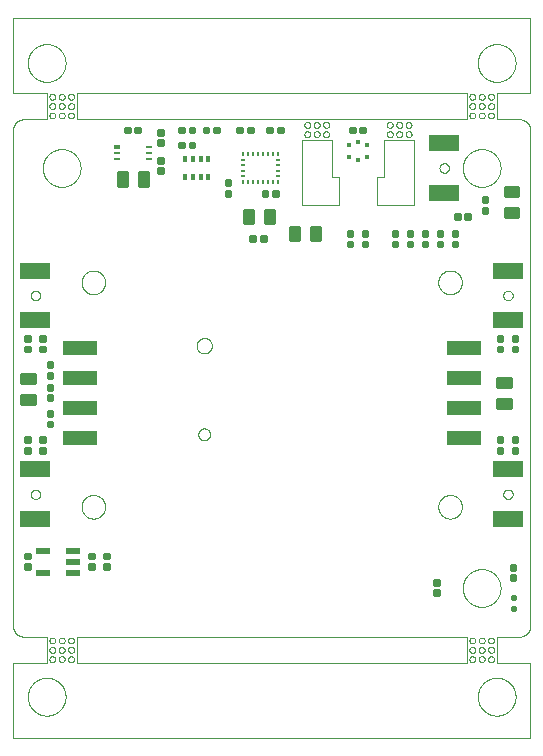
<source format=gtp>
G75*
%MOIN*%
%OFA0B0*%
%FSLAX25Y25*%
%IPPOS*%
%LPD*%
%AMOC8*
5,1,8,0,0,1.08239X$1,22.5*
%
%ADD10C,0.00000*%
%ADD11R,0.10000X0.05300*%
%ADD12C,0.01142*%
%ADD13C,0.01250*%
%ADD14C,0.01000*%
%ADD15R,0.11811X0.04921*%
%ADD16R,0.01600X0.01600*%
%ADD17R,0.01063X0.01772*%
%ADD18R,0.01772X0.01063*%
%ADD19R,0.01378X0.01969*%
%ADD20R,0.04724X0.02165*%
%ADD21R,0.02165X0.01181*%
%ADD22R,0.02165X0.00984*%
D10*
X0003000Y0001000D02*
X0175500Y0001000D01*
X0175500Y0026000D01*
X0164250Y0026000D01*
X0164250Y0034750D01*
X0171750Y0034750D01*
X0171870Y0034752D01*
X0171990Y0034758D01*
X0172110Y0034767D01*
X0172230Y0034781D01*
X0172348Y0034798D01*
X0172467Y0034819D01*
X0172584Y0034844D01*
X0172701Y0034873D01*
X0172817Y0034905D01*
X0172932Y0034941D01*
X0173045Y0034981D01*
X0173157Y0035024D01*
X0173268Y0035071D01*
X0173377Y0035121D01*
X0173485Y0035175D01*
X0173590Y0035233D01*
X0173694Y0035293D01*
X0173796Y0035357D01*
X0173895Y0035424D01*
X0173993Y0035495D01*
X0174088Y0035568D01*
X0174181Y0035645D01*
X0174271Y0035724D01*
X0174359Y0035806D01*
X0174444Y0035891D01*
X0174526Y0035979D01*
X0174605Y0036069D01*
X0174682Y0036162D01*
X0174755Y0036257D01*
X0174826Y0036355D01*
X0174893Y0036454D01*
X0174957Y0036556D01*
X0175017Y0036660D01*
X0175075Y0036765D01*
X0175129Y0036873D01*
X0175179Y0036982D01*
X0175226Y0037093D01*
X0175269Y0037205D01*
X0175309Y0037318D01*
X0175345Y0037433D01*
X0175377Y0037549D01*
X0175406Y0037666D01*
X0175431Y0037783D01*
X0175452Y0037902D01*
X0175469Y0038020D01*
X0175483Y0038140D01*
X0175492Y0038260D01*
X0175498Y0038380D01*
X0175500Y0038500D01*
X0175500Y0203500D01*
X0175498Y0203620D01*
X0175492Y0203740D01*
X0175483Y0203860D01*
X0175469Y0203980D01*
X0175452Y0204098D01*
X0175431Y0204217D01*
X0175406Y0204334D01*
X0175377Y0204451D01*
X0175345Y0204567D01*
X0175309Y0204682D01*
X0175269Y0204795D01*
X0175226Y0204907D01*
X0175179Y0205018D01*
X0175129Y0205127D01*
X0175075Y0205235D01*
X0175017Y0205340D01*
X0174957Y0205444D01*
X0174893Y0205546D01*
X0174826Y0205645D01*
X0174755Y0205743D01*
X0174682Y0205838D01*
X0174605Y0205931D01*
X0174526Y0206021D01*
X0174444Y0206109D01*
X0174359Y0206194D01*
X0174271Y0206276D01*
X0174181Y0206355D01*
X0174088Y0206432D01*
X0173993Y0206505D01*
X0173895Y0206576D01*
X0173796Y0206643D01*
X0173694Y0206707D01*
X0173590Y0206767D01*
X0173485Y0206825D01*
X0173377Y0206879D01*
X0173268Y0206929D01*
X0173157Y0206976D01*
X0173045Y0207019D01*
X0172932Y0207059D01*
X0172817Y0207095D01*
X0172701Y0207127D01*
X0172584Y0207156D01*
X0172467Y0207181D01*
X0172348Y0207202D01*
X0172230Y0207219D01*
X0172110Y0207233D01*
X0171990Y0207242D01*
X0171870Y0207248D01*
X0171750Y0207250D01*
X0164250Y0207250D01*
X0164250Y0216000D01*
X0175500Y0216000D01*
X0175500Y0241000D01*
X0003000Y0241000D01*
X0003000Y0216000D01*
X0014250Y0216000D01*
X0014250Y0207250D01*
X0006750Y0207250D01*
X0006630Y0207248D01*
X0006510Y0207242D01*
X0006390Y0207233D01*
X0006270Y0207219D01*
X0006152Y0207202D01*
X0006033Y0207181D01*
X0005916Y0207156D01*
X0005799Y0207127D01*
X0005683Y0207095D01*
X0005568Y0207059D01*
X0005455Y0207019D01*
X0005343Y0206976D01*
X0005232Y0206929D01*
X0005123Y0206879D01*
X0005015Y0206825D01*
X0004910Y0206767D01*
X0004806Y0206707D01*
X0004704Y0206643D01*
X0004605Y0206576D01*
X0004507Y0206505D01*
X0004412Y0206432D01*
X0004319Y0206355D01*
X0004229Y0206276D01*
X0004141Y0206194D01*
X0004056Y0206109D01*
X0003974Y0206021D01*
X0003895Y0205931D01*
X0003818Y0205838D01*
X0003745Y0205743D01*
X0003674Y0205645D01*
X0003607Y0205546D01*
X0003543Y0205444D01*
X0003483Y0205340D01*
X0003425Y0205235D01*
X0003371Y0205127D01*
X0003321Y0205018D01*
X0003274Y0204907D01*
X0003231Y0204795D01*
X0003191Y0204682D01*
X0003155Y0204567D01*
X0003123Y0204451D01*
X0003094Y0204334D01*
X0003069Y0204217D01*
X0003048Y0204098D01*
X0003031Y0203980D01*
X0003017Y0203860D01*
X0003008Y0203740D01*
X0003002Y0203620D01*
X0003000Y0203500D01*
X0003000Y0038500D01*
X0003002Y0038380D01*
X0003008Y0038260D01*
X0003017Y0038140D01*
X0003031Y0038020D01*
X0003048Y0037902D01*
X0003069Y0037783D01*
X0003094Y0037666D01*
X0003123Y0037549D01*
X0003155Y0037433D01*
X0003191Y0037318D01*
X0003231Y0037205D01*
X0003274Y0037093D01*
X0003321Y0036982D01*
X0003371Y0036873D01*
X0003425Y0036765D01*
X0003483Y0036660D01*
X0003543Y0036556D01*
X0003607Y0036454D01*
X0003674Y0036355D01*
X0003745Y0036257D01*
X0003818Y0036162D01*
X0003895Y0036069D01*
X0003974Y0035979D01*
X0004056Y0035891D01*
X0004141Y0035806D01*
X0004229Y0035724D01*
X0004319Y0035645D01*
X0004412Y0035568D01*
X0004507Y0035495D01*
X0004605Y0035424D01*
X0004704Y0035357D01*
X0004806Y0035293D01*
X0004910Y0035233D01*
X0005015Y0035175D01*
X0005123Y0035121D01*
X0005232Y0035071D01*
X0005343Y0035024D01*
X0005455Y0034981D01*
X0005568Y0034941D01*
X0005683Y0034905D01*
X0005799Y0034873D01*
X0005916Y0034844D01*
X0006033Y0034819D01*
X0006152Y0034798D01*
X0006270Y0034781D01*
X0006390Y0034767D01*
X0006510Y0034758D01*
X0006630Y0034752D01*
X0006750Y0034750D01*
X0014250Y0034750D01*
X0014250Y0026000D01*
X0003000Y0026000D01*
X0003000Y0001000D01*
X0007951Y0014750D02*
X0007953Y0014908D01*
X0007959Y0015066D01*
X0007969Y0015224D01*
X0007983Y0015382D01*
X0008001Y0015539D01*
X0008022Y0015696D01*
X0008048Y0015852D01*
X0008078Y0016008D01*
X0008111Y0016163D01*
X0008149Y0016316D01*
X0008190Y0016469D01*
X0008235Y0016621D01*
X0008284Y0016772D01*
X0008337Y0016921D01*
X0008393Y0017069D01*
X0008453Y0017215D01*
X0008517Y0017360D01*
X0008585Y0017503D01*
X0008656Y0017645D01*
X0008730Y0017785D01*
X0008808Y0017922D01*
X0008890Y0018058D01*
X0008974Y0018192D01*
X0009063Y0018323D01*
X0009154Y0018452D01*
X0009249Y0018579D01*
X0009346Y0018704D01*
X0009447Y0018826D01*
X0009551Y0018945D01*
X0009658Y0019062D01*
X0009768Y0019176D01*
X0009881Y0019287D01*
X0009996Y0019396D01*
X0010114Y0019501D01*
X0010235Y0019603D01*
X0010358Y0019703D01*
X0010484Y0019799D01*
X0010612Y0019892D01*
X0010742Y0019982D01*
X0010875Y0020068D01*
X0011010Y0020152D01*
X0011146Y0020231D01*
X0011285Y0020308D01*
X0011426Y0020380D01*
X0011568Y0020450D01*
X0011712Y0020515D01*
X0011858Y0020577D01*
X0012005Y0020635D01*
X0012154Y0020690D01*
X0012304Y0020741D01*
X0012455Y0020788D01*
X0012607Y0020831D01*
X0012760Y0020870D01*
X0012915Y0020906D01*
X0013070Y0020937D01*
X0013226Y0020965D01*
X0013382Y0020989D01*
X0013539Y0021009D01*
X0013697Y0021025D01*
X0013854Y0021037D01*
X0014013Y0021045D01*
X0014171Y0021049D01*
X0014329Y0021049D01*
X0014487Y0021045D01*
X0014646Y0021037D01*
X0014803Y0021025D01*
X0014961Y0021009D01*
X0015118Y0020989D01*
X0015274Y0020965D01*
X0015430Y0020937D01*
X0015585Y0020906D01*
X0015740Y0020870D01*
X0015893Y0020831D01*
X0016045Y0020788D01*
X0016196Y0020741D01*
X0016346Y0020690D01*
X0016495Y0020635D01*
X0016642Y0020577D01*
X0016788Y0020515D01*
X0016932Y0020450D01*
X0017074Y0020380D01*
X0017215Y0020308D01*
X0017354Y0020231D01*
X0017490Y0020152D01*
X0017625Y0020068D01*
X0017758Y0019982D01*
X0017888Y0019892D01*
X0018016Y0019799D01*
X0018142Y0019703D01*
X0018265Y0019603D01*
X0018386Y0019501D01*
X0018504Y0019396D01*
X0018619Y0019287D01*
X0018732Y0019176D01*
X0018842Y0019062D01*
X0018949Y0018945D01*
X0019053Y0018826D01*
X0019154Y0018704D01*
X0019251Y0018579D01*
X0019346Y0018452D01*
X0019437Y0018323D01*
X0019526Y0018192D01*
X0019610Y0018058D01*
X0019692Y0017922D01*
X0019770Y0017785D01*
X0019844Y0017645D01*
X0019915Y0017503D01*
X0019983Y0017360D01*
X0020047Y0017215D01*
X0020107Y0017069D01*
X0020163Y0016921D01*
X0020216Y0016772D01*
X0020265Y0016621D01*
X0020310Y0016469D01*
X0020351Y0016316D01*
X0020389Y0016163D01*
X0020422Y0016008D01*
X0020452Y0015852D01*
X0020478Y0015696D01*
X0020499Y0015539D01*
X0020517Y0015382D01*
X0020531Y0015224D01*
X0020541Y0015066D01*
X0020547Y0014908D01*
X0020549Y0014750D01*
X0020547Y0014592D01*
X0020541Y0014434D01*
X0020531Y0014276D01*
X0020517Y0014118D01*
X0020499Y0013961D01*
X0020478Y0013804D01*
X0020452Y0013648D01*
X0020422Y0013492D01*
X0020389Y0013337D01*
X0020351Y0013184D01*
X0020310Y0013031D01*
X0020265Y0012879D01*
X0020216Y0012728D01*
X0020163Y0012579D01*
X0020107Y0012431D01*
X0020047Y0012285D01*
X0019983Y0012140D01*
X0019915Y0011997D01*
X0019844Y0011855D01*
X0019770Y0011715D01*
X0019692Y0011578D01*
X0019610Y0011442D01*
X0019526Y0011308D01*
X0019437Y0011177D01*
X0019346Y0011048D01*
X0019251Y0010921D01*
X0019154Y0010796D01*
X0019053Y0010674D01*
X0018949Y0010555D01*
X0018842Y0010438D01*
X0018732Y0010324D01*
X0018619Y0010213D01*
X0018504Y0010104D01*
X0018386Y0009999D01*
X0018265Y0009897D01*
X0018142Y0009797D01*
X0018016Y0009701D01*
X0017888Y0009608D01*
X0017758Y0009518D01*
X0017625Y0009432D01*
X0017490Y0009348D01*
X0017354Y0009269D01*
X0017215Y0009192D01*
X0017074Y0009120D01*
X0016932Y0009050D01*
X0016788Y0008985D01*
X0016642Y0008923D01*
X0016495Y0008865D01*
X0016346Y0008810D01*
X0016196Y0008759D01*
X0016045Y0008712D01*
X0015893Y0008669D01*
X0015740Y0008630D01*
X0015585Y0008594D01*
X0015430Y0008563D01*
X0015274Y0008535D01*
X0015118Y0008511D01*
X0014961Y0008491D01*
X0014803Y0008475D01*
X0014646Y0008463D01*
X0014487Y0008455D01*
X0014329Y0008451D01*
X0014171Y0008451D01*
X0014013Y0008455D01*
X0013854Y0008463D01*
X0013697Y0008475D01*
X0013539Y0008491D01*
X0013382Y0008511D01*
X0013226Y0008535D01*
X0013070Y0008563D01*
X0012915Y0008594D01*
X0012760Y0008630D01*
X0012607Y0008669D01*
X0012455Y0008712D01*
X0012304Y0008759D01*
X0012154Y0008810D01*
X0012005Y0008865D01*
X0011858Y0008923D01*
X0011712Y0008985D01*
X0011568Y0009050D01*
X0011426Y0009120D01*
X0011285Y0009192D01*
X0011146Y0009269D01*
X0011010Y0009348D01*
X0010875Y0009432D01*
X0010742Y0009518D01*
X0010612Y0009608D01*
X0010484Y0009701D01*
X0010358Y0009797D01*
X0010235Y0009897D01*
X0010114Y0009999D01*
X0009996Y0010104D01*
X0009881Y0010213D01*
X0009768Y0010324D01*
X0009658Y0010438D01*
X0009551Y0010555D01*
X0009447Y0010674D01*
X0009346Y0010796D01*
X0009249Y0010921D01*
X0009154Y0011048D01*
X0009063Y0011177D01*
X0008974Y0011308D01*
X0008890Y0011442D01*
X0008808Y0011578D01*
X0008730Y0011715D01*
X0008656Y0011855D01*
X0008585Y0011997D01*
X0008517Y0012140D01*
X0008453Y0012285D01*
X0008393Y0012431D01*
X0008337Y0012579D01*
X0008284Y0012728D01*
X0008235Y0012879D01*
X0008190Y0013031D01*
X0008149Y0013184D01*
X0008111Y0013337D01*
X0008078Y0013492D01*
X0008048Y0013648D01*
X0008022Y0013804D01*
X0008001Y0013961D01*
X0007983Y0014118D01*
X0007969Y0014276D01*
X0007959Y0014434D01*
X0007953Y0014592D01*
X0007951Y0014750D01*
X0015141Y0027250D02*
X0015143Y0027312D01*
X0015149Y0027375D01*
X0015159Y0027436D01*
X0015173Y0027497D01*
X0015190Y0027557D01*
X0015211Y0027616D01*
X0015237Y0027673D01*
X0015265Y0027728D01*
X0015297Y0027782D01*
X0015333Y0027833D01*
X0015371Y0027883D01*
X0015413Y0027929D01*
X0015457Y0027973D01*
X0015505Y0028014D01*
X0015554Y0028052D01*
X0015606Y0028086D01*
X0015660Y0028117D01*
X0015716Y0028145D01*
X0015774Y0028169D01*
X0015833Y0028190D01*
X0015893Y0028206D01*
X0015954Y0028219D01*
X0016016Y0028228D01*
X0016078Y0028233D01*
X0016141Y0028234D01*
X0016203Y0028231D01*
X0016265Y0028224D01*
X0016327Y0028213D01*
X0016387Y0028198D01*
X0016447Y0028180D01*
X0016505Y0028158D01*
X0016562Y0028132D01*
X0016617Y0028102D01*
X0016670Y0028069D01*
X0016721Y0028033D01*
X0016769Y0027994D01*
X0016815Y0027951D01*
X0016858Y0027906D01*
X0016898Y0027858D01*
X0016935Y0027808D01*
X0016969Y0027755D01*
X0017000Y0027701D01*
X0017026Y0027645D01*
X0017050Y0027587D01*
X0017069Y0027527D01*
X0017085Y0027467D01*
X0017097Y0027405D01*
X0017105Y0027344D01*
X0017109Y0027281D01*
X0017109Y0027219D01*
X0017105Y0027156D01*
X0017097Y0027095D01*
X0017085Y0027033D01*
X0017069Y0026973D01*
X0017050Y0026913D01*
X0017026Y0026855D01*
X0017000Y0026799D01*
X0016969Y0026745D01*
X0016935Y0026692D01*
X0016898Y0026642D01*
X0016858Y0026594D01*
X0016815Y0026549D01*
X0016769Y0026506D01*
X0016721Y0026467D01*
X0016670Y0026431D01*
X0016617Y0026398D01*
X0016562Y0026368D01*
X0016505Y0026342D01*
X0016447Y0026320D01*
X0016387Y0026302D01*
X0016327Y0026287D01*
X0016265Y0026276D01*
X0016203Y0026269D01*
X0016141Y0026266D01*
X0016078Y0026267D01*
X0016016Y0026272D01*
X0015954Y0026281D01*
X0015893Y0026294D01*
X0015833Y0026310D01*
X0015774Y0026331D01*
X0015716Y0026355D01*
X0015660Y0026383D01*
X0015606Y0026414D01*
X0015554Y0026448D01*
X0015505Y0026486D01*
X0015457Y0026527D01*
X0015413Y0026571D01*
X0015371Y0026617D01*
X0015333Y0026667D01*
X0015297Y0026718D01*
X0015265Y0026772D01*
X0015237Y0026827D01*
X0015211Y0026884D01*
X0015190Y0026943D01*
X0015173Y0027003D01*
X0015159Y0027064D01*
X0015149Y0027125D01*
X0015143Y0027188D01*
X0015141Y0027250D01*
X0015141Y0030375D02*
X0015143Y0030437D01*
X0015149Y0030500D01*
X0015159Y0030561D01*
X0015173Y0030622D01*
X0015190Y0030682D01*
X0015211Y0030741D01*
X0015237Y0030798D01*
X0015265Y0030853D01*
X0015297Y0030907D01*
X0015333Y0030958D01*
X0015371Y0031008D01*
X0015413Y0031054D01*
X0015457Y0031098D01*
X0015505Y0031139D01*
X0015554Y0031177D01*
X0015606Y0031211D01*
X0015660Y0031242D01*
X0015716Y0031270D01*
X0015774Y0031294D01*
X0015833Y0031315D01*
X0015893Y0031331D01*
X0015954Y0031344D01*
X0016016Y0031353D01*
X0016078Y0031358D01*
X0016141Y0031359D01*
X0016203Y0031356D01*
X0016265Y0031349D01*
X0016327Y0031338D01*
X0016387Y0031323D01*
X0016447Y0031305D01*
X0016505Y0031283D01*
X0016562Y0031257D01*
X0016617Y0031227D01*
X0016670Y0031194D01*
X0016721Y0031158D01*
X0016769Y0031119D01*
X0016815Y0031076D01*
X0016858Y0031031D01*
X0016898Y0030983D01*
X0016935Y0030933D01*
X0016969Y0030880D01*
X0017000Y0030826D01*
X0017026Y0030770D01*
X0017050Y0030712D01*
X0017069Y0030652D01*
X0017085Y0030592D01*
X0017097Y0030530D01*
X0017105Y0030469D01*
X0017109Y0030406D01*
X0017109Y0030344D01*
X0017105Y0030281D01*
X0017097Y0030220D01*
X0017085Y0030158D01*
X0017069Y0030098D01*
X0017050Y0030038D01*
X0017026Y0029980D01*
X0017000Y0029924D01*
X0016969Y0029870D01*
X0016935Y0029817D01*
X0016898Y0029767D01*
X0016858Y0029719D01*
X0016815Y0029674D01*
X0016769Y0029631D01*
X0016721Y0029592D01*
X0016670Y0029556D01*
X0016617Y0029523D01*
X0016562Y0029493D01*
X0016505Y0029467D01*
X0016447Y0029445D01*
X0016387Y0029427D01*
X0016327Y0029412D01*
X0016265Y0029401D01*
X0016203Y0029394D01*
X0016141Y0029391D01*
X0016078Y0029392D01*
X0016016Y0029397D01*
X0015954Y0029406D01*
X0015893Y0029419D01*
X0015833Y0029435D01*
X0015774Y0029456D01*
X0015716Y0029480D01*
X0015660Y0029508D01*
X0015606Y0029539D01*
X0015554Y0029573D01*
X0015505Y0029611D01*
X0015457Y0029652D01*
X0015413Y0029696D01*
X0015371Y0029742D01*
X0015333Y0029792D01*
X0015297Y0029843D01*
X0015265Y0029897D01*
X0015237Y0029952D01*
X0015211Y0030009D01*
X0015190Y0030068D01*
X0015173Y0030128D01*
X0015159Y0030189D01*
X0015149Y0030250D01*
X0015143Y0030313D01*
X0015141Y0030375D01*
X0015141Y0033500D02*
X0015143Y0033562D01*
X0015149Y0033625D01*
X0015159Y0033686D01*
X0015173Y0033747D01*
X0015190Y0033807D01*
X0015211Y0033866D01*
X0015237Y0033923D01*
X0015265Y0033978D01*
X0015297Y0034032D01*
X0015333Y0034083D01*
X0015371Y0034133D01*
X0015413Y0034179D01*
X0015457Y0034223D01*
X0015505Y0034264D01*
X0015554Y0034302D01*
X0015606Y0034336D01*
X0015660Y0034367D01*
X0015716Y0034395D01*
X0015774Y0034419D01*
X0015833Y0034440D01*
X0015893Y0034456D01*
X0015954Y0034469D01*
X0016016Y0034478D01*
X0016078Y0034483D01*
X0016141Y0034484D01*
X0016203Y0034481D01*
X0016265Y0034474D01*
X0016327Y0034463D01*
X0016387Y0034448D01*
X0016447Y0034430D01*
X0016505Y0034408D01*
X0016562Y0034382D01*
X0016617Y0034352D01*
X0016670Y0034319D01*
X0016721Y0034283D01*
X0016769Y0034244D01*
X0016815Y0034201D01*
X0016858Y0034156D01*
X0016898Y0034108D01*
X0016935Y0034058D01*
X0016969Y0034005D01*
X0017000Y0033951D01*
X0017026Y0033895D01*
X0017050Y0033837D01*
X0017069Y0033777D01*
X0017085Y0033717D01*
X0017097Y0033655D01*
X0017105Y0033594D01*
X0017109Y0033531D01*
X0017109Y0033469D01*
X0017105Y0033406D01*
X0017097Y0033345D01*
X0017085Y0033283D01*
X0017069Y0033223D01*
X0017050Y0033163D01*
X0017026Y0033105D01*
X0017000Y0033049D01*
X0016969Y0032995D01*
X0016935Y0032942D01*
X0016898Y0032892D01*
X0016858Y0032844D01*
X0016815Y0032799D01*
X0016769Y0032756D01*
X0016721Y0032717D01*
X0016670Y0032681D01*
X0016617Y0032648D01*
X0016562Y0032618D01*
X0016505Y0032592D01*
X0016447Y0032570D01*
X0016387Y0032552D01*
X0016327Y0032537D01*
X0016265Y0032526D01*
X0016203Y0032519D01*
X0016141Y0032516D01*
X0016078Y0032517D01*
X0016016Y0032522D01*
X0015954Y0032531D01*
X0015893Y0032544D01*
X0015833Y0032560D01*
X0015774Y0032581D01*
X0015716Y0032605D01*
X0015660Y0032633D01*
X0015606Y0032664D01*
X0015554Y0032698D01*
X0015505Y0032736D01*
X0015457Y0032777D01*
X0015413Y0032821D01*
X0015371Y0032867D01*
X0015333Y0032917D01*
X0015297Y0032968D01*
X0015265Y0033022D01*
X0015237Y0033077D01*
X0015211Y0033134D01*
X0015190Y0033193D01*
X0015173Y0033253D01*
X0015159Y0033314D01*
X0015149Y0033375D01*
X0015143Y0033438D01*
X0015141Y0033500D01*
X0018266Y0033500D02*
X0018268Y0033562D01*
X0018274Y0033625D01*
X0018284Y0033686D01*
X0018298Y0033747D01*
X0018315Y0033807D01*
X0018336Y0033866D01*
X0018362Y0033923D01*
X0018390Y0033978D01*
X0018422Y0034032D01*
X0018458Y0034083D01*
X0018496Y0034133D01*
X0018538Y0034179D01*
X0018582Y0034223D01*
X0018630Y0034264D01*
X0018679Y0034302D01*
X0018731Y0034336D01*
X0018785Y0034367D01*
X0018841Y0034395D01*
X0018899Y0034419D01*
X0018958Y0034440D01*
X0019018Y0034456D01*
X0019079Y0034469D01*
X0019141Y0034478D01*
X0019203Y0034483D01*
X0019266Y0034484D01*
X0019328Y0034481D01*
X0019390Y0034474D01*
X0019452Y0034463D01*
X0019512Y0034448D01*
X0019572Y0034430D01*
X0019630Y0034408D01*
X0019687Y0034382D01*
X0019742Y0034352D01*
X0019795Y0034319D01*
X0019846Y0034283D01*
X0019894Y0034244D01*
X0019940Y0034201D01*
X0019983Y0034156D01*
X0020023Y0034108D01*
X0020060Y0034058D01*
X0020094Y0034005D01*
X0020125Y0033951D01*
X0020151Y0033895D01*
X0020175Y0033837D01*
X0020194Y0033777D01*
X0020210Y0033717D01*
X0020222Y0033655D01*
X0020230Y0033594D01*
X0020234Y0033531D01*
X0020234Y0033469D01*
X0020230Y0033406D01*
X0020222Y0033345D01*
X0020210Y0033283D01*
X0020194Y0033223D01*
X0020175Y0033163D01*
X0020151Y0033105D01*
X0020125Y0033049D01*
X0020094Y0032995D01*
X0020060Y0032942D01*
X0020023Y0032892D01*
X0019983Y0032844D01*
X0019940Y0032799D01*
X0019894Y0032756D01*
X0019846Y0032717D01*
X0019795Y0032681D01*
X0019742Y0032648D01*
X0019687Y0032618D01*
X0019630Y0032592D01*
X0019572Y0032570D01*
X0019512Y0032552D01*
X0019452Y0032537D01*
X0019390Y0032526D01*
X0019328Y0032519D01*
X0019266Y0032516D01*
X0019203Y0032517D01*
X0019141Y0032522D01*
X0019079Y0032531D01*
X0019018Y0032544D01*
X0018958Y0032560D01*
X0018899Y0032581D01*
X0018841Y0032605D01*
X0018785Y0032633D01*
X0018731Y0032664D01*
X0018679Y0032698D01*
X0018630Y0032736D01*
X0018582Y0032777D01*
X0018538Y0032821D01*
X0018496Y0032867D01*
X0018458Y0032917D01*
X0018422Y0032968D01*
X0018390Y0033022D01*
X0018362Y0033077D01*
X0018336Y0033134D01*
X0018315Y0033193D01*
X0018298Y0033253D01*
X0018284Y0033314D01*
X0018274Y0033375D01*
X0018268Y0033438D01*
X0018266Y0033500D01*
X0018266Y0030375D02*
X0018268Y0030437D01*
X0018274Y0030500D01*
X0018284Y0030561D01*
X0018298Y0030622D01*
X0018315Y0030682D01*
X0018336Y0030741D01*
X0018362Y0030798D01*
X0018390Y0030853D01*
X0018422Y0030907D01*
X0018458Y0030958D01*
X0018496Y0031008D01*
X0018538Y0031054D01*
X0018582Y0031098D01*
X0018630Y0031139D01*
X0018679Y0031177D01*
X0018731Y0031211D01*
X0018785Y0031242D01*
X0018841Y0031270D01*
X0018899Y0031294D01*
X0018958Y0031315D01*
X0019018Y0031331D01*
X0019079Y0031344D01*
X0019141Y0031353D01*
X0019203Y0031358D01*
X0019266Y0031359D01*
X0019328Y0031356D01*
X0019390Y0031349D01*
X0019452Y0031338D01*
X0019512Y0031323D01*
X0019572Y0031305D01*
X0019630Y0031283D01*
X0019687Y0031257D01*
X0019742Y0031227D01*
X0019795Y0031194D01*
X0019846Y0031158D01*
X0019894Y0031119D01*
X0019940Y0031076D01*
X0019983Y0031031D01*
X0020023Y0030983D01*
X0020060Y0030933D01*
X0020094Y0030880D01*
X0020125Y0030826D01*
X0020151Y0030770D01*
X0020175Y0030712D01*
X0020194Y0030652D01*
X0020210Y0030592D01*
X0020222Y0030530D01*
X0020230Y0030469D01*
X0020234Y0030406D01*
X0020234Y0030344D01*
X0020230Y0030281D01*
X0020222Y0030220D01*
X0020210Y0030158D01*
X0020194Y0030098D01*
X0020175Y0030038D01*
X0020151Y0029980D01*
X0020125Y0029924D01*
X0020094Y0029870D01*
X0020060Y0029817D01*
X0020023Y0029767D01*
X0019983Y0029719D01*
X0019940Y0029674D01*
X0019894Y0029631D01*
X0019846Y0029592D01*
X0019795Y0029556D01*
X0019742Y0029523D01*
X0019687Y0029493D01*
X0019630Y0029467D01*
X0019572Y0029445D01*
X0019512Y0029427D01*
X0019452Y0029412D01*
X0019390Y0029401D01*
X0019328Y0029394D01*
X0019266Y0029391D01*
X0019203Y0029392D01*
X0019141Y0029397D01*
X0019079Y0029406D01*
X0019018Y0029419D01*
X0018958Y0029435D01*
X0018899Y0029456D01*
X0018841Y0029480D01*
X0018785Y0029508D01*
X0018731Y0029539D01*
X0018679Y0029573D01*
X0018630Y0029611D01*
X0018582Y0029652D01*
X0018538Y0029696D01*
X0018496Y0029742D01*
X0018458Y0029792D01*
X0018422Y0029843D01*
X0018390Y0029897D01*
X0018362Y0029952D01*
X0018336Y0030009D01*
X0018315Y0030068D01*
X0018298Y0030128D01*
X0018284Y0030189D01*
X0018274Y0030250D01*
X0018268Y0030313D01*
X0018266Y0030375D01*
X0018266Y0027250D02*
X0018268Y0027312D01*
X0018274Y0027375D01*
X0018284Y0027436D01*
X0018298Y0027497D01*
X0018315Y0027557D01*
X0018336Y0027616D01*
X0018362Y0027673D01*
X0018390Y0027728D01*
X0018422Y0027782D01*
X0018458Y0027833D01*
X0018496Y0027883D01*
X0018538Y0027929D01*
X0018582Y0027973D01*
X0018630Y0028014D01*
X0018679Y0028052D01*
X0018731Y0028086D01*
X0018785Y0028117D01*
X0018841Y0028145D01*
X0018899Y0028169D01*
X0018958Y0028190D01*
X0019018Y0028206D01*
X0019079Y0028219D01*
X0019141Y0028228D01*
X0019203Y0028233D01*
X0019266Y0028234D01*
X0019328Y0028231D01*
X0019390Y0028224D01*
X0019452Y0028213D01*
X0019512Y0028198D01*
X0019572Y0028180D01*
X0019630Y0028158D01*
X0019687Y0028132D01*
X0019742Y0028102D01*
X0019795Y0028069D01*
X0019846Y0028033D01*
X0019894Y0027994D01*
X0019940Y0027951D01*
X0019983Y0027906D01*
X0020023Y0027858D01*
X0020060Y0027808D01*
X0020094Y0027755D01*
X0020125Y0027701D01*
X0020151Y0027645D01*
X0020175Y0027587D01*
X0020194Y0027527D01*
X0020210Y0027467D01*
X0020222Y0027405D01*
X0020230Y0027344D01*
X0020234Y0027281D01*
X0020234Y0027219D01*
X0020230Y0027156D01*
X0020222Y0027095D01*
X0020210Y0027033D01*
X0020194Y0026973D01*
X0020175Y0026913D01*
X0020151Y0026855D01*
X0020125Y0026799D01*
X0020094Y0026745D01*
X0020060Y0026692D01*
X0020023Y0026642D01*
X0019983Y0026594D01*
X0019940Y0026549D01*
X0019894Y0026506D01*
X0019846Y0026467D01*
X0019795Y0026431D01*
X0019742Y0026398D01*
X0019687Y0026368D01*
X0019630Y0026342D01*
X0019572Y0026320D01*
X0019512Y0026302D01*
X0019452Y0026287D01*
X0019390Y0026276D01*
X0019328Y0026269D01*
X0019266Y0026266D01*
X0019203Y0026267D01*
X0019141Y0026272D01*
X0019079Y0026281D01*
X0019018Y0026294D01*
X0018958Y0026310D01*
X0018899Y0026331D01*
X0018841Y0026355D01*
X0018785Y0026383D01*
X0018731Y0026414D01*
X0018679Y0026448D01*
X0018630Y0026486D01*
X0018582Y0026527D01*
X0018538Y0026571D01*
X0018496Y0026617D01*
X0018458Y0026667D01*
X0018422Y0026718D01*
X0018390Y0026772D01*
X0018362Y0026827D01*
X0018336Y0026884D01*
X0018315Y0026943D01*
X0018298Y0027003D01*
X0018284Y0027064D01*
X0018274Y0027125D01*
X0018268Y0027188D01*
X0018266Y0027250D01*
X0021391Y0027250D02*
X0021393Y0027312D01*
X0021399Y0027375D01*
X0021409Y0027436D01*
X0021423Y0027497D01*
X0021440Y0027557D01*
X0021461Y0027616D01*
X0021487Y0027673D01*
X0021515Y0027728D01*
X0021547Y0027782D01*
X0021583Y0027833D01*
X0021621Y0027883D01*
X0021663Y0027929D01*
X0021707Y0027973D01*
X0021755Y0028014D01*
X0021804Y0028052D01*
X0021856Y0028086D01*
X0021910Y0028117D01*
X0021966Y0028145D01*
X0022024Y0028169D01*
X0022083Y0028190D01*
X0022143Y0028206D01*
X0022204Y0028219D01*
X0022266Y0028228D01*
X0022328Y0028233D01*
X0022391Y0028234D01*
X0022453Y0028231D01*
X0022515Y0028224D01*
X0022577Y0028213D01*
X0022637Y0028198D01*
X0022697Y0028180D01*
X0022755Y0028158D01*
X0022812Y0028132D01*
X0022867Y0028102D01*
X0022920Y0028069D01*
X0022971Y0028033D01*
X0023019Y0027994D01*
X0023065Y0027951D01*
X0023108Y0027906D01*
X0023148Y0027858D01*
X0023185Y0027808D01*
X0023219Y0027755D01*
X0023250Y0027701D01*
X0023276Y0027645D01*
X0023300Y0027587D01*
X0023319Y0027527D01*
X0023335Y0027467D01*
X0023347Y0027405D01*
X0023355Y0027344D01*
X0023359Y0027281D01*
X0023359Y0027219D01*
X0023355Y0027156D01*
X0023347Y0027095D01*
X0023335Y0027033D01*
X0023319Y0026973D01*
X0023300Y0026913D01*
X0023276Y0026855D01*
X0023250Y0026799D01*
X0023219Y0026745D01*
X0023185Y0026692D01*
X0023148Y0026642D01*
X0023108Y0026594D01*
X0023065Y0026549D01*
X0023019Y0026506D01*
X0022971Y0026467D01*
X0022920Y0026431D01*
X0022867Y0026398D01*
X0022812Y0026368D01*
X0022755Y0026342D01*
X0022697Y0026320D01*
X0022637Y0026302D01*
X0022577Y0026287D01*
X0022515Y0026276D01*
X0022453Y0026269D01*
X0022391Y0026266D01*
X0022328Y0026267D01*
X0022266Y0026272D01*
X0022204Y0026281D01*
X0022143Y0026294D01*
X0022083Y0026310D01*
X0022024Y0026331D01*
X0021966Y0026355D01*
X0021910Y0026383D01*
X0021856Y0026414D01*
X0021804Y0026448D01*
X0021755Y0026486D01*
X0021707Y0026527D01*
X0021663Y0026571D01*
X0021621Y0026617D01*
X0021583Y0026667D01*
X0021547Y0026718D01*
X0021515Y0026772D01*
X0021487Y0026827D01*
X0021461Y0026884D01*
X0021440Y0026943D01*
X0021423Y0027003D01*
X0021409Y0027064D01*
X0021399Y0027125D01*
X0021393Y0027188D01*
X0021391Y0027250D01*
X0024250Y0026000D02*
X0154250Y0026000D01*
X0154250Y0034750D01*
X0024250Y0034750D01*
X0024250Y0026000D01*
X0021391Y0030375D02*
X0021393Y0030437D01*
X0021399Y0030500D01*
X0021409Y0030561D01*
X0021423Y0030622D01*
X0021440Y0030682D01*
X0021461Y0030741D01*
X0021487Y0030798D01*
X0021515Y0030853D01*
X0021547Y0030907D01*
X0021583Y0030958D01*
X0021621Y0031008D01*
X0021663Y0031054D01*
X0021707Y0031098D01*
X0021755Y0031139D01*
X0021804Y0031177D01*
X0021856Y0031211D01*
X0021910Y0031242D01*
X0021966Y0031270D01*
X0022024Y0031294D01*
X0022083Y0031315D01*
X0022143Y0031331D01*
X0022204Y0031344D01*
X0022266Y0031353D01*
X0022328Y0031358D01*
X0022391Y0031359D01*
X0022453Y0031356D01*
X0022515Y0031349D01*
X0022577Y0031338D01*
X0022637Y0031323D01*
X0022697Y0031305D01*
X0022755Y0031283D01*
X0022812Y0031257D01*
X0022867Y0031227D01*
X0022920Y0031194D01*
X0022971Y0031158D01*
X0023019Y0031119D01*
X0023065Y0031076D01*
X0023108Y0031031D01*
X0023148Y0030983D01*
X0023185Y0030933D01*
X0023219Y0030880D01*
X0023250Y0030826D01*
X0023276Y0030770D01*
X0023300Y0030712D01*
X0023319Y0030652D01*
X0023335Y0030592D01*
X0023347Y0030530D01*
X0023355Y0030469D01*
X0023359Y0030406D01*
X0023359Y0030344D01*
X0023355Y0030281D01*
X0023347Y0030220D01*
X0023335Y0030158D01*
X0023319Y0030098D01*
X0023300Y0030038D01*
X0023276Y0029980D01*
X0023250Y0029924D01*
X0023219Y0029870D01*
X0023185Y0029817D01*
X0023148Y0029767D01*
X0023108Y0029719D01*
X0023065Y0029674D01*
X0023019Y0029631D01*
X0022971Y0029592D01*
X0022920Y0029556D01*
X0022867Y0029523D01*
X0022812Y0029493D01*
X0022755Y0029467D01*
X0022697Y0029445D01*
X0022637Y0029427D01*
X0022577Y0029412D01*
X0022515Y0029401D01*
X0022453Y0029394D01*
X0022391Y0029391D01*
X0022328Y0029392D01*
X0022266Y0029397D01*
X0022204Y0029406D01*
X0022143Y0029419D01*
X0022083Y0029435D01*
X0022024Y0029456D01*
X0021966Y0029480D01*
X0021910Y0029508D01*
X0021856Y0029539D01*
X0021804Y0029573D01*
X0021755Y0029611D01*
X0021707Y0029652D01*
X0021663Y0029696D01*
X0021621Y0029742D01*
X0021583Y0029792D01*
X0021547Y0029843D01*
X0021515Y0029897D01*
X0021487Y0029952D01*
X0021461Y0030009D01*
X0021440Y0030068D01*
X0021423Y0030128D01*
X0021409Y0030189D01*
X0021399Y0030250D01*
X0021393Y0030313D01*
X0021391Y0030375D01*
X0021391Y0033500D02*
X0021393Y0033562D01*
X0021399Y0033625D01*
X0021409Y0033686D01*
X0021423Y0033747D01*
X0021440Y0033807D01*
X0021461Y0033866D01*
X0021487Y0033923D01*
X0021515Y0033978D01*
X0021547Y0034032D01*
X0021583Y0034083D01*
X0021621Y0034133D01*
X0021663Y0034179D01*
X0021707Y0034223D01*
X0021755Y0034264D01*
X0021804Y0034302D01*
X0021856Y0034336D01*
X0021910Y0034367D01*
X0021966Y0034395D01*
X0022024Y0034419D01*
X0022083Y0034440D01*
X0022143Y0034456D01*
X0022204Y0034469D01*
X0022266Y0034478D01*
X0022328Y0034483D01*
X0022391Y0034484D01*
X0022453Y0034481D01*
X0022515Y0034474D01*
X0022577Y0034463D01*
X0022637Y0034448D01*
X0022697Y0034430D01*
X0022755Y0034408D01*
X0022812Y0034382D01*
X0022867Y0034352D01*
X0022920Y0034319D01*
X0022971Y0034283D01*
X0023019Y0034244D01*
X0023065Y0034201D01*
X0023108Y0034156D01*
X0023148Y0034108D01*
X0023185Y0034058D01*
X0023219Y0034005D01*
X0023250Y0033951D01*
X0023276Y0033895D01*
X0023300Y0033837D01*
X0023319Y0033777D01*
X0023335Y0033717D01*
X0023347Y0033655D01*
X0023355Y0033594D01*
X0023359Y0033531D01*
X0023359Y0033469D01*
X0023355Y0033406D01*
X0023347Y0033345D01*
X0023335Y0033283D01*
X0023319Y0033223D01*
X0023300Y0033163D01*
X0023276Y0033105D01*
X0023250Y0033049D01*
X0023219Y0032995D01*
X0023185Y0032942D01*
X0023148Y0032892D01*
X0023108Y0032844D01*
X0023065Y0032799D01*
X0023019Y0032756D01*
X0022971Y0032717D01*
X0022920Y0032681D01*
X0022867Y0032648D01*
X0022812Y0032618D01*
X0022755Y0032592D01*
X0022697Y0032570D01*
X0022637Y0032552D01*
X0022577Y0032537D01*
X0022515Y0032526D01*
X0022453Y0032519D01*
X0022391Y0032516D01*
X0022328Y0032517D01*
X0022266Y0032522D01*
X0022204Y0032531D01*
X0022143Y0032544D01*
X0022083Y0032560D01*
X0022024Y0032581D01*
X0021966Y0032605D01*
X0021910Y0032633D01*
X0021856Y0032664D01*
X0021804Y0032698D01*
X0021755Y0032736D01*
X0021707Y0032777D01*
X0021663Y0032821D01*
X0021621Y0032867D01*
X0021583Y0032917D01*
X0021547Y0032968D01*
X0021515Y0033022D01*
X0021487Y0033077D01*
X0021461Y0033134D01*
X0021440Y0033193D01*
X0021423Y0033253D01*
X0021409Y0033314D01*
X0021399Y0033375D01*
X0021393Y0033438D01*
X0021391Y0033500D01*
X0025860Y0078070D02*
X0025862Y0078195D01*
X0025868Y0078320D01*
X0025878Y0078444D01*
X0025892Y0078568D01*
X0025909Y0078692D01*
X0025931Y0078815D01*
X0025957Y0078937D01*
X0025986Y0079059D01*
X0026019Y0079179D01*
X0026057Y0079298D01*
X0026097Y0079417D01*
X0026142Y0079533D01*
X0026190Y0079648D01*
X0026242Y0079762D01*
X0026298Y0079874D01*
X0026357Y0079984D01*
X0026419Y0080092D01*
X0026485Y0080199D01*
X0026554Y0080303D01*
X0026627Y0080404D01*
X0026702Y0080504D01*
X0026781Y0080601D01*
X0026863Y0080695D01*
X0026948Y0080787D01*
X0027035Y0080876D01*
X0027126Y0080962D01*
X0027219Y0081045D01*
X0027315Y0081126D01*
X0027413Y0081203D01*
X0027513Y0081277D01*
X0027616Y0081348D01*
X0027721Y0081415D01*
X0027829Y0081480D01*
X0027938Y0081540D01*
X0028049Y0081598D01*
X0028162Y0081651D01*
X0028276Y0081701D01*
X0028392Y0081748D01*
X0028509Y0081790D01*
X0028628Y0081829D01*
X0028748Y0081865D01*
X0028869Y0081896D01*
X0028991Y0081924D01*
X0029113Y0081947D01*
X0029237Y0081967D01*
X0029361Y0081983D01*
X0029485Y0081995D01*
X0029610Y0082003D01*
X0029735Y0082007D01*
X0029859Y0082007D01*
X0029984Y0082003D01*
X0030109Y0081995D01*
X0030233Y0081983D01*
X0030357Y0081967D01*
X0030481Y0081947D01*
X0030603Y0081924D01*
X0030725Y0081896D01*
X0030846Y0081865D01*
X0030966Y0081829D01*
X0031085Y0081790D01*
X0031202Y0081748D01*
X0031318Y0081701D01*
X0031432Y0081651D01*
X0031545Y0081598D01*
X0031656Y0081540D01*
X0031766Y0081480D01*
X0031873Y0081415D01*
X0031978Y0081348D01*
X0032081Y0081277D01*
X0032181Y0081203D01*
X0032279Y0081126D01*
X0032375Y0081045D01*
X0032468Y0080962D01*
X0032559Y0080876D01*
X0032646Y0080787D01*
X0032731Y0080695D01*
X0032813Y0080601D01*
X0032892Y0080504D01*
X0032967Y0080404D01*
X0033040Y0080303D01*
X0033109Y0080199D01*
X0033175Y0080092D01*
X0033237Y0079984D01*
X0033296Y0079874D01*
X0033352Y0079762D01*
X0033404Y0079648D01*
X0033452Y0079533D01*
X0033497Y0079417D01*
X0033537Y0079298D01*
X0033575Y0079179D01*
X0033608Y0079059D01*
X0033637Y0078937D01*
X0033663Y0078815D01*
X0033685Y0078692D01*
X0033702Y0078568D01*
X0033716Y0078444D01*
X0033726Y0078320D01*
X0033732Y0078195D01*
X0033734Y0078070D01*
X0033732Y0077945D01*
X0033726Y0077820D01*
X0033716Y0077696D01*
X0033702Y0077572D01*
X0033685Y0077448D01*
X0033663Y0077325D01*
X0033637Y0077203D01*
X0033608Y0077081D01*
X0033575Y0076961D01*
X0033537Y0076842D01*
X0033497Y0076723D01*
X0033452Y0076607D01*
X0033404Y0076492D01*
X0033352Y0076378D01*
X0033296Y0076266D01*
X0033237Y0076156D01*
X0033175Y0076048D01*
X0033109Y0075941D01*
X0033040Y0075837D01*
X0032967Y0075736D01*
X0032892Y0075636D01*
X0032813Y0075539D01*
X0032731Y0075445D01*
X0032646Y0075353D01*
X0032559Y0075264D01*
X0032468Y0075178D01*
X0032375Y0075095D01*
X0032279Y0075014D01*
X0032181Y0074937D01*
X0032081Y0074863D01*
X0031978Y0074792D01*
X0031873Y0074725D01*
X0031765Y0074660D01*
X0031656Y0074600D01*
X0031545Y0074542D01*
X0031432Y0074489D01*
X0031318Y0074439D01*
X0031202Y0074392D01*
X0031085Y0074350D01*
X0030966Y0074311D01*
X0030846Y0074275D01*
X0030725Y0074244D01*
X0030603Y0074216D01*
X0030481Y0074193D01*
X0030357Y0074173D01*
X0030233Y0074157D01*
X0030109Y0074145D01*
X0029984Y0074137D01*
X0029859Y0074133D01*
X0029735Y0074133D01*
X0029610Y0074137D01*
X0029485Y0074145D01*
X0029361Y0074157D01*
X0029237Y0074173D01*
X0029113Y0074193D01*
X0028991Y0074216D01*
X0028869Y0074244D01*
X0028748Y0074275D01*
X0028628Y0074311D01*
X0028509Y0074350D01*
X0028392Y0074392D01*
X0028276Y0074439D01*
X0028162Y0074489D01*
X0028049Y0074542D01*
X0027938Y0074600D01*
X0027828Y0074660D01*
X0027721Y0074725D01*
X0027616Y0074792D01*
X0027513Y0074863D01*
X0027413Y0074937D01*
X0027315Y0075014D01*
X0027219Y0075095D01*
X0027126Y0075178D01*
X0027035Y0075264D01*
X0026948Y0075353D01*
X0026863Y0075445D01*
X0026781Y0075539D01*
X0026702Y0075636D01*
X0026627Y0075736D01*
X0026554Y0075837D01*
X0026485Y0075941D01*
X0026419Y0076048D01*
X0026357Y0076156D01*
X0026298Y0076266D01*
X0026242Y0076378D01*
X0026190Y0076492D01*
X0026142Y0076607D01*
X0026097Y0076723D01*
X0026057Y0076842D01*
X0026019Y0076961D01*
X0025986Y0077081D01*
X0025957Y0077203D01*
X0025931Y0077325D01*
X0025909Y0077448D01*
X0025892Y0077572D01*
X0025878Y0077696D01*
X0025868Y0077820D01*
X0025862Y0077945D01*
X0025860Y0078070D01*
X0008925Y0082250D02*
X0008927Y0082329D01*
X0008933Y0082408D01*
X0008943Y0082487D01*
X0008957Y0082565D01*
X0008974Y0082642D01*
X0008996Y0082718D01*
X0009021Y0082793D01*
X0009051Y0082866D01*
X0009083Y0082938D01*
X0009120Y0083009D01*
X0009160Y0083077D01*
X0009203Y0083143D01*
X0009249Y0083207D01*
X0009299Y0083269D01*
X0009352Y0083328D01*
X0009407Y0083384D01*
X0009466Y0083438D01*
X0009527Y0083488D01*
X0009590Y0083536D01*
X0009656Y0083580D01*
X0009724Y0083621D01*
X0009794Y0083658D01*
X0009865Y0083692D01*
X0009939Y0083722D01*
X0010013Y0083748D01*
X0010089Y0083770D01*
X0010166Y0083789D01*
X0010244Y0083804D01*
X0010322Y0083815D01*
X0010401Y0083822D01*
X0010480Y0083825D01*
X0010559Y0083824D01*
X0010638Y0083819D01*
X0010717Y0083810D01*
X0010795Y0083797D01*
X0010872Y0083780D01*
X0010949Y0083760D01*
X0011024Y0083735D01*
X0011098Y0083707D01*
X0011171Y0083675D01*
X0011241Y0083640D01*
X0011310Y0083601D01*
X0011377Y0083558D01*
X0011442Y0083512D01*
X0011504Y0083464D01*
X0011564Y0083412D01*
X0011621Y0083357D01*
X0011675Y0083299D01*
X0011726Y0083239D01*
X0011774Y0083176D01*
X0011819Y0083111D01*
X0011861Y0083043D01*
X0011899Y0082974D01*
X0011933Y0082903D01*
X0011964Y0082830D01*
X0011992Y0082755D01*
X0012015Y0082680D01*
X0012035Y0082603D01*
X0012051Y0082526D01*
X0012063Y0082447D01*
X0012071Y0082369D01*
X0012075Y0082290D01*
X0012075Y0082210D01*
X0012071Y0082131D01*
X0012063Y0082053D01*
X0012051Y0081974D01*
X0012035Y0081897D01*
X0012015Y0081820D01*
X0011992Y0081745D01*
X0011964Y0081670D01*
X0011933Y0081597D01*
X0011899Y0081526D01*
X0011861Y0081457D01*
X0011819Y0081389D01*
X0011774Y0081324D01*
X0011726Y0081261D01*
X0011675Y0081201D01*
X0011621Y0081143D01*
X0011564Y0081088D01*
X0011504Y0081036D01*
X0011442Y0080988D01*
X0011377Y0080942D01*
X0011310Y0080899D01*
X0011241Y0080860D01*
X0011171Y0080825D01*
X0011098Y0080793D01*
X0011024Y0080765D01*
X0010949Y0080740D01*
X0010872Y0080720D01*
X0010795Y0080703D01*
X0010717Y0080690D01*
X0010638Y0080681D01*
X0010559Y0080676D01*
X0010480Y0080675D01*
X0010401Y0080678D01*
X0010322Y0080685D01*
X0010244Y0080696D01*
X0010166Y0080711D01*
X0010089Y0080730D01*
X0010013Y0080752D01*
X0009939Y0080778D01*
X0009865Y0080808D01*
X0009794Y0080842D01*
X0009724Y0080879D01*
X0009656Y0080920D01*
X0009590Y0080964D01*
X0009527Y0081012D01*
X0009466Y0081062D01*
X0009407Y0081116D01*
X0009352Y0081172D01*
X0009299Y0081231D01*
X0009249Y0081293D01*
X0009203Y0081357D01*
X0009160Y0081423D01*
X0009120Y0081491D01*
X0009083Y0081562D01*
X0009051Y0081634D01*
X0009021Y0081707D01*
X0008996Y0081782D01*
X0008974Y0081858D01*
X0008957Y0081935D01*
X0008943Y0082013D01*
X0008933Y0082092D01*
X0008927Y0082171D01*
X0008925Y0082250D01*
X0008925Y0148500D02*
X0008927Y0148579D01*
X0008933Y0148658D01*
X0008943Y0148737D01*
X0008957Y0148815D01*
X0008974Y0148892D01*
X0008996Y0148968D01*
X0009021Y0149043D01*
X0009051Y0149116D01*
X0009083Y0149188D01*
X0009120Y0149259D01*
X0009160Y0149327D01*
X0009203Y0149393D01*
X0009249Y0149457D01*
X0009299Y0149519D01*
X0009352Y0149578D01*
X0009407Y0149634D01*
X0009466Y0149688D01*
X0009527Y0149738D01*
X0009590Y0149786D01*
X0009656Y0149830D01*
X0009724Y0149871D01*
X0009794Y0149908D01*
X0009865Y0149942D01*
X0009939Y0149972D01*
X0010013Y0149998D01*
X0010089Y0150020D01*
X0010166Y0150039D01*
X0010244Y0150054D01*
X0010322Y0150065D01*
X0010401Y0150072D01*
X0010480Y0150075D01*
X0010559Y0150074D01*
X0010638Y0150069D01*
X0010717Y0150060D01*
X0010795Y0150047D01*
X0010872Y0150030D01*
X0010949Y0150010D01*
X0011024Y0149985D01*
X0011098Y0149957D01*
X0011171Y0149925D01*
X0011241Y0149890D01*
X0011310Y0149851D01*
X0011377Y0149808D01*
X0011442Y0149762D01*
X0011504Y0149714D01*
X0011564Y0149662D01*
X0011621Y0149607D01*
X0011675Y0149549D01*
X0011726Y0149489D01*
X0011774Y0149426D01*
X0011819Y0149361D01*
X0011861Y0149293D01*
X0011899Y0149224D01*
X0011933Y0149153D01*
X0011964Y0149080D01*
X0011992Y0149005D01*
X0012015Y0148930D01*
X0012035Y0148853D01*
X0012051Y0148776D01*
X0012063Y0148697D01*
X0012071Y0148619D01*
X0012075Y0148540D01*
X0012075Y0148460D01*
X0012071Y0148381D01*
X0012063Y0148303D01*
X0012051Y0148224D01*
X0012035Y0148147D01*
X0012015Y0148070D01*
X0011992Y0147995D01*
X0011964Y0147920D01*
X0011933Y0147847D01*
X0011899Y0147776D01*
X0011861Y0147707D01*
X0011819Y0147639D01*
X0011774Y0147574D01*
X0011726Y0147511D01*
X0011675Y0147451D01*
X0011621Y0147393D01*
X0011564Y0147338D01*
X0011504Y0147286D01*
X0011442Y0147238D01*
X0011377Y0147192D01*
X0011310Y0147149D01*
X0011241Y0147110D01*
X0011171Y0147075D01*
X0011098Y0147043D01*
X0011024Y0147015D01*
X0010949Y0146990D01*
X0010872Y0146970D01*
X0010795Y0146953D01*
X0010717Y0146940D01*
X0010638Y0146931D01*
X0010559Y0146926D01*
X0010480Y0146925D01*
X0010401Y0146928D01*
X0010322Y0146935D01*
X0010244Y0146946D01*
X0010166Y0146961D01*
X0010089Y0146980D01*
X0010013Y0147002D01*
X0009939Y0147028D01*
X0009865Y0147058D01*
X0009794Y0147092D01*
X0009724Y0147129D01*
X0009656Y0147170D01*
X0009590Y0147214D01*
X0009527Y0147262D01*
X0009466Y0147312D01*
X0009407Y0147366D01*
X0009352Y0147422D01*
X0009299Y0147481D01*
X0009249Y0147543D01*
X0009203Y0147607D01*
X0009160Y0147673D01*
X0009120Y0147741D01*
X0009083Y0147812D01*
X0009051Y0147884D01*
X0009021Y0147957D01*
X0008996Y0148032D01*
X0008974Y0148108D01*
X0008957Y0148185D01*
X0008943Y0148263D01*
X0008933Y0148342D01*
X0008927Y0148421D01*
X0008925Y0148500D01*
X0025860Y0152875D02*
X0025862Y0153000D01*
X0025868Y0153125D01*
X0025878Y0153249D01*
X0025892Y0153373D01*
X0025909Y0153497D01*
X0025931Y0153620D01*
X0025957Y0153742D01*
X0025986Y0153864D01*
X0026019Y0153984D01*
X0026057Y0154103D01*
X0026097Y0154222D01*
X0026142Y0154338D01*
X0026190Y0154453D01*
X0026242Y0154567D01*
X0026298Y0154679D01*
X0026357Y0154789D01*
X0026419Y0154897D01*
X0026485Y0155004D01*
X0026554Y0155108D01*
X0026627Y0155209D01*
X0026702Y0155309D01*
X0026781Y0155406D01*
X0026863Y0155500D01*
X0026948Y0155592D01*
X0027035Y0155681D01*
X0027126Y0155767D01*
X0027219Y0155850D01*
X0027315Y0155931D01*
X0027413Y0156008D01*
X0027513Y0156082D01*
X0027616Y0156153D01*
X0027721Y0156220D01*
X0027829Y0156285D01*
X0027938Y0156345D01*
X0028049Y0156403D01*
X0028162Y0156456D01*
X0028276Y0156506D01*
X0028392Y0156553D01*
X0028509Y0156595D01*
X0028628Y0156634D01*
X0028748Y0156670D01*
X0028869Y0156701D01*
X0028991Y0156729D01*
X0029113Y0156752D01*
X0029237Y0156772D01*
X0029361Y0156788D01*
X0029485Y0156800D01*
X0029610Y0156808D01*
X0029735Y0156812D01*
X0029859Y0156812D01*
X0029984Y0156808D01*
X0030109Y0156800D01*
X0030233Y0156788D01*
X0030357Y0156772D01*
X0030481Y0156752D01*
X0030603Y0156729D01*
X0030725Y0156701D01*
X0030846Y0156670D01*
X0030966Y0156634D01*
X0031085Y0156595D01*
X0031202Y0156553D01*
X0031318Y0156506D01*
X0031432Y0156456D01*
X0031545Y0156403D01*
X0031656Y0156345D01*
X0031766Y0156285D01*
X0031873Y0156220D01*
X0031978Y0156153D01*
X0032081Y0156082D01*
X0032181Y0156008D01*
X0032279Y0155931D01*
X0032375Y0155850D01*
X0032468Y0155767D01*
X0032559Y0155681D01*
X0032646Y0155592D01*
X0032731Y0155500D01*
X0032813Y0155406D01*
X0032892Y0155309D01*
X0032967Y0155209D01*
X0033040Y0155108D01*
X0033109Y0155004D01*
X0033175Y0154897D01*
X0033237Y0154789D01*
X0033296Y0154679D01*
X0033352Y0154567D01*
X0033404Y0154453D01*
X0033452Y0154338D01*
X0033497Y0154222D01*
X0033537Y0154103D01*
X0033575Y0153984D01*
X0033608Y0153864D01*
X0033637Y0153742D01*
X0033663Y0153620D01*
X0033685Y0153497D01*
X0033702Y0153373D01*
X0033716Y0153249D01*
X0033726Y0153125D01*
X0033732Y0153000D01*
X0033734Y0152875D01*
X0033732Y0152750D01*
X0033726Y0152625D01*
X0033716Y0152501D01*
X0033702Y0152377D01*
X0033685Y0152253D01*
X0033663Y0152130D01*
X0033637Y0152008D01*
X0033608Y0151886D01*
X0033575Y0151766D01*
X0033537Y0151647D01*
X0033497Y0151528D01*
X0033452Y0151412D01*
X0033404Y0151297D01*
X0033352Y0151183D01*
X0033296Y0151071D01*
X0033237Y0150961D01*
X0033175Y0150853D01*
X0033109Y0150746D01*
X0033040Y0150642D01*
X0032967Y0150541D01*
X0032892Y0150441D01*
X0032813Y0150344D01*
X0032731Y0150250D01*
X0032646Y0150158D01*
X0032559Y0150069D01*
X0032468Y0149983D01*
X0032375Y0149900D01*
X0032279Y0149819D01*
X0032181Y0149742D01*
X0032081Y0149668D01*
X0031978Y0149597D01*
X0031873Y0149530D01*
X0031765Y0149465D01*
X0031656Y0149405D01*
X0031545Y0149347D01*
X0031432Y0149294D01*
X0031318Y0149244D01*
X0031202Y0149197D01*
X0031085Y0149155D01*
X0030966Y0149116D01*
X0030846Y0149080D01*
X0030725Y0149049D01*
X0030603Y0149021D01*
X0030481Y0148998D01*
X0030357Y0148978D01*
X0030233Y0148962D01*
X0030109Y0148950D01*
X0029984Y0148942D01*
X0029859Y0148938D01*
X0029735Y0148938D01*
X0029610Y0148942D01*
X0029485Y0148950D01*
X0029361Y0148962D01*
X0029237Y0148978D01*
X0029113Y0148998D01*
X0028991Y0149021D01*
X0028869Y0149049D01*
X0028748Y0149080D01*
X0028628Y0149116D01*
X0028509Y0149155D01*
X0028392Y0149197D01*
X0028276Y0149244D01*
X0028162Y0149294D01*
X0028049Y0149347D01*
X0027938Y0149405D01*
X0027828Y0149465D01*
X0027721Y0149530D01*
X0027616Y0149597D01*
X0027513Y0149668D01*
X0027413Y0149742D01*
X0027315Y0149819D01*
X0027219Y0149900D01*
X0027126Y0149983D01*
X0027035Y0150069D01*
X0026948Y0150158D01*
X0026863Y0150250D01*
X0026781Y0150344D01*
X0026702Y0150441D01*
X0026627Y0150541D01*
X0026554Y0150642D01*
X0026485Y0150746D01*
X0026419Y0150853D01*
X0026357Y0150961D01*
X0026298Y0151071D01*
X0026242Y0151183D01*
X0026190Y0151297D01*
X0026142Y0151412D01*
X0026097Y0151528D01*
X0026057Y0151647D01*
X0026019Y0151766D01*
X0025986Y0151886D01*
X0025957Y0152008D01*
X0025931Y0152130D01*
X0025909Y0152253D01*
X0025892Y0152377D01*
X0025878Y0152501D01*
X0025868Y0152625D01*
X0025862Y0152750D01*
X0025860Y0152875D01*
X0012951Y0191000D02*
X0012953Y0191158D01*
X0012959Y0191316D01*
X0012969Y0191474D01*
X0012983Y0191632D01*
X0013001Y0191789D01*
X0013022Y0191946D01*
X0013048Y0192102D01*
X0013078Y0192258D01*
X0013111Y0192413D01*
X0013149Y0192566D01*
X0013190Y0192719D01*
X0013235Y0192871D01*
X0013284Y0193022D01*
X0013337Y0193171D01*
X0013393Y0193319D01*
X0013453Y0193465D01*
X0013517Y0193610D01*
X0013585Y0193753D01*
X0013656Y0193895D01*
X0013730Y0194035D01*
X0013808Y0194172D01*
X0013890Y0194308D01*
X0013974Y0194442D01*
X0014063Y0194573D01*
X0014154Y0194702D01*
X0014249Y0194829D01*
X0014346Y0194954D01*
X0014447Y0195076D01*
X0014551Y0195195D01*
X0014658Y0195312D01*
X0014768Y0195426D01*
X0014881Y0195537D01*
X0014996Y0195646D01*
X0015114Y0195751D01*
X0015235Y0195853D01*
X0015358Y0195953D01*
X0015484Y0196049D01*
X0015612Y0196142D01*
X0015742Y0196232D01*
X0015875Y0196318D01*
X0016010Y0196402D01*
X0016146Y0196481D01*
X0016285Y0196558D01*
X0016426Y0196630D01*
X0016568Y0196700D01*
X0016712Y0196765D01*
X0016858Y0196827D01*
X0017005Y0196885D01*
X0017154Y0196940D01*
X0017304Y0196991D01*
X0017455Y0197038D01*
X0017607Y0197081D01*
X0017760Y0197120D01*
X0017915Y0197156D01*
X0018070Y0197187D01*
X0018226Y0197215D01*
X0018382Y0197239D01*
X0018539Y0197259D01*
X0018697Y0197275D01*
X0018854Y0197287D01*
X0019013Y0197295D01*
X0019171Y0197299D01*
X0019329Y0197299D01*
X0019487Y0197295D01*
X0019646Y0197287D01*
X0019803Y0197275D01*
X0019961Y0197259D01*
X0020118Y0197239D01*
X0020274Y0197215D01*
X0020430Y0197187D01*
X0020585Y0197156D01*
X0020740Y0197120D01*
X0020893Y0197081D01*
X0021045Y0197038D01*
X0021196Y0196991D01*
X0021346Y0196940D01*
X0021495Y0196885D01*
X0021642Y0196827D01*
X0021788Y0196765D01*
X0021932Y0196700D01*
X0022074Y0196630D01*
X0022215Y0196558D01*
X0022354Y0196481D01*
X0022490Y0196402D01*
X0022625Y0196318D01*
X0022758Y0196232D01*
X0022888Y0196142D01*
X0023016Y0196049D01*
X0023142Y0195953D01*
X0023265Y0195853D01*
X0023386Y0195751D01*
X0023504Y0195646D01*
X0023619Y0195537D01*
X0023732Y0195426D01*
X0023842Y0195312D01*
X0023949Y0195195D01*
X0024053Y0195076D01*
X0024154Y0194954D01*
X0024251Y0194829D01*
X0024346Y0194702D01*
X0024437Y0194573D01*
X0024526Y0194442D01*
X0024610Y0194308D01*
X0024692Y0194172D01*
X0024770Y0194035D01*
X0024844Y0193895D01*
X0024915Y0193753D01*
X0024983Y0193610D01*
X0025047Y0193465D01*
X0025107Y0193319D01*
X0025163Y0193171D01*
X0025216Y0193022D01*
X0025265Y0192871D01*
X0025310Y0192719D01*
X0025351Y0192566D01*
X0025389Y0192413D01*
X0025422Y0192258D01*
X0025452Y0192102D01*
X0025478Y0191946D01*
X0025499Y0191789D01*
X0025517Y0191632D01*
X0025531Y0191474D01*
X0025541Y0191316D01*
X0025547Y0191158D01*
X0025549Y0191000D01*
X0025547Y0190842D01*
X0025541Y0190684D01*
X0025531Y0190526D01*
X0025517Y0190368D01*
X0025499Y0190211D01*
X0025478Y0190054D01*
X0025452Y0189898D01*
X0025422Y0189742D01*
X0025389Y0189587D01*
X0025351Y0189434D01*
X0025310Y0189281D01*
X0025265Y0189129D01*
X0025216Y0188978D01*
X0025163Y0188829D01*
X0025107Y0188681D01*
X0025047Y0188535D01*
X0024983Y0188390D01*
X0024915Y0188247D01*
X0024844Y0188105D01*
X0024770Y0187965D01*
X0024692Y0187828D01*
X0024610Y0187692D01*
X0024526Y0187558D01*
X0024437Y0187427D01*
X0024346Y0187298D01*
X0024251Y0187171D01*
X0024154Y0187046D01*
X0024053Y0186924D01*
X0023949Y0186805D01*
X0023842Y0186688D01*
X0023732Y0186574D01*
X0023619Y0186463D01*
X0023504Y0186354D01*
X0023386Y0186249D01*
X0023265Y0186147D01*
X0023142Y0186047D01*
X0023016Y0185951D01*
X0022888Y0185858D01*
X0022758Y0185768D01*
X0022625Y0185682D01*
X0022490Y0185598D01*
X0022354Y0185519D01*
X0022215Y0185442D01*
X0022074Y0185370D01*
X0021932Y0185300D01*
X0021788Y0185235D01*
X0021642Y0185173D01*
X0021495Y0185115D01*
X0021346Y0185060D01*
X0021196Y0185009D01*
X0021045Y0184962D01*
X0020893Y0184919D01*
X0020740Y0184880D01*
X0020585Y0184844D01*
X0020430Y0184813D01*
X0020274Y0184785D01*
X0020118Y0184761D01*
X0019961Y0184741D01*
X0019803Y0184725D01*
X0019646Y0184713D01*
X0019487Y0184705D01*
X0019329Y0184701D01*
X0019171Y0184701D01*
X0019013Y0184705D01*
X0018854Y0184713D01*
X0018697Y0184725D01*
X0018539Y0184741D01*
X0018382Y0184761D01*
X0018226Y0184785D01*
X0018070Y0184813D01*
X0017915Y0184844D01*
X0017760Y0184880D01*
X0017607Y0184919D01*
X0017455Y0184962D01*
X0017304Y0185009D01*
X0017154Y0185060D01*
X0017005Y0185115D01*
X0016858Y0185173D01*
X0016712Y0185235D01*
X0016568Y0185300D01*
X0016426Y0185370D01*
X0016285Y0185442D01*
X0016146Y0185519D01*
X0016010Y0185598D01*
X0015875Y0185682D01*
X0015742Y0185768D01*
X0015612Y0185858D01*
X0015484Y0185951D01*
X0015358Y0186047D01*
X0015235Y0186147D01*
X0015114Y0186249D01*
X0014996Y0186354D01*
X0014881Y0186463D01*
X0014768Y0186574D01*
X0014658Y0186688D01*
X0014551Y0186805D01*
X0014447Y0186924D01*
X0014346Y0187046D01*
X0014249Y0187171D01*
X0014154Y0187298D01*
X0014063Y0187427D01*
X0013974Y0187558D01*
X0013890Y0187692D01*
X0013808Y0187828D01*
X0013730Y0187965D01*
X0013656Y0188105D01*
X0013585Y0188247D01*
X0013517Y0188390D01*
X0013453Y0188535D01*
X0013393Y0188681D01*
X0013337Y0188829D01*
X0013284Y0188978D01*
X0013235Y0189129D01*
X0013190Y0189281D01*
X0013149Y0189434D01*
X0013111Y0189587D01*
X0013078Y0189742D01*
X0013048Y0189898D01*
X0013022Y0190054D01*
X0013001Y0190211D01*
X0012983Y0190368D01*
X0012969Y0190526D01*
X0012959Y0190684D01*
X0012953Y0190842D01*
X0012951Y0191000D01*
X0024250Y0207250D02*
X0024250Y0216000D01*
X0154250Y0216000D01*
X0154250Y0207250D01*
X0024250Y0207250D01*
X0021391Y0208500D02*
X0021393Y0208562D01*
X0021399Y0208625D01*
X0021409Y0208686D01*
X0021423Y0208747D01*
X0021440Y0208807D01*
X0021461Y0208866D01*
X0021487Y0208923D01*
X0021515Y0208978D01*
X0021547Y0209032D01*
X0021583Y0209083D01*
X0021621Y0209133D01*
X0021663Y0209179D01*
X0021707Y0209223D01*
X0021755Y0209264D01*
X0021804Y0209302D01*
X0021856Y0209336D01*
X0021910Y0209367D01*
X0021966Y0209395D01*
X0022024Y0209419D01*
X0022083Y0209440D01*
X0022143Y0209456D01*
X0022204Y0209469D01*
X0022266Y0209478D01*
X0022328Y0209483D01*
X0022391Y0209484D01*
X0022453Y0209481D01*
X0022515Y0209474D01*
X0022577Y0209463D01*
X0022637Y0209448D01*
X0022697Y0209430D01*
X0022755Y0209408D01*
X0022812Y0209382D01*
X0022867Y0209352D01*
X0022920Y0209319D01*
X0022971Y0209283D01*
X0023019Y0209244D01*
X0023065Y0209201D01*
X0023108Y0209156D01*
X0023148Y0209108D01*
X0023185Y0209058D01*
X0023219Y0209005D01*
X0023250Y0208951D01*
X0023276Y0208895D01*
X0023300Y0208837D01*
X0023319Y0208777D01*
X0023335Y0208717D01*
X0023347Y0208655D01*
X0023355Y0208594D01*
X0023359Y0208531D01*
X0023359Y0208469D01*
X0023355Y0208406D01*
X0023347Y0208345D01*
X0023335Y0208283D01*
X0023319Y0208223D01*
X0023300Y0208163D01*
X0023276Y0208105D01*
X0023250Y0208049D01*
X0023219Y0207995D01*
X0023185Y0207942D01*
X0023148Y0207892D01*
X0023108Y0207844D01*
X0023065Y0207799D01*
X0023019Y0207756D01*
X0022971Y0207717D01*
X0022920Y0207681D01*
X0022867Y0207648D01*
X0022812Y0207618D01*
X0022755Y0207592D01*
X0022697Y0207570D01*
X0022637Y0207552D01*
X0022577Y0207537D01*
X0022515Y0207526D01*
X0022453Y0207519D01*
X0022391Y0207516D01*
X0022328Y0207517D01*
X0022266Y0207522D01*
X0022204Y0207531D01*
X0022143Y0207544D01*
X0022083Y0207560D01*
X0022024Y0207581D01*
X0021966Y0207605D01*
X0021910Y0207633D01*
X0021856Y0207664D01*
X0021804Y0207698D01*
X0021755Y0207736D01*
X0021707Y0207777D01*
X0021663Y0207821D01*
X0021621Y0207867D01*
X0021583Y0207917D01*
X0021547Y0207968D01*
X0021515Y0208022D01*
X0021487Y0208077D01*
X0021461Y0208134D01*
X0021440Y0208193D01*
X0021423Y0208253D01*
X0021409Y0208314D01*
X0021399Y0208375D01*
X0021393Y0208438D01*
X0021391Y0208500D01*
X0021391Y0211625D02*
X0021393Y0211687D01*
X0021399Y0211750D01*
X0021409Y0211811D01*
X0021423Y0211872D01*
X0021440Y0211932D01*
X0021461Y0211991D01*
X0021487Y0212048D01*
X0021515Y0212103D01*
X0021547Y0212157D01*
X0021583Y0212208D01*
X0021621Y0212258D01*
X0021663Y0212304D01*
X0021707Y0212348D01*
X0021755Y0212389D01*
X0021804Y0212427D01*
X0021856Y0212461D01*
X0021910Y0212492D01*
X0021966Y0212520D01*
X0022024Y0212544D01*
X0022083Y0212565D01*
X0022143Y0212581D01*
X0022204Y0212594D01*
X0022266Y0212603D01*
X0022328Y0212608D01*
X0022391Y0212609D01*
X0022453Y0212606D01*
X0022515Y0212599D01*
X0022577Y0212588D01*
X0022637Y0212573D01*
X0022697Y0212555D01*
X0022755Y0212533D01*
X0022812Y0212507D01*
X0022867Y0212477D01*
X0022920Y0212444D01*
X0022971Y0212408D01*
X0023019Y0212369D01*
X0023065Y0212326D01*
X0023108Y0212281D01*
X0023148Y0212233D01*
X0023185Y0212183D01*
X0023219Y0212130D01*
X0023250Y0212076D01*
X0023276Y0212020D01*
X0023300Y0211962D01*
X0023319Y0211902D01*
X0023335Y0211842D01*
X0023347Y0211780D01*
X0023355Y0211719D01*
X0023359Y0211656D01*
X0023359Y0211594D01*
X0023355Y0211531D01*
X0023347Y0211470D01*
X0023335Y0211408D01*
X0023319Y0211348D01*
X0023300Y0211288D01*
X0023276Y0211230D01*
X0023250Y0211174D01*
X0023219Y0211120D01*
X0023185Y0211067D01*
X0023148Y0211017D01*
X0023108Y0210969D01*
X0023065Y0210924D01*
X0023019Y0210881D01*
X0022971Y0210842D01*
X0022920Y0210806D01*
X0022867Y0210773D01*
X0022812Y0210743D01*
X0022755Y0210717D01*
X0022697Y0210695D01*
X0022637Y0210677D01*
X0022577Y0210662D01*
X0022515Y0210651D01*
X0022453Y0210644D01*
X0022391Y0210641D01*
X0022328Y0210642D01*
X0022266Y0210647D01*
X0022204Y0210656D01*
X0022143Y0210669D01*
X0022083Y0210685D01*
X0022024Y0210706D01*
X0021966Y0210730D01*
X0021910Y0210758D01*
X0021856Y0210789D01*
X0021804Y0210823D01*
X0021755Y0210861D01*
X0021707Y0210902D01*
X0021663Y0210946D01*
X0021621Y0210992D01*
X0021583Y0211042D01*
X0021547Y0211093D01*
X0021515Y0211147D01*
X0021487Y0211202D01*
X0021461Y0211259D01*
X0021440Y0211318D01*
X0021423Y0211378D01*
X0021409Y0211439D01*
X0021399Y0211500D01*
X0021393Y0211563D01*
X0021391Y0211625D01*
X0021391Y0214750D02*
X0021393Y0214812D01*
X0021399Y0214875D01*
X0021409Y0214936D01*
X0021423Y0214997D01*
X0021440Y0215057D01*
X0021461Y0215116D01*
X0021487Y0215173D01*
X0021515Y0215228D01*
X0021547Y0215282D01*
X0021583Y0215333D01*
X0021621Y0215383D01*
X0021663Y0215429D01*
X0021707Y0215473D01*
X0021755Y0215514D01*
X0021804Y0215552D01*
X0021856Y0215586D01*
X0021910Y0215617D01*
X0021966Y0215645D01*
X0022024Y0215669D01*
X0022083Y0215690D01*
X0022143Y0215706D01*
X0022204Y0215719D01*
X0022266Y0215728D01*
X0022328Y0215733D01*
X0022391Y0215734D01*
X0022453Y0215731D01*
X0022515Y0215724D01*
X0022577Y0215713D01*
X0022637Y0215698D01*
X0022697Y0215680D01*
X0022755Y0215658D01*
X0022812Y0215632D01*
X0022867Y0215602D01*
X0022920Y0215569D01*
X0022971Y0215533D01*
X0023019Y0215494D01*
X0023065Y0215451D01*
X0023108Y0215406D01*
X0023148Y0215358D01*
X0023185Y0215308D01*
X0023219Y0215255D01*
X0023250Y0215201D01*
X0023276Y0215145D01*
X0023300Y0215087D01*
X0023319Y0215027D01*
X0023335Y0214967D01*
X0023347Y0214905D01*
X0023355Y0214844D01*
X0023359Y0214781D01*
X0023359Y0214719D01*
X0023355Y0214656D01*
X0023347Y0214595D01*
X0023335Y0214533D01*
X0023319Y0214473D01*
X0023300Y0214413D01*
X0023276Y0214355D01*
X0023250Y0214299D01*
X0023219Y0214245D01*
X0023185Y0214192D01*
X0023148Y0214142D01*
X0023108Y0214094D01*
X0023065Y0214049D01*
X0023019Y0214006D01*
X0022971Y0213967D01*
X0022920Y0213931D01*
X0022867Y0213898D01*
X0022812Y0213868D01*
X0022755Y0213842D01*
X0022697Y0213820D01*
X0022637Y0213802D01*
X0022577Y0213787D01*
X0022515Y0213776D01*
X0022453Y0213769D01*
X0022391Y0213766D01*
X0022328Y0213767D01*
X0022266Y0213772D01*
X0022204Y0213781D01*
X0022143Y0213794D01*
X0022083Y0213810D01*
X0022024Y0213831D01*
X0021966Y0213855D01*
X0021910Y0213883D01*
X0021856Y0213914D01*
X0021804Y0213948D01*
X0021755Y0213986D01*
X0021707Y0214027D01*
X0021663Y0214071D01*
X0021621Y0214117D01*
X0021583Y0214167D01*
X0021547Y0214218D01*
X0021515Y0214272D01*
X0021487Y0214327D01*
X0021461Y0214384D01*
X0021440Y0214443D01*
X0021423Y0214503D01*
X0021409Y0214564D01*
X0021399Y0214625D01*
X0021393Y0214688D01*
X0021391Y0214750D01*
X0018266Y0214750D02*
X0018268Y0214812D01*
X0018274Y0214875D01*
X0018284Y0214936D01*
X0018298Y0214997D01*
X0018315Y0215057D01*
X0018336Y0215116D01*
X0018362Y0215173D01*
X0018390Y0215228D01*
X0018422Y0215282D01*
X0018458Y0215333D01*
X0018496Y0215383D01*
X0018538Y0215429D01*
X0018582Y0215473D01*
X0018630Y0215514D01*
X0018679Y0215552D01*
X0018731Y0215586D01*
X0018785Y0215617D01*
X0018841Y0215645D01*
X0018899Y0215669D01*
X0018958Y0215690D01*
X0019018Y0215706D01*
X0019079Y0215719D01*
X0019141Y0215728D01*
X0019203Y0215733D01*
X0019266Y0215734D01*
X0019328Y0215731D01*
X0019390Y0215724D01*
X0019452Y0215713D01*
X0019512Y0215698D01*
X0019572Y0215680D01*
X0019630Y0215658D01*
X0019687Y0215632D01*
X0019742Y0215602D01*
X0019795Y0215569D01*
X0019846Y0215533D01*
X0019894Y0215494D01*
X0019940Y0215451D01*
X0019983Y0215406D01*
X0020023Y0215358D01*
X0020060Y0215308D01*
X0020094Y0215255D01*
X0020125Y0215201D01*
X0020151Y0215145D01*
X0020175Y0215087D01*
X0020194Y0215027D01*
X0020210Y0214967D01*
X0020222Y0214905D01*
X0020230Y0214844D01*
X0020234Y0214781D01*
X0020234Y0214719D01*
X0020230Y0214656D01*
X0020222Y0214595D01*
X0020210Y0214533D01*
X0020194Y0214473D01*
X0020175Y0214413D01*
X0020151Y0214355D01*
X0020125Y0214299D01*
X0020094Y0214245D01*
X0020060Y0214192D01*
X0020023Y0214142D01*
X0019983Y0214094D01*
X0019940Y0214049D01*
X0019894Y0214006D01*
X0019846Y0213967D01*
X0019795Y0213931D01*
X0019742Y0213898D01*
X0019687Y0213868D01*
X0019630Y0213842D01*
X0019572Y0213820D01*
X0019512Y0213802D01*
X0019452Y0213787D01*
X0019390Y0213776D01*
X0019328Y0213769D01*
X0019266Y0213766D01*
X0019203Y0213767D01*
X0019141Y0213772D01*
X0019079Y0213781D01*
X0019018Y0213794D01*
X0018958Y0213810D01*
X0018899Y0213831D01*
X0018841Y0213855D01*
X0018785Y0213883D01*
X0018731Y0213914D01*
X0018679Y0213948D01*
X0018630Y0213986D01*
X0018582Y0214027D01*
X0018538Y0214071D01*
X0018496Y0214117D01*
X0018458Y0214167D01*
X0018422Y0214218D01*
X0018390Y0214272D01*
X0018362Y0214327D01*
X0018336Y0214384D01*
X0018315Y0214443D01*
X0018298Y0214503D01*
X0018284Y0214564D01*
X0018274Y0214625D01*
X0018268Y0214688D01*
X0018266Y0214750D01*
X0015141Y0214750D02*
X0015143Y0214812D01*
X0015149Y0214875D01*
X0015159Y0214936D01*
X0015173Y0214997D01*
X0015190Y0215057D01*
X0015211Y0215116D01*
X0015237Y0215173D01*
X0015265Y0215228D01*
X0015297Y0215282D01*
X0015333Y0215333D01*
X0015371Y0215383D01*
X0015413Y0215429D01*
X0015457Y0215473D01*
X0015505Y0215514D01*
X0015554Y0215552D01*
X0015606Y0215586D01*
X0015660Y0215617D01*
X0015716Y0215645D01*
X0015774Y0215669D01*
X0015833Y0215690D01*
X0015893Y0215706D01*
X0015954Y0215719D01*
X0016016Y0215728D01*
X0016078Y0215733D01*
X0016141Y0215734D01*
X0016203Y0215731D01*
X0016265Y0215724D01*
X0016327Y0215713D01*
X0016387Y0215698D01*
X0016447Y0215680D01*
X0016505Y0215658D01*
X0016562Y0215632D01*
X0016617Y0215602D01*
X0016670Y0215569D01*
X0016721Y0215533D01*
X0016769Y0215494D01*
X0016815Y0215451D01*
X0016858Y0215406D01*
X0016898Y0215358D01*
X0016935Y0215308D01*
X0016969Y0215255D01*
X0017000Y0215201D01*
X0017026Y0215145D01*
X0017050Y0215087D01*
X0017069Y0215027D01*
X0017085Y0214967D01*
X0017097Y0214905D01*
X0017105Y0214844D01*
X0017109Y0214781D01*
X0017109Y0214719D01*
X0017105Y0214656D01*
X0017097Y0214595D01*
X0017085Y0214533D01*
X0017069Y0214473D01*
X0017050Y0214413D01*
X0017026Y0214355D01*
X0017000Y0214299D01*
X0016969Y0214245D01*
X0016935Y0214192D01*
X0016898Y0214142D01*
X0016858Y0214094D01*
X0016815Y0214049D01*
X0016769Y0214006D01*
X0016721Y0213967D01*
X0016670Y0213931D01*
X0016617Y0213898D01*
X0016562Y0213868D01*
X0016505Y0213842D01*
X0016447Y0213820D01*
X0016387Y0213802D01*
X0016327Y0213787D01*
X0016265Y0213776D01*
X0016203Y0213769D01*
X0016141Y0213766D01*
X0016078Y0213767D01*
X0016016Y0213772D01*
X0015954Y0213781D01*
X0015893Y0213794D01*
X0015833Y0213810D01*
X0015774Y0213831D01*
X0015716Y0213855D01*
X0015660Y0213883D01*
X0015606Y0213914D01*
X0015554Y0213948D01*
X0015505Y0213986D01*
X0015457Y0214027D01*
X0015413Y0214071D01*
X0015371Y0214117D01*
X0015333Y0214167D01*
X0015297Y0214218D01*
X0015265Y0214272D01*
X0015237Y0214327D01*
X0015211Y0214384D01*
X0015190Y0214443D01*
X0015173Y0214503D01*
X0015159Y0214564D01*
X0015149Y0214625D01*
X0015143Y0214688D01*
X0015141Y0214750D01*
X0015141Y0211625D02*
X0015143Y0211687D01*
X0015149Y0211750D01*
X0015159Y0211811D01*
X0015173Y0211872D01*
X0015190Y0211932D01*
X0015211Y0211991D01*
X0015237Y0212048D01*
X0015265Y0212103D01*
X0015297Y0212157D01*
X0015333Y0212208D01*
X0015371Y0212258D01*
X0015413Y0212304D01*
X0015457Y0212348D01*
X0015505Y0212389D01*
X0015554Y0212427D01*
X0015606Y0212461D01*
X0015660Y0212492D01*
X0015716Y0212520D01*
X0015774Y0212544D01*
X0015833Y0212565D01*
X0015893Y0212581D01*
X0015954Y0212594D01*
X0016016Y0212603D01*
X0016078Y0212608D01*
X0016141Y0212609D01*
X0016203Y0212606D01*
X0016265Y0212599D01*
X0016327Y0212588D01*
X0016387Y0212573D01*
X0016447Y0212555D01*
X0016505Y0212533D01*
X0016562Y0212507D01*
X0016617Y0212477D01*
X0016670Y0212444D01*
X0016721Y0212408D01*
X0016769Y0212369D01*
X0016815Y0212326D01*
X0016858Y0212281D01*
X0016898Y0212233D01*
X0016935Y0212183D01*
X0016969Y0212130D01*
X0017000Y0212076D01*
X0017026Y0212020D01*
X0017050Y0211962D01*
X0017069Y0211902D01*
X0017085Y0211842D01*
X0017097Y0211780D01*
X0017105Y0211719D01*
X0017109Y0211656D01*
X0017109Y0211594D01*
X0017105Y0211531D01*
X0017097Y0211470D01*
X0017085Y0211408D01*
X0017069Y0211348D01*
X0017050Y0211288D01*
X0017026Y0211230D01*
X0017000Y0211174D01*
X0016969Y0211120D01*
X0016935Y0211067D01*
X0016898Y0211017D01*
X0016858Y0210969D01*
X0016815Y0210924D01*
X0016769Y0210881D01*
X0016721Y0210842D01*
X0016670Y0210806D01*
X0016617Y0210773D01*
X0016562Y0210743D01*
X0016505Y0210717D01*
X0016447Y0210695D01*
X0016387Y0210677D01*
X0016327Y0210662D01*
X0016265Y0210651D01*
X0016203Y0210644D01*
X0016141Y0210641D01*
X0016078Y0210642D01*
X0016016Y0210647D01*
X0015954Y0210656D01*
X0015893Y0210669D01*
X0015833Y0210685D01*
X0015774Y0210706D01*
X0015716Y0210730D01*
X0015660Y0210758D01*
X0015606Y0210789D01*
X0015554Y0210823D01*
X0015505Y0210861D01*
X0015457Y0210902D01*
X0015413Y0210946D01*
X0015371Y0210992D01*
X0015333Y0211042D01*
X0015297Y0211093D01*
X0015265Y0211147D01*
X0015237Y0211202D01*
X0015211Y0211259D01*
X0015190Y0211318D01*
X0015173Y0211378D01*
X0015159Y0211439D01*
X0015149Y0211500D01*
X0015143Y0211563D01*
X0015141Y0211625D01*
X0015141Y0208500D02*
X0015143Y0208562D01*
X0015149Y0208625D01*
X0015159Y0208686D01*
X0015173Y0208747D01*
X0015190Y0208807D01*
X0015211Y0208866D01*
X0015237Y0208923D01*
X0015265Y0208978D01*
X0015297Y0209032D01*
X0015333Y0209083D01*
X0015371Y0209133D01*
X0015413Y0209179D01*
X0015457Y0209223D01*
X0015505Y0209264D01*
X0015554Y0209302D01*
X0015606Y0209336D01*
X0015660Y0209367D01*
X0015716Y0209395D01*
X0015774Y0209419D01*
X0015833Y0209440D01*
X0015893Y0209456D01*
X0015954Y0209469D01*
X0016016Y0209478D01*
X0016078Y0209483D01*
X0016141Y0209484D01*
X0016203Y0209481D01*
X0016265Y0209474D01*
X0016327Y0209463D01*
X0016387Y0209448D01*
X0016447Y0209430D01*
X0016505Y0209408D01*
X0016562Y0209382D01*
X0016617Y0209352D01*
X0016670Y0209319D01*
X0016721Y0209283D01*
X0016769Y0209244D01*
X0016815Y0209201D01*
X0016858Y0209156D01*
X0016898Y0209108D01*
X0016935Y0209058D01*
X0016969Y0209005D01*
X0017000Y0208951D01*
X0017026Y0208895D01*
X0017050Y0208837D01*
X0017069Y0208777D01*
X0017085Y0208717D01*
X0017097Y0208655D01*
X0017105Y0208594D01*
X0017109Y0208531D01*
X0017109Y0208469D01*
X0017105Y0208406D01*
X0017097Y0208345D01*
X0017085Y0208283D01*
X0017069Y0208223D01*
X0017050Y0208163D01*
X0017026Y0208105D01*
X0017000Y0208049D01*
X0016969Y0207995D01*
X0016935Y0207942D01*
X0016898Y0207892D01*
X0016858Y0207844D01*
X0016815Y0207799D01*
X0016769Y0207756D01*
X0016721Y0207717D01*
X0016670Y0207681D01*
X0016617Y0207648D01*
X0016562Y0207618D01*
X0016505Y0207592D01*
X0016447Y0207570D01*
X0016387Y0207552D01*
X0016327Y0207537D01*
X0016265Y0207526D01*
X0016203Y0207519D01*
X0016141Y0207516D01*
X0016078Y0207517D01*
X0016016Y0207522D01*
X0015954Y0207531D01*
X0015893Y0207544D01*
X0015833Y0207560D01*
X0015774Y0207581D01*
X0015716Y0207605D01*
X0015660Y0207633D01*
X0015606Y0207664D01*
X0015554Y0207698D01*
X0015505Y0207736D01*
X0015457Y0207777D01*
X0015413Y0207821D01*
X0015371Y0207867D01*
X0015333Y0207917D01*
X0015297Y0207968D01*
X0015265Y0208022D01*
X0015237Y0208077D01*
X0015211Y0208134D01*
X0015190Y0208193D01*
X0015173Y0208253D01*
X0015159Y0208314D01*
X0015149Y0208375D01*
X0015143Y0208438D01*
X0015141Y0208500D01*
X0018266Y0208500D02*
X0018268Y0208562D01*
X0018274Y0208625D01*
X0018284Y0208686D01*
X0018298Y0208747D01*
X0018315Y0208807D01*
X0018336Y0208866D01*
X0018362Y0208923D01*
X0018390Y0208978D01*
X0018422Y0209032D01*
X0018458Y0209083D01*
X0018496Y0209133D01*
X0018538Y0209179D01*
X0018582Y0209223D01*
X0018630Y0209264D01*
X0018679Y0209302D01*
X0018731Y0209336D01*
X0018785Y0209367D01*
X0018841Y0209395D01*
X0018899Y0209419D01*
X0018958Y0209440D01*
X0019018Y0209456D01*
X0019079Y0209469D01*
X0019141Y0209478D01*
X0019203Y0209483D01*
X0019266Y0209484D01*
X0019328Y0209481D01*
X0019390Y0209474D01*
X0019452Y0209463D01*
X0019512Y0209448D01*
X0019572Y0209430D01*
X0019630Y0209408D01*
X0019687Y0209382D01*
X0019742Y0209352D01*
X0019795Y0209319D01*
X0019846Y0209283D01*
X0019894Y0209244D01*
X0019940Y0209201D01*
X0019983Y0209156D01*
X0020023Y0209108D01*
X0020060Y0209058D01*
X0020094Y0209005D01*
X0020125Y0208951D01*
X0020151Y0208895D01*
X0020175Y0208837D01*
X0020194Y0208777D01*
X0020210Y0208717D01*
X0020222Y0208655D01*
X0020230Y0208594D01*
X0020234Y0208531D01*
X0020234Y0208469D01*
X0020230Y0208406D01*
X0020222Y0208345D01*
X0020210Y0208283D01*
X0020194Y0208223D01*
X0020175Y0208163D01*
X0020151Y0208105D01*
X0020125Y0208049D01*
X0020094Y0207995D01*
X0020060Y0207942D01*
X0020023Y0207892D01*
X0019983Y0207844D01*
X0019940Y0207799D01*
X0019894Y0207756D01*
X0019846Y0207717D01*
X0019795Y0207681D01*
X0019742Y0207648D01*
X0019687Y0207618D01*
X0019630Y0207592D01*
X0019572Y0207570D01*
X0019512Y0207552D01*
X0019452Y0207537D01*
X0019390Y0207526D01*
X0019328Y0207519D01*
X0019266Y0207516D01*
X0019203Y0207517D01*
X0019141Y0207522D01*
X0019079Y0207531D01*
X0019018Y0207544D01*
X0018958Y0207560D01*
X0018899Y0207581D01*
X0018841Y0207605D01*
X0018785Y0207633D01*
X0018731Y0207664D01*
X0018679Y0207698D01*
X0018630Y0207736D01*
X0018582Y0207777D01*
X0018538Y0207821D01*
X0018496Y0207867D01*
X0018458Y0207917D01*
X0018422Y0207968D01*
X0018390Y0208022D01*
X0018362Y0208077D01*
X0018336Y0208134D01*
X0018315Y0208193D01*
X0018298Y0208253D01*
X0018284Y0208314D01*
X0018274Y0208375D01*
X0018268Y0208438D01*
X0018266Y0208500D01*
X0018266Y0211625D02*
X0018268Y0211687D01*
X0018274Y0211750D01*
X0018284Y0211811D01*
X0018298Y0211872D01*
X0018315Y0211932D01*
X0018336Y0211991D01*
X0018362Y0212048D01*
X0018390Y0212103D01*
X0018422Y0212157D01*
X0018458Y0212208D01*
X0018496Y0212258D01*
X0018538Y0212304D01*
X0018582Y0212348D01*
X0018630Y0212389D01*
X0018679Y0212427D01*
X0018731Y0212461D01*
X0018785Y0212492D01*
X0018841Y0212520D01*
X0018899Y0212544D01*
X0018958Y0212565D01*
X0019018Y0212581D01*
X0019079Y0212594D01*
X0019141Y0212603D01*
X0019203Y0212608D01*
X0019266Y0212609D01*
X0019328Y0212606D01*
X0019390Y0212599D01*
X0019452Y0212588D01*
X0019512Y0212573D01*
X0019572Y0212555D01*
X0019630Y0212533D01*
X0019687Y0212507D01*
X0019742Y0212477D01*
X0019795Y0212444D01*
X0019846Y0212408D01*
X0019894Y0212369D01*
X0019940Y0212326D01*
X0019983Y0212281D01*
X0020023Y0212233D01*
X0020060Y0212183D01*
X0020094Y0212130D01*
X0020125Y0212076D01*
X0020151Y0212020D01*
X0020175Y0211962D01*
X0020194Y0211902D01*
X0020210Y0211842D01*
X0020222Y0211780D01*
X0020230Y0211719D01*
X0020234Y0211656D01*
X0020234Y0211594D01*
X0020230Y0211531D01*
X0020222Y0211470D01*
X0020210Y0211408D01*
X0020194Y0211348D01*
X0020175Y0211288D01*
X0020151Y0211230D01*
X0020125Y0211174D01*
X0020094Y0211120D01*
X0020060Y0211067D01*
X0020023Y0211017D01*
X0019983Y0210969D01*
X0019940Y0210924D01*
X0019894Y0210881D01*
X0019846Y0210842D01*
X0019795Y0210806D01*
X0019742Y0210773D01*
X0019687Y0210743D01*
X0019630Y0210717D01*
X0019572Y0210695D01*
X0019512Y0210677D01*
X0019452Y0210662D01*
X0019390Y0210651D01*
X0019328Y0210644D01*
X0019266Y0210641D01*
X0019203Y0210642D01*
X0019141Y0210647D01*
X0019079Y0210656D01*
X0019018Y0210669D01*
X0018958Y0210685D01*
X0018899Y0210706D01*
X0018841Y0210730D01*
X0018785Y0210758D01*
X0018731Y0210789D01*
X0018679Y0210823D01*
X0018630Y0210861D01*
X0018582Y0210902D01*
X0018538Y0210946D01*
X0018496Y0210992D01*
X0018458Y0211042D01*
X0018422Y0211093D01*
X0018390Y0211147D01*
X0018362Y0211202D01*
X0018336Y0211259D01*
X0018315Y0211318D01*
X0018298Y0211378D01*
X0018284Y0211439D01*
X0018274Y0211500D01*
X0018268Y0211563D01*
X0018266Y0211625D01*
X0007951Y0226000D02*
X0007953Y0226158D01*
X0007959Y0226316D01*
X0007969Y0226474D01*
X0007983Y0226632D01*
X0008001Y0226789D01*
X0008022Y0226946D01*
X0008048Y0227102D01*
X0008078Y0227258D01*
X0008111Y0227413D01*
X0008149Y0227566D01*
X0008190Y0227719D01*
X0008235Y0227871D01*
X0008284Y0228022D01*
X0008337Y0228171D01*
X0008393Y0228319D01*
X0008453Y0228465D01*
X0008517Y0228610D01*
X0008585Y0228753D01*
X0008656Y0228895D01*
X0008730Y0229035D01*
X0008808Y0229172D01*
X0008890Y0229308D01*
X0008974Y0229442D01*
X0009063Y0229573D01*
X0009154Y0229702D01*
X0009249Y0229829D01*
X0009346Y0229954D01*
X0009447Y0230076D01*
X0009551Y0230195D01*
X0009658Y0230312D01*
X0009768Y0230426D01*
X0009881Y0230537D01*
X0009996Y0230646D01*
X0010114Y0230751D01*
X0010235Y0230853D01*
X0010358Y0230953D01*
X0010484Y0231049D01*
X0010612Y0231142D01*
X0010742Y0231232D01*
X0010875Y0231318D01*
X0011010Y0231402D01*
X0011146Y0231481D01*
X0011285Y0231558D01*
X0011426Y0231630D01*
X0011568Y0231700D01*
X0011712Y0231765D01*
X0011858Y0231827D01*
X0012005Y0231885D01*
X0012154Y0231940D01*
X0012304Y0231991D01*
X0012455Y0232038D01*
X0012607Y0232081D01*
X0012760Y0232120D01*
X0012915Y0232156D01*
X0013070Y0232187D01*
X0013226Y0232215D01*
X0013382Y0232239D01*
X0013539Y0232259D01*
X0013697Y0232275D01*
X0013854Y0232287D01*
X0014013Y0232295D01*
X0014171Y0232299D01*
X0014329Y0232299D01*
X0014487Y0232295D01*
X0014646Y0232287D01*
X0014803Y0232275D01*
X0014961Y0232259D01*
X0015118Y0232239D01*
X0015274Y0232215D01*
X0015430Y0232187D01*
X0015585Y0232156D01*
X0015740Y0232120D01*
X0015893Y0232081D01*
X0016045Y0232038D01*
X0016196Y0231991D01*
X0016346Y0231940D01*
X0016495Y0231885D01*
X0016642Y0231827D01*
X0016788Y0231765D01*
X0016932Y0231700D01*
X0017074Y0231630D01*
X0017215Y0231558D01*
X0017354Y0231481D01*
X0017490Y0231402D01*
X0017625Y0231318D01*
X0017758Y0231232D01*
X0017888Y0231142D01*
X0018016Y0231049D01*
X0018142Y0230953D01*
X0018265Y0230853D01*
X0018386Y0230751D01*
X0018504Y0230646D01*
X0018619Y0230537D01*
X0018732Y0230426D01*
X0018842Y0230312D01*
X0018949Y0230195D01*
X0019053Y0230076D01*
X0019154Y0229954D01*
X0019251Y0229829D01*
X0019346Y0229702D01*
X0019437Y0229573D01*
X0019526Y0229442D01*
X0019610Y0229308D01*
X0019692Y0229172D01*
X0019770Y0229035D01*
X0019844Y0228895D01*
X0019915Y0228753D01*
X0019983Y0228610D01*
X0020047Y0228465D01*
X0020107Y0228319D01*
X0020163Y0228171D01*
X0020216Y0228022D01*
X0020265Y0227871D01*
X0020310Y0227719D01*
X0020351Y0227566D01*
X0020389Y0227413D01*
X0020422Y0227258D01*
X0020452Y0227102D01*
X0020478Y0226946D01*
X0020499Y0226789D01*
X0020517Y0226632D01*
X0020531Y0226474D01*
X0020541Y0226316D01*
X0020547Y0226158D01*
X0020549Y0226000D01*
X0020547Y0225842D01*
X0020541Y0225684D01*
X0020531Y0225526D01*
X0020517Y0225368D01*
X0020499Y0225211D01*
X0020478Y0225054D01*
X0020452Y0224898D01*
X0020422Y0224742D01*
X0020389Y0224587D01*
X0020351Y0224434D01*
X0020310Y0224281D01*
X0020265Y0224129D01*
X0020216Y0223978D01*
X0020163Y0223829D01*
X0020107Y0223681D01*
X0020047Y0223535D01*
X0019983Y0223390D01*
X0019915Y0223247D01*
X0019844Y0223105D01*
X0019770Y0222965D01*
X0019692Y0222828D01*
X0019610Y0222692D01*
X0019526Y0222558D01*
X0019437Y0222427D01*
X0019346Y0222298D01*
X0019251Y0222171D01*
X0019154Y0222046D01*
X0019053Y0221924D01*
X0018949Y0221805D01*
X0018842Y0221688D01*
X0018732Y0221574D01*
X0018619Y0221463D01*
X0018504Y0221354D01*
X0018386Y0221249D01*
X0018265Y0221147D01*
X0018142Y0221047D01*
X0018016Y0220951D01*
X0017888Y0220858D01*
X0017758Y0220768D01*
X0017625Y0220682D01*
X0017490Y0220598D01*
X0017354Y0220519D01*
X0017215Y0220442D01*
X0017074Y0220370D01*
X0016932Y0220300D01*
X0016788Y0220235D01*
X0016642Y0220173D01*
X0016495Y0220115D01*
X0016346Y0220060D01*
X0016196Y0220009D01*
X0016045Y0219962D01*
X0015893Y0219919D01*
X0015740Y0219880D01*
X0015585Y0219844D01*
X0015430Y0219813D01*
X0015274Y0219785D01*
X0015118Y0219761D01*
X0014961Y0219741D01*
X0014803Y0219725D01*
X0014646Y0219713D01*
X0014487Y0219705D01*
X0014329Y0219701D01*
X0014171Y0219701D01*
X0014013Y0219705D01*
X0013854Y0219713D01*
X0013697Y0219725D01*
X0013539Y0219741D01*
X0013382Y0219761D01*
X0013226Y0219785D01*
X0013070Y0219813D01*
X0012915Y0219844D01*
X0012760Y0219880D01*
X0012607Y0219919D01*
X0012455Y0219962D01*
X0012304Y0220009D01*
X0012154Y0220060D01*
X0012005Y0220115D01*
X0011858Y0220173D01*
X0011712Y0220235D01*
X0011568Y0220300D01*
X0011426Y0220370D01*
X0011285Y0220442D01*
X0011146Y0220519D01*
X0011010Y0220598D01*
X0010875Y0220682D01*
X0010742Y0220768D01*
X0010612Y0220858D01*
X0010484Y0220951D01*
X0010358Y0221047D01*
X0010235Y0221147D01*
X0010114Y0221249D01*
X0009996Y0221354D01*
X0009881Y0221463D01*
X0009768Y0221574D01*
X0009658Y0221688D01*
X0009551Y0221805D01*
X0009447Y0221924D01*
X0009346Y0222046D01*
X0009249Y0222171D01*
X0009154Y0222298D01*
X0009063Y0222427D01*
X0008974Y0222558D01*
X0008890Y0222692D01*
X0008808Y0222828D01*
X0008730Y0222965D01*
X0008656Y0223105D01*
X0008585Y0223247D01*
X0008517Y0223390D01*
X0008453Y0223535D01*
X0008393Y0223681D01*
X0008337Y0223829D01*
X0008284Y0223978D01*
X0008235Y0224129D01*
X0008190Y0224281D01*
X0008149Y0224434D01*
X0008111Y0224587D01*
X0008078Y0224742D01*
X0008048Y0224898D01*
X0008022Y0225054D01*
X0008001Y0225211D01*
X0007983Y0225368D01*
X0007969Y0225526D01*
X0007959Y0225684D01*
X0007953Y0225842D01*
X0007951Y0226000D01*
X0064191Y0131748D02*
X0064193Y0131849D01*
X0064199Y0131950D01*
X0064209Y0132051D01*
X0064223Y0132151D01*
X0064241Y0132250D01*
X0064263Y0132349D01*
X0064288Y0132447D01*
X0064318Y0132544D01*
X0064351Y0132639D01*
X0064388Y0132733D01*
X0064429Y0132826D01*
X0064473Y0132917D01*
X0064521Y0133006D01*
X0064573Y0133093D01*
X0064628Y0133178D01*
X0064686Y0133260D01*
X0064747Y0133341D01*
X0064812Y0133419D01*
X0064879Y0133494D01*
X0064949Y0133566D01*
X0065023Y0133636D01*
X0065099Y0133703D01*
X0065177Y0133767D01*
X0065258Y0133827D01*
X0065341Y0133884D01*
X0065427Y0133938D01*
X0065515Y0133989D01*
X0065604Y0134036D01*
X0065695Y0134080D01*
X0065788Y0134119D01*
X0065883Y0134156D01*
X0065978Y0134188D01*
X0066075Y0134217D01*
X0066174Y0134241D01*
X0066272Y0134262D01*
X0066372Y0134279D01*
X0066472Y0134292D01*
X0066573Y0134301D01*
X0066674Y0134306D01*
X0066775Y0134307D01*
X0066876Y0134304D01*
X0066977Y0134297D01*
X0067078Y0134286D01*
X0067178Y0134271D01*
X0067277Y0134252D01*
X0067376Y0134229D01*
X0067473Y0134203D01*
X0067570Y0134172D01*
X0067665Y0134138D01*
X0067758Y0134100D01*
X0067851Y0134058D01*
X0067941Y0134013D01*
X0068030Y0133964D01*
X0068116Y0133912D01*
X0068200Y0133856D01*
X0068283Y0133797D01*
X0068362Y0133735D01*
X0068440Y0133670D01*
X0068514Y0133602D01*
X0068586Y0133530D01*
X0068655Y0133457D01*
X0068721Y0133380D01*
X0068784Y0133301D01*
X0068844Y0133219D01*
X0068900Y0133135D01*
X0068953Y0133049D01*
X0069003Y0132961D01*
X0069049Y0132871D01*
X0069092Y0132780D01*
X0069131Y0132686D01*
X0069166Y0132591D01*
X0069197Y0132495D01*
X0069225Y0132398D01*
X0069249Y0132300D01*
X0069269Y0132201D01*
X0069285Y0132101D01*
X0069297Y0132000D01*
X0069305Y0131900D01*
X0069309Y0131799D01*
X0069309Y0131697D01*
X0069305Y0131596D01*
X0069297Y0131496D01*
X0069285Y0131395D01*
X0069269Y0131295D01*
X0069249Y0131196D01*
X0069225Y0131098D01*
X0069197Y0131001D01*
X0069166Y0130905D01*
X0069131Y0130810D01*
X0069092Y0130716D01*
X0069049Y0130625D01*
X0069003Y0130535D01*
X0068953Y0130447D01*
X0068900Y0130361D01*
X0068844Y0130277D01*
X0068784Y0130195D01*
X0068721Y0130116D01*
X0068655Y0130039D01*
X0068586Y0129966D01*
X0068514Y0129894D01*
X0068440Y0129826D01*
X0068362Y0129761D01*
X0068283Y0129699D01*
X0068200Y0129640D01*
X0068116Y0129584D01*
X0068029Y0129532D01*
X0067941Y0129483D01*
X0067851Y0129438D01*
X0067758Y0129396D01*
X0067665Y0129358D01*
X0067570Y0129324D01*
X0067473Y0129293D01*
X0067376Y0129267D01*
X0067277Y0129244D01*
X0067178Y0129225D01*
X0067078Y0129210D01*
X0066977Y0129199D01*
X0066876Y0129192D01*
X0066775Y0129189D01*
X0066674Y0129190D01*
X0066573Y0129195D01*
X0066472Y0129204D01*
X0066372Y0129217D01*
X0066272Y0129234D01*
X0066174Y0129255D01*
X0066075Y0129279D01*
X0065978Y0129308D01*
X0065883Y0129340D01*
X0065788Y0129377D01*
X0065695Y0129416D01*
X0065604Y0129460D01*
X0065515Y0129507D01*
X0065427Y0129558D01*
X0065341Y0129612D01*
X0065258Y0129669D01*
X0065177Y0129729D01*
X0065099Y0129793D01*
X0065023Y0129860D01*
X0064949Y0129930D01*
X0064879Y0130002D01*
X0064812Y0130077D01*
X0064747Y0130155D01*
X0064686Y0130236D01*
X0064628Y0130318D01*
X0064573Y0130403D01*
X0064521Y0130490D01*
X0064473Y0130579D01*
X0064429Y0130670D01*
X0064388Y0130763D01*
X0064351Y0130857D01*
X0064318Y0130952D01*
X0064288Y0131049D01*
X0064263Y0131147D01*
X0064241Y0131246D01*
X0064223Y0131345D01*
X0064209Y0131445D01*
X0064199Y0131546D01*
X0064193Y0131647D01*
X0064191Y0131748D01*
X0064781Y0102220D02*
X0064783Y0102308D01*
X0064789Y0102396D01*
X0064799Y0102484D01*
X0064813Y0102572D01*
X0064830Y0102658D01*
X0064852Y0102744D01*
X0064877Y0102828D01*
X0064907Y0102912D01*
X0064939Y0102994D01*
X0064976Y0103074D01*
X0065016Y0103153D01*
X0065060Y0103230D01*
X0065107Y0103305D01*
X0065157Y0103377D01*
X0065211Y0103448D01*
X0065267Y0103515D01*
X0065327Y0103581D01*
X0065389Y0103643D01*
X0065455Y0103703D01*
X0065522Y0103759D01*
X0065593Y0103813D01*
X0065665Y0103863D01*
X0065740Y0103910D01*
X0065817Y0103954D01*
X0065896Y0103994D01*
X0065976Y0104031D01*
X0066058Y0104063D01*
X0066142Y0104093D01*
X0066226Y0104118D01*
X0066312Y0104140D01*
X0066398Y0104157D01*
X0066486Y0104171D01*
X0066574Y0104181D01*
X0066662Y0104187D01*
X0066750Y0104189D01*
X0066838Y0104187D01*
X0066926Y0104181D01*
X0067014Y0104171D01*
X0067102Y0104157D01*
X0067188Y0104140D01*
X0067274Y0104118D01*
X0067358Y0104093D01*
X0067442Y0104063D01*
X0067524Y0104031D01*
X0067604Y0103994D01*
X0067683Y0103954D01*
X0067760Y0103910D01*
X0067835Y0103863D01*
X0067907Y0103813D01*
X0067978Y0103759D01*
X0068045Y0103703D01*
X0068111Y0103643D01*
X0068173Y0103581D01*
X0068233Y0103515D01*
X0068289Y0103448D01*
X0068343Y0103377D01*
X0068393Y0103305D01*
X0068440Y0103230D01*
X0068484Y0103153D01*
X0068524Y0103074D01*
X0068561Y0102994D01*
X0068593Y0102912D01*
X0068623Y0102828D01*
X0068648Y0102744D01*
X0068670Y0102658D01*
X0068687Y0102572D01*
X0068701Y0102484D01*
X0068711Y0102396D01*
X0068717Y0102308D01*
X0068719Y0102220D01*
X0068717Y0102132D01*
X0068711Y0102044D01*
X0068701Y0101956D01*
X0068687Y0101868D01*
X0068670Y0101782D01*
X0068648Y0101696D01*
X0068623Y0101612D01*
X0068593Y0101528D01*
X0068561Y0101446D01*
X0068524Y0101366D01*
X0068484Y0101287D01*
X0068440Y0101210D01*
X0068393Y0101135D01*
X0068343Y0101063D01*
X0068289Y0100992D01*
X0068233Y0100925D01*
X0068173Y0100859D01*
X0068111Y0100797D01*
X0068045Y0100737D01*
X0067978Y0100681D01*
X0067907Y0100627D01*
X0067835Y0100577D01*
X0067760Y0100530D01*
X0067683Y0100486D01*
X0067604Y0100446D01*
X0067524Y0100409D01*
X0067442Y0100377D01*
X0067358Y0100347D01*
X0067274Y0100322D01*
X0067188Y0100300D01*
X0067102Y0100283D01*
X0067014Y0100269D01*
X0066926Y0100259D01*
X0066838Y0100253D01*
X0066750Y0100251D01*
X0066662Y0100253D01*
X0066574Y0100259D01*
X0066486Y0100269D01*
X0066398Y0100283D01*
X0066312Y0100300D01*
X0066226Y0100322D01*
X0066142Y0100347D01*
X0066058Y0100377D01*
X0065976Y0100409D01*
X0065896Y0100446D01*
X0065817Y0100486D01*
X0065740Y0100530D01*
X0065665Y0100577D01*
X0065593Y0100627D01*
X0065522Y0100681D01*
X0065455Y0100737D01*
X0065389Y0100797D01*
X0065327Y0100859D01*
X0065267Y0100925D01*
X0065211Y0100992D01*
X0065157Y0101063D01*
X0065107Y0101135D01*
X0065060Y0101210D01*
X0065016Y0101287D01*
X0064976Y0101366D01*
X0064939Y0101446D01*
X0064907Y0101528D01*
X0064877Y0101612D01*
X0064852Y0101696D01*
X0064830Y0101782D01*
X0064813Y0101868D01*
X0064799Y0101956D01*
X0064789Y0102044D01*
X0064783Y0102132D01*
X0064781Y0102220D01*
X0099250Y0178500D02*
X0111750Y0178500D01*
X0111750Y0187875D01*
X0109250Y0187875D01*
X0109250Y0200375D01*
X0099250Y0200375D01*
X0099250Y0178500D01*
X0100141Y0202250D02*
X0100143Y0202312D01*
X0100149Y0202375D01*
X0100159Y0202436D01*
X0100173Y0202497D01*
X0100190Y0202557D01*
X0100211Y0202616D01*
X0100237Y0202673D01*
X0100265Y0202728D01*
X0100297Y0202782D01*
X0100333Y0202833D01*
X0100371Y0202883D01*
X0100413Y0202929D01*
X0100457Y0202973D01*
X0100505Y0203014D01*
X0100554Y0203052D01*
X0100606Y0203086D01*
X0100660Y0203117D01*
X0100716Y0203145D01*
X0100774Y0203169D01*
X0100833Y0203190D01*
X0100893Y0203206D01*
X0100954Y0203219D01*
X0101016Y0203228D01*
X0101078Y0203233D01*
X0101141Y0203234D01*
X0101203Y0203231D01*
X0101265Y0203224D01*
X0101327Y0203213D01*
X0101387Y0203198D01*
X0101447Y0203180D01*
X0101505Y0203158D01*
X0101562Y0203132D01*
X0101617Y0203102D01*
X0101670Y0203069D01*
X0101721Y0203033D01*
X0101769Y0202994D01*
X0101815Y0202951D01*
X0101858Y0202906D01*
X0101898Y0202858D01*
X0101935Y0202808D01*
X0101969Y0202755D01*
X0102000Y0202701D01*
X0102026Y0202645D01*
X0102050Y0202587D01*
X0102069Y0202527D01*
X0102085Y0202467D01*
X0102097Y0202405D01*
X0102105Y0202344D01*
X0102109Y0202281D01*
X0102109Y0202219D01*
X0102105Y0202156D01*
X0102097Y0202095D01*
X0102085Y0202033D01*
X0102069Y0201973D01*
X0102050Y0201913D01*
X0102026Y0201855D01*
X0102000Y0201799D01*
X0101969Y0201745D01*
X0101935Y0201692D01*
X0101898Y0201642D01*
X0101858Y0201594D01*
X0101815Y0201549D01*
X0101769Y0201506D01*
X0101721Y0201467D01*
X0101670Y0201431D01*
X0101617Y0201398D01*
X0101562Y0201368D01*
X0101505Y0201342D01*
X0101447Y0201320D01*
X0101387Y0201302D01*
X0101327Y0201287D01*
X0101265Y0201276D01*
X0101203Y0201269D01*
X0101141Y0201266D01*
X0101078Y0201267D01*
X0101016Y0201272D01*
X0100954Y0201281D01*
X0100893Y0201294D01*
X0100833Y0201310D01*
X0100774Y0201331D01*
X0100716Y0201355D01*
X0100660Y0201383D01*
X0100606Y0201414D01*
X0100554Y0201448D01*
X0100505Y0201486D01*
X0100457Y0201527D01*
X0100413Y0201571D01*
X0100371Y0201617D01*
X0100333Y0201667D01*
X0100297Y0201718D01*
X0100265Y0201772D01*
X0100237Y0201827D01*
X0100211Y0201884D01*
X0100190Y0201943D01*
X0100173Y0202003D01*
X0100159Y0202064D01*
X0100149Y0202125D01*
X0100143Y0202188D01*
X0100141Y0202250D01*
X0100141Y0205375D02*
X0100143Y0205437D01*
X0100149Y0205500D01*
X0100159Y0205561D01*
X0100173Y0205622D01*
X0100190Y0205682D01*
X0100211Y0205741D01*
X0100237Y0205798D01*
X0100265Y0205853D01*
X0100297Y0205907D01*
X0100333Y0205958D01*
X0100371Y0206008D01*
X0100413Y0206054D01*
X0100457Y0206098D01*
X0100505Y0206139D01*
X0100554Y0206177D01*
X0100606Y0206211D01*
X0100660Y0206242D01*
X0100716Y0206270D01*
X0100774Y0206294D01*
X0100833Y0206315D01*
X0100893Y0206331D01*
X0100954Y0206344D01*
X0101016Y0206353D01*
X0101078Y0206358D01*
X0101141Y0206359D01*
X0101203Y0206356D01*
X0101265Y0206349D01*
X0101327Y0206338D01*
X0101387Y0206323D01*
X0101447Y0206305D01*
X0101505Y0206283D01*
X0101562Y0206257D01*
X0101617Y0206227D01*
X0101670Y0206194D01*
X0101721Y0206158D01*
X0101769Y0206119D01*
X0101815Y0206076D01*
X0101858Y0206031D01*
X0101898Y0205983D01*
X0101935Y0205933D01*
X0101969Y0205880D01*
X0102000Y0205826D01*
X0102026Y0205770D01*
X0102050Y0205712D01*
X0102069Y0205652D01*
X0102085Y0205592D01*
X0102097Y0205530D01*
X0102105Y0205469D01*
X0102109Y0205406D01*
X0102109Y0205344D01*
X0102105Y0205281D01*
X0102097Y0205220D01*
X0102085Y0205158D01*
X0102069Y0205098D01*
X0102050Y0205038D01*
X0102026Y0204980D01*
X0102000Y0204924D01*
X0101969Y0204870D01*
X0101935Y0204817D01*
X0101898Y0204767D01*
X0101858Y0204719D01*
X0101815Y0204674D01*
X0101769Y0204631D01*
X0101721Y0204592D01*
X0101670Y0204556D01*
X0101617Y0204523D01*
X0101562Y0204493D01*
X0101505Y0204467D01*
X0101447Y0204445D01*
X0101387Y0204427D01*
X0101327Y0204412D01*
X0101265Y0204401D01*
X0101203Y0204394D01*
X0101141Y0204391D01*
X0101078Y0204392D01*
X0101016Y0204397D01*
X0100954Y0204406D01*
X0100893Y0204419D01*
X0100833Y0204435D01*
X0100774Y0204456D01*
X0100716Y0204480D01*
X0100660Y0204508D01*
X0100606Y0204539D01*
X0100554Y0204573D01*
X0100505Y0204611D01*
X0100457Y0204652D01*
X0100413Y0204696D01*
X0100371Y0204742D01*
X0100333Y0204792D01*
X0100297Y0204843D01*
X0100265Y0204897D01*
X0100237Y0204952D01*
X0100211Y0205009D01*
X0100190Y0205068D01*
X0100173Y0205128D01*
X0100159Y0205189D01*
X0100149Y0205250D01*
X0100143Y0205313D01*
X0100141Y0205375D01*
X0103266Y0205375D02*
X0103268Y0205437D01*
X0103274Y0205500D01*
X0103284Y0205561D01*
X0103298Y0205622D01*
X0103315Y0205682D01*
X0103336Y0205741D01*
X0103362Y0205798D01*
X0103390Y0205853D01*
X0103422Y0205907D01*
X0103458Y0205958D01*
X0103496Y0206008D01*
X0103538Y0206054D01*
X0103582Y0206098D01*
X0103630Y0206139D01*
X0103679Y0206177D01*
X0103731Y0206211D01*
X0103785Y0206242D01*
X0103841Y0206270D01*
X0103899Y0206294D01*
X0103958Y0206315D01*
X0104018Y0206331D01*
X0104079Y0206344D01*
X0104141Y0206353D01*
X0104203Y0206358D01*
X0104266Y0206359D01*
X0104328Y0206356D01*
X0104390Y0206349D01*
X0104452Y0206338D01*
X0104512Y0206323D01*
X0104572Y0206305D01*
X0104630Y0206283D01*
X0104687Y0206257D01*
X0104742Y0206227D01*
X0104795Y0206194D01*
X0104846Y0206158D01*
X0104894Y0206119D01*
X0104940Y0206076D01*
X0104983Y0206031D01*
X0105023Y0205983D01*
X0105060Y0205933D01*
X0105094Y0205880D01*
X0105125Y0205826D01*
X0105151Y0205770D01*
X0105175Y0205712D01*
X0105194Y0205652D01*
X0105210Y0205592D01*
X0105222Y0205530D01*
X0105230Y0205469D01*
X0105234Y0205406D01*
X0105234Y0205344D01*
X0105230Y0205281D01*
X0105222Y0205220D01*
X0105210Y0205158D01*
X0105194Y0205098D01*
X0105175Y0205038D01*
X0105151Y0204980D01*
X0105125Y0204924D01*
X0105094Y0204870D01*
X0105060Y0204817D01*
X0105023Y0204767D01*
X0104983Y0204719D01*
X0104940Y0204674D01*
X0104894Y0204631D01*
X0104846Y0204592D01*
X0104795Y0204556D01*
X0104742Y0204523D01*
X0104687Y0204493D01*
X0104630Y0204467D01*
X0104572Y0204445D01*
X0104512Y0204427D01*
X0104452Y0204412D01*
X0104390Y0204401D01*
X0104328Y0204394D01*
X0104266Y0204391D01*
X0104203Y0204392D01*
X0104141Y0204397D01*
X0104079Y0204406D01*
X0104018Y0204419D01*
X0103958Y0204435D01*
X0103899Y0204456D01*
X0103841Y0204480D01*
X0103785Y0204508D01*
X0103731Y0204539D01*
X0103679Y0204573D01*
X0103630Y0204611D01*
X0103582Y0204652D01*
X0103538Y0204696D01*
X0103496Y0204742D01*
X0103458Y0204792D01*
X0103422Y0204843D01*
X0103390Y0204897D01*
X0103362Y0204952D01*
X0103336Y0205009D01*
X0103315Y0205068D01*
X0103298Y0205128D01*
X0103284Y0205189D01*
X0103274Y0205250D01*
X0103268Y0205313D01*
X0103266Y0205375D01*
X0103266Y0202250D02*
X0103268Y0202312D01*
X0103274Y0202375D01*
X0103284Y0202436D01*
X0103298Y0202497D01*
X0103315Y0202557D01*
X0103336Y0202616D01*
X0103362Y0202673D01*
X0103390Y0202728D01*
X0103422Y0202782D01*
X0103458Y0202833D01*
X0103496Y0202883D01*
X0103538Y0202929D01*
X0103582Y0202973D01*
X0103630Y0203014D01*
X0103679Y0203052D01*
X0103731Y0203086D01*
X0103785Y0203117D01*
X0103841Y0203145D01*
X0103899Y0203169D01*
X0103958Y0203190D01*
X0104018Y0203206D01*
X0104079Y0203219D01*
X0104141Y0203228D01*
X0104203Y0203233D01*
X0104266Y0203234D01*
X0104328Y0203231D01*
X0104390Y0203224D01*
X0104452Y0203213D01*
X0104512Y0203198D01*
X0104572Y0203180D01*
X0104630Y0203158D01*
X0104687Y0203132D01*
X0104742Y0203102D01*
X0104795Y0203069D01*
X0104846Y0203033D01*
X0104894Y0202994D01*
X0104940Y0202951D01*
X0104983Y0202906D01*
X0105023Y0202858D01*
X0105060Y0202808D01*
X0105094Y0202755D01*
X0105125Y0202701D01*
X0105151Y0202645D01*
X0105175Y0202587D01*
X0105194Y0202527D01*
X0105210Y0202467D01*
X0105222Y0202405D01*
X0105230Y0202344D01*
X0105234Y0202281D01*
X0105234Y0202219D01*
X0105230Y0202156D01*
X0105222Y0202095D01*
X0105210Y0202033D01*
X0105194Y0201973D01*
X0105175Y0201913D01*
X0105151Y0201855D01*
X0105125Y0201799D01*
X0105094Y0201745D01*
X0105060Y0201692D01*
X0105023Y0201642D01*
X0104983Y0201594D01*
X0104940Y0201549D01*
X0104894Y0201506D01*
X0104846Y0201467D01*
X0104795Y0201431D01*
X0104742Y0201398D01*
X0104687Y0201368D01*
X0104630Y0201342D01*
X0104572Y0201320D01*
X0104512Y0201302D01*
X0104452Y0201287D01*
X0104390Y0201276D01*
X0104328Y0201269D01*
X0104266Y0201266D01*
X0104203Y0201267D01*
X0104141Y0201272D01*
X0104079Y0201281D01*
X0104018Y0201294D01*
X0103958Y0201310D01*
X0103899Y0201331D01*
X0103841Y0201355D01*
X0103785Y0201383D01*
X0103731Y0201414D01*
X0103679Y0201448D01*
X0103630Y0201486D01*
X0103582Y0201527D01*
X0103538Y0201571D01*
X0103496Y0201617D01*
X0103458Y0201667D01*
X0103422Y0201718D01*
X0103390Y0201772D01*
X0103362Y0201827D01*
X0103336Y0201884D01*
X0103315Y0201943D01*
X0103298Y0202003D01*
X0103284Y0202064D01*
X0103274Y0202125D01*
X0103268Y0202188D01*
X0103266Y0202250D01*
X0106391Y0202250D02*
X0106393Y0202312D01*
X0106399Y0202375D01*
X0106409Y0202436D01*
X0106423Y0202497D01*
X0106440Y0202557D01*
X0106461Y0202616D01*
X0106487Y0202673D01*
X0106515Y0202728D01*
X0106547Y0202782D01*
X0106583Y0202833D01*
X0106621Y0202883D01*
X0106663Y0202929D01*
X0106707Y0202973D01*
X0106755Y0203014D01*
X0106804Y0203052D01*
X0106856Y0203086D01*
X0106910Y0203117D01*
X0106966Y0203145D01*
X0107024Y0203169D01*
X0107083Y0203190D01*
X0107143Y0203206D01*
X0107204Y0203219D01*
X0107266Y0203228D01*
X0107328Y0203233D01*
X0107391Y0203234D01*
X0107453Y0203231D01*
X0107515Y0203224D01*
X0107577Y0203213D01*
X0107637Y0203198D01*
X0107697Y0203180D01*
X0107755Y0203158D01*
X0107812Y0203132D01*
X0107867Y0203102D01*
X0107920Y0203069D01*
X0107971Y0203033D01*
X0108019Y0202994D01*
X0108065Y0202951D01*
X0108108Y0202906D01*
X0108148Y0202858D01*
X0108185Y0202808D01*
X0108219Y0202755D01*
X0108250Y0202701D01*
X0108276Y0202645D01*
X0108300Y0202587D01*
X0108319Y0202527D01*
X0108335Y0202467D01*
X0108347Y0202405D01*
X0108355Y0202344D01*
X0108359Y0202281D01*
X0108359Y0202219D01*
X0108355Y0202156D01*
X0108347Y0202095D01*
X0108335Y0202033D01*
X0108319Y0201973D01*
X0108300Y0201913D01*
X0108276Y0201855D01*
X0108250Y0201799D01*
X0108219Y0201745D01*
X0108185Y0201692D01*
X0108148Y0201642D01*
X0108108Y0201594D01*
X0108065Y0201549D01*
X0108019Y0201506D01*
X0107971Y0201467D01*
X0107920Y0201431D01*
X0107867Y0201398D01*
X0107812Y0201368D01*
X0107755Y0201342D01*
X0107697Y0201320D01*
X0107637Y0201302D01*
X0107577Y0201287D01*
X0107515Y0201276D01*
X0107453Y0201269D01*
X0107391Y0201266D01*
X0107328Y0201267D01*
X0107266Y0201272D01*
X0107204Y0201281D01*
X0107143Y0201294D01*
X0107083Y0201310D01*
X0107024Y0201331D01*
X0106966Y0201355D01*
X0106910Y0201383D01*
X0106856Y0201414D01*
X0106804Y0201448D01*
X0106755Y0201486D01*
X0106707Y0201527D01*
X0106663Y0201571D01*
X0106621Y0201617D01*
X0106583Y0201667D01*
X0106547Y0201718D01*
X0106515Y0201772D01*
X0106487Y0201827D01*
X0106461Y0201884D01*
X0106440Y0201943D01*
X0106423Y0202003D01*
X0106409Y0202064D01*
X0106399Y0202125D01*
X0106393Y0202188D01*
X0106391Y0202250D01*
X0106391Y0205375D02*
X0106393Y0205437D01*
X0106399Y0205500D01*
X0106409Y0205561D01*
X0106423Y0205622D01*
X0106440Y0205682D01*
X0106461Y0205741D01*
X0106487Y0205798D01*
X0106515Y0205853D01*
X0106547Y0205907D01*
X0106583Y0205958D01*
X0106621Y0206008D01*
X0106663Y0206054D01*
X0106707Y0206098D01*
X0106755Y0206139D01*
X0106804Y0206177D01*
X0106856Y0206211D01*
X0106910Y0206242D01*
X0106966Y0206270D01*
X0107024Y0206294D01*
X0107083Y0206315D01*
X0107143Y0206331D01*
X0107204Y0206344D01*
X0107266Y0206353D01*
X0107328Y0206358D01*
X0107391Y0206359D01*
X0107453Y0206356D01*
X0107515Y0206349D01*
X0107577Y0206338D01*
X0107637Y0206323D01*
X0107697Y0206305D01*
X0107755Y0206283D01*
X0107812Y0206257D01*
X0107867Y0206227D01*
X0107920Y0206194D01*
X0107971Y0206158D01*
X0108019Y0206119D01*
X0108065Y0206076D01*
X0108108Y0206031D01*
X0108148Y0205983D01*
X0108185Y0205933D01*
X0108219Y0205880D01*
X0108250Y0205826D01*
X0108276Y0205770D01*
X0108300Y0205712D01*
X0108319Y0205652D01*
X0108335Y0205592D01*
X0108347Y0205530D01*
X0108355Y0205469D01*
X0108359Y0205406D01*
X0108359Y0205344D01*
X0108355Y0205281D01*
X0108347Y0205220D01*
X0108335Y0205158D01*
X0108319Y0205098D01*
X0108300Y0205038D01*
X0108276Y0204980D01*
X0108250Y0204924D01*
X0108219Y0204870D01*
X0108185Y0204817D01*
X0108148Y0204767D01*
X0108108Y0204719D01*
X0108065Y0204674D01*
X0108019Y0204631D01*
X0107971Y0204592D01*
X0107920Y0204556D01*
X0107867Y0204523D01*
X0107812Y0204493D01*
X0107755Y0204467D01*
X0107697Y0204445D01*
X0107637Y0204427D01*
X0107577Y0204412D01*
X0107515Y0204401D01*
X0107453Y0204394D01*
X0107391Y0204391D01*
X0107328Y0204392D01*
X0107266Y0204397D01*
X0107204Y0204406D01*
X0107143Y0204419D01*
X0107083Y0204435D01*
X0107024Y0204456D01*
X0106966Y0204480D01*
X0106910Y0204508D01*
X0106856Y0204539D01*
X0106804Y0204573D01*
X0106755Y0204611D01*
X0106707Y0204652D01*
X0106663Y0204696D01*
X0106621Y0204742D01*
X0106583Y0204792D01*
X0106547Y0204843D01*
X0106515Y0204897D01*
X0106487Y0204952D01*
X0106461Y0205009D01*
X0106440Y0205068D01*
X0106423Y0205128D01*
X0106409Y0205189D01*
X0106399Y0205250D01*
X0106393Y0205313D01*
X0106391Y0205375D01*
X0124250Y0187875D02*
X0126750Y0187875D01*
X0126750Y0200375D01*
X0136750Y0200375D01*
X0136750Y0178500D01*
X0124250Y0178500D01*
X0124250Y0187875D01*
X0127641Y0202250D02*
X0127643Y0202312D01*
X0127649Y0202375D01*
X0127659Y0202436D01*
X0127673Y0202497D01*
X0127690Y0202557D01*
X0127711Y0202616D01*
X0127737Y0202673D01*
X0127765Y0202728D01*
X0127797Y0202782D01*
X0127833Y0202833D01*
X0127871Y0202883D01*
X0127913Y0202929D01*
X0127957Y0202973D01*
X0128005Y0203014D01*
X0128054Y0203052D01*
X0128106Y0203086D01*
X0128160Y0203117D01*
X0128216Y0203145D01*
X0128274Y0203169D01*
X0128333Y0203190D01*
X0128393Y0203206D01*
X0128454Y0203219D01*
X0128516Y0203228D01*
X0128578Y0203233D01*
X0128641Y0203234D01*
X0128703Y0203231D01*
X0128765Y0203224D01*
X0128827Y0203213D01*
X0128887Y0203198D01*
X0128947Y0203180D01*
X0129005Y0203158D01*
X0129062Y0203132D01*
X0129117Y0203102D01*
X0129170Y0203069D01*
X0129221Y0203033D01*
X0129269Y0202994D01*
X0129315Y0202951D01*
X0129358Y0202906D01*
X0129398Y0202858D01*
X0129435Y0202808D01*
X0129469Y0202755D01*
X0129500Y0202701D01*
X0129526Y0202645D01*
X0129550Y0202587D01*
X0129569Y0202527D01*
X0129585Y0202467D01*
X0129597Y0202405D01*
X0129605Y0202344D01*
X0129609Y0202281D01*
X0129609Y0202219D01*
X0129605Y0202156D01*
X0129597Y0202095D01*
X0129585Y0202033D01*
X0129569Y0201973D01*
X0129550Y0201913D01*
X0129526Y0201855D01*
X0129500Y0201799D01*
X0129469Y0201745D01*
X0129435Y0201692D01*
X0129398Y0201642D01*
X0129358Y0201594D01*
X0129315Y0201549D01*
X0129269Y0201506D01*
X0129221Y0201467D01*
X0129170Y0201431D01*
X0129117Y0201398D01*
X0129062Y0201368D01*
X0129005Y0201342D01*
X0128947Y0201320D01*
X0128887Y0201302D01*
X0128827Y0201287D01*
X0128765Y0201276D01*
X0128703Y0201269D01*
X0128641Y0201266D01*
X0128578Y0201267D01*
X0128516Y0201272D01*
X0128454Y0201281D01*
X0128393Y0201294D01*
X0128333Y0201310D01*
X0128274Y0201331D01*
X0128216Y0201355D01*
X0128160Y0201383D01*
X0128106Y0201414D01*
X0128054Y0201448D01*
X0128005Y0201486D01*
X0127957Y0201527D01*
X0127913Y0201571D01*
X0127871Y0201617D01*
X0127833Y0201667D01*
X0127797Y0201718D01*
X0127765Y0201772D01*
X0127737Y0201827D01*
X0127711Y0201884D01*
X0127690Y0201943D01*
X0127673Y0202003D01*
X0127659Y0202064D01*
X0127649Y0202125D01*
X0127643Y0202188D01*
X0127641Y0202250D01*
X0127641Y0205375D02*
X0127643Y0205437D01*
X0127649Y0205500D01*
X0127659Y0205561D01*
X0127673Y0205622D01*
X0127690Y0205682D01*
X0127711Y0205741D01*
X0127737Y0205798D01*
X0127765Y0205853D01*
X0127797Y0205907D01*
X0127833Y0205958D01*
X0127871Y0206008D01*
X0127913Y0206054D01*
X0127957Y0206098D01*
X0128005Y0206139D01*
X0128054Y0206177D01*
X0128106Y0206211D01*
X0128160Y0206242D01*
X0128216Y0206270D01*
X0128274Y0206294D01*
X0128333Y0206315D01*
X0128393Y0206331D01*
X0128454Y0206344D01*
X0128516Y0206353D01*
X0128578Y0206358D01*
X0128641Y0206359D01*
X0128703Y0206356D01*
X0128765Y0206349D01*
X0128827Y0206338D01*
X0128887Y0206323D01*
X0128947Y0206305D01*
X0129005Y0206283D01*
X0129062Y0206257D01*
X0129117Y0206227D01*
X0129170Y0206194D01*
X0129221Y0206158D01*
X0129269Y0206119D01*
X0129315Y0206076D01*
X0129358Y0206031D01*
X0129398Y0205983D01*
X0129435Y0205933D01*
X0129469Y0205880D01*
X0129500Y0205826D01*
X0129526Y0205770D01*
X0129550Y0205712D01*
X0129569Y0205652D01*
X0129585Y0205592D01*
X0129597Y0205530D01*
X0129605Y0205469D01*
X0129609Y0205406D01*
X0129609Y0205344D01*
X0129605Y0205281D01*
X0129597Y0205220D01*
X0129585Y0205158D01*
X0129569Y0205098D01*
X0129550Y0205038D01*
X0129526Y0204980D01*
X0129500Y0204924D01*
X0129469Y0204870D01*
X0129435Y0204817D01*
X0129398Y0204767D01*
X0129358Y0204719D01*
X0129315Y0204674D01*
X0129269Y0204631D01*
X0129221Y0204592D01*
X0129170Y0204556D01*
X0129117Y0204523D01*
X0129062Y0204493D01*
X0129005Y0204467D01*
X0128947Y0204445D01*
X0128887Y0204427D01*
X0128827Y0204412D01*
X0128765Y0204401D01*
X0128703Y0204394D01*
X0128641Y0204391D01*
X0128578Y0204392D01*
X0128516Y0204397D01*
X0128454Y0204406D01*
X0128393Y0204419D01*
X0128333Y0204435D01*
X0128274Y0204456D01*
X0128216Y0204480D01*
X0128160Y0204508D01*
X0128106Y0204539D01*
X0128054Y0204573D01*
X0128005Y0204611D01*
X0127957Y0204652D01*
X0127913Y0204696D01*
X0127871Y0204742D01*
X0127833Y0204792D01*
X0127797Y0204843D01*
X0127765Y0204897D01*
X0127737Y0204952D01*
X0127711Y0205009D01*
X0127690Y0205068D01*
X0127673Y0205128D01*
X0127659Y0205189D01*
X0127649Y0205250D01*
X0127643Y0205313D01*
X0127641Y0205375D01*
X0130766Y0205375D02*
X0130768Y0205437D01*
X0130774Y0205500D01*
X0130784Y0205561D01*
X0130798Y0205622D01*
X0130815Y0205682D01*
X0130836Y0205741D01*
X0130862Y0205798D01*
X0130890Y0205853D01*
X0130922Y0205907D01*
X0130958Y0205958D01*
X0130996Y0206008D01*
X0131038Y0206054D01*
X0131082Y0206098D01*
X0131130Y0206139D01*
X0131179Y0206177D01*
X0131231Y0206211D01*
X0131285Y0206242D01*
X0131341Y0206270D01*
X0131399Y0206294D01*
X0131458Y0206315D01*
X0131518Y0206331D01*
X0131579Y0206344D01*
X0131641Y0206353D01*
X0131703Y0206358D01*
X0131766Y0206359D01*
X0131828Y0206356D01*
X0131890Y0206349D01*
X0131952Y0206338D01*
X0132012Y0206323D01*
X0132072Y0206305D01*
X0132130Y0206283D01*
X0132187Y0206257D01*
X0132242Y0206227D01*
X0132295Y0206194D01*
X0132346Y0206158D01*
X0132394Y0206119D01*
X0132440Y0206076D01*
X0132483Y0206031D01*
X0132523Y0205983D01*
X0132560Y0205933D01*
X0132594Y0205880D01*
X0132625Y0205826D01*
X0132651Y0205770D01*
X0132675Y0205712D01*
X0132694Y0205652D01*
X0132710Y0205592D01*
X0132722Y0205530D01*
X0132730Y0205469D01*
X0132734Y0205406D01*
X0132734Y0205344D01*
X0132730Y0205281D01*
X0132722Y0205220D01*
X0132710Y0205158D01*
X0132694Y0205098D01*
X0132675Y0205038D01*
X0132651Y0204980D01*
X0132625Y0204924D01*
X0132594Y0204870D01*
X0132560Y0204817D01*
X0132523Y0204767D01*
X0132483Y0204719D01*
X0132440Y0204674D01*
X0132394Y0204631D01*
X0132346Y0204592D01*
X0132295Y0204556D01*
X0132242Y0204523D01*
X0132187Y0204493D01*
X0132130Y0204467D01*
X0132072Y0204445D01*
X0132012Y0204427D01*
X0131952Y0204412D01*
X0131890Y0204401D01*
X0131828Y0204394D01*
X0131766Y0204391D01*
X0131703Y0204392D01*
X0131641Y0204397D01*
X0131579Y0204406D01*
X0131518Y0204419D01*
X0131458Y0204435D01*
X0131399Y0204456D01*
X0131341Y0204480D01*
X0131285Y0204508D01*
X0131231Y0204539D01*
X0131179Y0204573D01*
X0131130Y0204611D01*
X0131082Y0204652D01*
X0131038Y0204696D01*
X0130996Y0204742D01*
X0130958Y0204792D01*
X0130922Y0204843D01*
X0130890Y0204897D01*
X0130862Y0204952D01*
X0130836Y0205009D01*
X0130815Y0205068D01*
X0130798Y0205128D01*
X0130784Y0205189D01*
X0130774Y0205250D01*
X0130768Y0205313D01*
X0130766Y0205375D01*
X0130766Y0202250D02*
X0130768Y0202312D01*
X0130774Y0202375D01*
X0130784Y0202436D01*
X0130798Y0202497D01*
X0130815Y0202557D01*
X0130836Y0202616D01*
X0130862Y0202673D01*
X0130890Y0202728D01*
X0130922Y0202782D01*
X0130958Y0202833D01*
X0130996Y0202883D01*
X0131038Y0202929D01*
X0131082Y0202973D01*
X0131130Y0203014D01*
X0131179Y0203052D01*
X0131231Y0203086D01*
X0131285Y0203117D01*
X0131341Y0203145D01*
X0131399Y0203169D01*
X0131458Y0203190D01*
X0131518Y0203206D01*
X0131579Y0203219D01*
X0131641Y0203228D01*
X0131703Y0203233D01*
X0131766Y0203234D01*
X0131828Y0203231D01*
X0131890Y0203224D01*
X0131952Y0203213D01*
X0132012Y0203198D01*
X0132072Y0203180D01*
X0132130Y0203158D01*
X0132187Y0203132D01*
X0132242Y0203102D01*
X0132295Y0203069D01*
X0132346Y0203033D01*
X0132394Y0202994D01*
X0132440Y0202951D01*
X0132483Y0202906D01*
X0132523Y0202858D01*
X0132560Y0202808D01*
X0132594Y0202755D01*
X0132625Y0202701D01*
X0132651Y0202645D01*
X0132675Y0202587D01*
X0132694Y0202527D01*
X0132710Y0202467D01*
X0132722Y0202405D01*
X0132730Y0202344D01*
X0132734Y0202281D01*
X0132734Y0202219D01*
X0132730Y0202156D01*
X0132722Y0202095D01*
X0132710Y0202033D01*
X0132694Y0201973D01*
X0132675Y0201913D01*
X0132651Y0201855D01*
X0132625Y0201799D01*
X0132594Y0201745D01*
X0132560Y0201692D01*
X0132523Y0201642D01*
X0132483Y0201594D01*
X0132440Y0201549D01*
X0132394Y0201506D01*
X0132346Y0201467D01*
X0132295Y0201431D01*
X0132242Y0201398D01*
X0132187Y0201368D01*
X0132130Y0201342D01*
X0132072Y0201320D01*
X0132012Y0201302D01*
X0131952Y0201287D01*
X0131890Y0201276D01*
X0131828Y0201269D01*
X0131766Y0201266D01*
X0131703Y0201267D01*
X0131641Y0201272D01*
X0131579Y0201281D01*
X0131518Y0201294D01*
X0131458Y0201310D01*
X0131399Y0201331D01*
X0131341Y0201355D01*
X0131285Y0201383D01*
X0131231Y0201414D01*
X0131179Y0201448D01*
X0131130Y0201486D01*
X0131082Y0201527D01*
X0131038Y0201571D01*
X0130996Y0201617D01*
X0130958Y0201667D01*
X0130922Y0201718D01*
X0130890Y0201772D01*
X0130862Y0201827D01*
X0130836Y0201884D01*
X0130815Y0201943D01*
X0130798Y0202003D01*
X0130784Y0202064D01*
X0130774Y0202125D01*
X0130768Y0202188D01*
X0130766Y0202250D01*
X0133891Y0202250D02*
X0133893Y0202312D01*
X0133899Y0202375D01*
X0133909Y0202436D01*
X0133923Y0202497D01*
X0133940Y0202557D01*
X0133961Y0202616D01*
X0133987Y0202673D01*
X0134015Y0202728D01*
X0134047Y0202782D01*
X0134083Y0202833D01*
X0134121Y0202883D01*
X0134163Y0202929D01*
X0134207Y0202973D01*
X0134255Y0203014D01*
X0134304Y0203052D01*
X0134356Y0203086D01*
X0134410Y0203117D01*
X0134466Y0203145D01*
X0134524Y0203169D01*
X0134583Y0203190D01*
X0134643Y0203206D01*
X0134704Y0203219D01*
X0134766Y0203228D01*
X0134828Y0203233D01*
X0134891Y0203234D01*
X0134953Y0203231D01*
X0135015Y0203224D01*
X0135077Y0203213D01*
X0135137Y0203198D01*
X0135197Y0203180D01*
X0135255Y0203158D01*
X0135312Y0203132D01*
X0135367Y0203102D01*
X0135420Y0203069D01*
X0135471Y0203033D01*
X0135519Y0202994D01*
X0135565Y0202951D01*
X0135608Y0202906D01*
X0135648Y0202858D01*
X0135685Y0202808D01*
X0135719Y0202755D01*
X0135750Y0202701D01*
X0135776Y0202645D01*
X0135800Y0202587D01*
X0135819Y0202527D01*
X0135835Y0202467D01*
X0135847Y0202405D01*
X0135855Y0202344D01*
X0135859Y0202281D01*
X0135859Y0202219D01*
X0135855Y0202156D01*
X0135847Y0202095D01*
X0135835Y0202033D01*
X0135819Y0201973D01*
X0135800Y0201913D01*
X0135776Y0201855D01*
X0135750Y0201799D01*
X0135719Y0201745D01*
X0135685Y0201692D01*
X0135648Y0201642D01*
X0135608Y0201594D01*
X0135565Y0201549D01*
X0135519Y0201506D01*
X0135471Y0201467D01*
X0135420Y0201431D01*
X0135367Y0201398D01*
X0135312Y0201368D01*
X0135255Y0201342D01*
X0135197Y0201320D01*
X0135137Y0201302D01*
X0135077Y0201287D01*
X0135015Y0201276D01*
X0134953Y0201269D01*
X0134891Y0201266D01*
X0134828Y0201267D01*
X0134766Y0201272D01*
X0134704Y0201281D01*
X0134643Y0201294D01*
X0134583Y0201310D01*
X0134524Y0201331D01*
X0134466Y0201355D01*
X0134410Y0201383D01*
X0134356Y0201414D01*
X0134304Y0201448D01*
X0134255Y0201486D01*
X0134207Y0201527D01*
X0134163Y0201571D01*
X0134121Y0201617D01*
X0134083Y0201667D01*
X0134047Y0201718D01*
X0134015Y0201772D01*
X0133987Y0201827D01*
X0133961Y0201884D01*
X0133940Y0201943D01*
X0133923Y0202003D01*
X0133909Y0202064D01*
X0133899Y0202125D01*
X0133893Y0202188D01*
X0133891Y0202250D01*
X0133891Y0205375D02*
X0133893Y0205437D01*
X0133899Y0205500D01*
X0133909Y0205561D01*
X0133923Y0205622D01*
X0133940Y0205682D01*
X0133961Y0205741D01*
X0133987Y0205798D01*
X0134015Y0205853D01*
X0134047Y0205907D01*
X0134083Y0205958D01*
X0134121Y0206008D01*
X0134163Y0206054D01*
X0134207Y0206098D01*
X0134255Y0206139D01*
X0134304Y0206177D01*
X0134356Y0206211D01*
X0134410Y0206242D01*
X0134466Y0206270D01*
X0134524Y0206294D01*
X0134583Y0206315D01*
X0134643Y0206331D01*
X0134704Y0206344D01*
X0134766Y0206353D01*
X0134828Y0206358D01*
X0134891Y0206359D01*
X0134953Y0206356D01*
X0135015Y0206349D01*
X0135077Y0206338D01*
X0135137Y0206323D01*
X0135197Y0206305D01*
X0135255Y0206283D01*
X0135312Y0206257D01*
X0135367Y0206227D01*
X0135420Y0206194D01*
X0135471Y0206158D01*
X0135519Y0206119D01*
X0135565Y0206076D01*
X0135608Y0206031D01*
X0135648Y0205983D01*
X0135685Y0205933D01*
X0135719Y0205880D01*
X0135750Y0205826D01*
X0135776Y0205770D01*
X0135800Y0205712D01*
X0135819Y0205652D01*
X0135835Y0205592D01*
X0135847Y0205530D01*
X0135855Y0205469D01*
X0135859Y0205406D01*
X0135859Y0205344D01*
X0135855Y0205281D01*
X0135847Y0205220D01*
X0135835Y0205158D01*
X0135819Y0205098D01*
X0135800Y0205038D01*
X0135776Y0204980D01*
X0135750Y0204924D01*
X0135719Y0204870D01*
X0135685Y0204817D01*
X0135648Y0204767D01*
X0135608Y0204719D01*
X0135565Y0204674D01*
X0135519Y0204631D01*
X0135471Y0204592D01*
X0135420Y0204556D01*
X0135367Y0204523D01*
X0135312Y0204493D01*
X0135255Y0204467D01*
X0135197Y0204445D01*
X0135137Y0204427D01*
X0135077Y0204412D01*
X0135015Y0204401D01*
X0134953Y0204394D01*
X0134891Y0204391D01*
X0134828Y0204392D01*
X0134766Y0204397D01*
X0134704Y0204406D01*
X0134643Y0204419D01*
X0134583Y0204435D01*
X0134524Y0204456D01*
X0134466Y0204480D01*
X0134410Y0204508D01*
X0134356Y0204539D01*
X0134304Y0204573D01*
X0134255Y0204611D01*
X0134207Y0204652D01*
X0134163Y0204696D01*
X0134121Y0204742D01*
X0134083Y0204792D01*
X0134047Y0204843D01*
X0134015Y0204897D01*
X0133987Y0204952D01*
X0133961Y0205009D01*
X0133940Y0205068D01*
X0133923Y0205128D01*
X0133909Y0205189D01*
X0133899Y0205250D01*
X0133893Y0205313D01*
X0133891Y0205375D01*
X0145175Y0191000D02*
X0145177Y0191079D01*
X0145183Y0191158D01*
X0145193Y0191237D01*
X0145207Y0191315D01*
X0145224Y0191392D01*
X0145246Y0191468D01*
X0145271Y0191543D01*
X0145301Y0191616D01*
X0145333Y0191688D01*
X0145370Y0191759D01*
X0145410Y0191827D01*
X0145453Y0191893D01*
X0145499Y0191957D01*
X0145549Y0192019D01*
X0145602Y0192078D01*
X0145657Y0192134D01*
X0145716Y0192188D01*
X0145777Y0192238D01*
X0145840Y0192286D01*
X0145906Y0192330D01*
X0145974Y0192371D01*
X0146044Y0192408D01*
X0146115Y0192442D01*
X0146189Y0192472D01*
X0146263Y0192498D01*
X0146339Y0192520D01*
X0146416Y0192539D01*
X0146494Y0192554D01*
X0146572Y0192565D01*
X0146651Y0192572D01*
X0146730Y0192575D01*
X0146809Y0192574D01*
X0146888Y0192569D01*
X0146967Y0192560D01*
X0147045Y0192547D01*
X0147122Y0192530D01*
X0147199Y0192510D01*
X0147274Y0192485D01*
X0147348Y0192457D01*
X0147421Y0192425D01*
X0147491Y0192390D01*
X0147560Y0192351D01*
X0147627Y0192308D01*
X0147692Y0192262D01*
X0147754Y0192214D01*
X0147814Y0192162D01*
X0147871Y0192107D01*
X0147925Y0192049D01*
X0147976Y0191989D01*
X0148024Y0191926D01*
X0148069Y0191861D01*
X0148111Y0191793D01*
X0148149Y0191724D01*
X0148183Y0191653D01*
X0148214Y0191580D01*
X0148242Y0191505D01*
X0148265Y0191430D01*
X0148285Y0191353D01*
X0148301Y0191276D01*
X0148313Y0191197D01*
X0148321Y0191119D01*
X0148325Y0191040D01*
X0148325Y0190960D01*
X0148321Y0190881D01*
X0148313Y0190803D01*
X0148301Y0190724D01*
X0148285Y0190647D01*
X0148265Y0190570D01*
X0148242Y0190495D01*
X0148214Y0190420D01*
X0148183Y0190347D01*
X0148149Y0190276D01*
X0148111Y0190207D01*
X0148069Y0190139D01*
X0148024Y0190074D01*
X0147976Y0190011D01*
X0147925Y0189951D01*
X0147871Y0189893D01*
X0147814Y0189838D01*
X0147754Y0189786D01*
X0147692Y0189738D01*
X0147627Y0189692D01*
X0147560Y0189649D01*
X0147491Y0189610D01*
X0147421Y0189575D01*
X0147348Y0189543D01*
X0147274Y0189515D01*
X0147199Y0189490D01*
X0147122Y0189470D01*
X0147045Y0189453D01*
X0146967Y0189440D01*
X0146888Y0189431D01*
X0146809Y0189426D01*
X0146730Y0189425D01*
X0146651Y0189428D01*
X0146572Y0189435D01*
X0146494Y0189446D01*
X0146416Y0189461D01*
X0146339Y0189480D01*
X0146263Y0189502D01*
X0146189Y0189528D01*
X0146115Y0189558D01*
X0146044Y0189592D01*
X0145974Y0189629D01*
X0145906Y0189670D01*
X0145840Y0189714D01*
X0145777Y0189762D01*
X0145716Y0189812D01*
X0145657Y0189866D01*
X0145602Y0189922D01*
X0145549Y0189981D01*
X0145499Y0190043D01*
X0145453Y0190107D01*
X0145410Y0190173D01*
X0145370Y0190241D01*
X0145333Y0190312D01*
X0145301Y0190384D01*
X0145271Y0190457D01*
X0145246Y0190532D01*
X0145224Y0190608D01*
X0145207Y0190685D01*
X0145193Y0190763D01*
X0145183Y0190842D01*
X0145177Y0190921D01*
X0145175Y0191000D01*
X0152951Y0191000D02*
X0152953Y0191158D01*
X0152959Y0191316D01*
X0152969Y0191474D01*
X0152983Y0191632D01*
X0153001Y0191789D01*
X0153022Y0191946D01*
X0153048Y0192102D01*
X0153078Y0192258D01*
X0153111Y0192413D01*
X0153149Y0192566D01*
X0153190Y0192719D01*
X0153235Y0192871D01*
X0153284Y0193022D01*
X0153337Y0193171D01*
X0153393Y0193319D01*
X0153453Y0193465D01*
X0153517Y0193610D01*
X0153585Y0193753D01*
X0153656Y0193895D01*
X0153730Y0194035D01*
X0153808Y0194172D01*
X0153890Y0194308D01*
X0153974Y0194442D01*
X0154063Y0194573D01*
X0154154Y0194702D01*
X0154249Y0194829D01*
X0154346Y0194954D01*
X0154447Y0195076D01*
X0154551Y0195195D01*
X0154658Y0195312D01*
X0154768Y0195426D01*
X0154881Y0195537D01*
X0154996Y0195646D01*
X0155114Y0195751D01*
X0155235Y0195853D01*
X0155358Y0195953D01*
X0155484Y0196049D01*
X0155612Y0196142D01*
X0155742Y0196232D01*
X0155875Y0196318D01*
X0156010Y0196402D01*
X0156146Y0196481D01*
X0156285Y0196558D01*
X0156426Y0196630D01*
X0156568Y0196700D01*
X0156712Y0196765D01*
X0156858Y0196827D01*
X0157005Y0196885D01*
X0157154Y0196940D01*
X0157304Y0196991D01*
X0157455Y0197038D01*
X0157607Y0197081D01*
X0157760Y0197120D01*
X0157915Y0197156D01*
X0158070Y0197187D01*
X0158226Y0197215D01*
X0158382Y0197239D01*
X0158539Y0197259D01*
X0158697Y0197275D01*
X0158854Y0197287D01*
X0159013Y0197295D01*
X0159171Y0197299D01*
X0159329Y0197299D01*
X0159487Y0197295D01*
X0159646Y0197287D01*
X0159803Y0197275D01*
X0159961Y0197259D01*
X0160118Y0197239D01*
X0160274Y0197215D01*
X0160430Y0197187D01*
X0160585Y0197156D01*
X0160740Y0197120D01*
X0160893Y0197081D01*
X0161045Y0197038D01*
X0161196Y0196991D01*
X0161346Y0196940D01*
X0161495Y0196885D01*
X0161642Y0196827D01*
X0161788Y0196765D01*
X0161932Y0196700D01*
X0162074Y0196630D01*
X0162215Y0196558D01*
X0162354Y0196481D01*
X0162490Y0196402D01*
X0162625Y0196318D01*
X0162758Y0196232D01*
X0162888Y0196142D01*
X0163016Y0196049D01*
X0163142Y0195953D01*
X0163265Y0195853D01*
X0163386Y0195751D01*
X0163504Y0195646D01*
X0163619Y0195537D01*
X0163732Y0195426D01*
X0163842Y0195312D01*
X0163949Y0195195D01*
X0164053Y0195076D01*
X0164154Y0194954D01*
X0164251Y0194829D01*
X0164346Y0194702D01*
X0164437Y0194573D01*
X0164526Y0194442D01*
X0164610Y0194308D01*
X0164692Y0194172D01*
X0164770Y0194035D01*
X0164844Y0193895D01*
X0164915Y0193753D01*
X0164983Y0193610D01*
X0165047Y0193465D01*
X0165107Y0193319D01*
X0165163Y0193171D01*
X0165216Y0193022D01*
X0165265Y0192871D01*
X0165310Y0192719D01*
X0165351Y0192566D01*
X0165389Y0192413D01*
X0165422Y0192258D01*
X0165452Y0192102D01*
X0165478Y0191946D01*
X0165499Y0191789D01*
X0165517Y0191632D01*
X0165531Y0191474D01*
X0165541Y0191316D01*
X0165547Y0191158D01*
X0165549Y0191000D01*
X0165547Y0190842D01*
X0165541Y0190684D01*
X0165531Y0190526D01*
X0165517Y0190368D01*
X0165499Y0190211D01*
X0165478Y0190054D01*
X0165452Y0189898D01*
X0165422Y0189742D01*
X0165389Y0189587D01*
X0165351Y0189434D01*
X0165310Y0189281D01*
X0165265Y0189129D01*
X0165216Y0188978D01*
X0165163Y0188829D01*
X0165107Y0188681D01*
X0165047Y0188535D01*
X0164983Y0188390D01*
X0164915Y0188247D01*
X0164844Y0188105D01*
X0164770Y0187965D01*
X0164692Y0187828D01*
X0164610Y0187692D01*
X0164526Y0187558D01*
X0164437Y0187427D01*
X0164346Y0187298D01*
X0164251Y0187171D01*
X0164154Y0187046D01*
X0164053Y0186924D01*
X0163949Y0186805D01*
X0163842Y0186688D01*
X0163732Y0186574D01*
X0163619Y0186463D01*
X0163504Y0186354D01*
X0163386Y0186249D01*
X0163265Y0186147D01*
X0163142Y0186047D01*
X0163016Y0185951D01*
X0162888Y0185858D01*
X0162758Y0185768D01*
X0162625Y0185682D01*
X0162490Y0185598D01*
X0162354Y0185519D01*
X0162215Y0185442D01*
X0162074Y0185370D01*
X0161932Y0185300D01*
X0161788Y0185235D01*
X0161642Y0185173D01*
X0161495Y0185115D01*
X0161346Y0185060D01*
X0161196Y0185009D01*
X0161045Y0184962D01*
X0160893Y0184919D01*
X0160740Y0184880D01*
X0160585Y0184844D01*
X0160430Y0184813D01*
X0160274Y0184785D01*
X0160118Y0184761D01*
X0159961Y0184741D01*
X0159803Y0184725D01*
X0159646Y0184713D01*
X0159487Y0184705D01*
X0159329Y0184701D01*
X0159171Y0184701D01*
X0159013Y0184705D01*
X0158854Y0184713D01*
X0158697Y0184725D01*
X0158539Y0184741D01*
X0158382Y0184761D01*
X0158226Y0184785D01*
X0158070Y0184813D01*
X0157915Y0184844D01*
X0157760Y0184880D01*
X0157607Y0184919D01*
X0157455Y0184962D01*
X0157304Y0185009D01*
X0157154Y0185060D01*
X0157005Y0185115D01*
X0156858Y0185173D01*
X0156712Y0185235D01*
X0156568Y0185300D01*
X0156426Y0185370D01*
X0156285Y0185442D01*
X0156146Y0185519D01*
X0156010Y0185598D01*
X0155875Y0185682D01*
X0155742Y0185768D01*
X0155612Y0185858D01*
X0155484Y0185951D01*
X0155358Y0186047D01*
X0155235Y0186147D01*
X0155114Y0186249D01*
X0154996Y0186354D01*
X0154881Y0186463D01*
X0154768Y0186574D01*
X0154658Y0186688D01*
X0154551Y0186805D01*
X0154447Y0186924D01*
X0154346Y0187046D01*
X0154249Y0187171D01*
X0154154Y0187298D01*
X0154063Y0187427D01*
X0153974Y0187558D01*
X0153890Y0187692D01*
X0153808Y0187828D01*
X0153730Y0187965D01*
X0153656Y0188105D01*
X0153585Y0188247D01*
X0153517Y0188390D01*
X0153453Y0188535D01*
X0153393Y0188681D01*
X0153337Y0188829D01*
X0153284Y0188978D01*
X0153235Y0189129D01*
X0153190Y0189281D01*
X0153149Y0189434D01*
X0153111Y0189587D01*
X0153078Y0189742D01*
X0153048Y0189898D01*
X0153022Y0190054D01*
X0153001Y0190211D01*
X0152983Y0190368D01*
X0152969Y0190526D01*
X0152959Y0190684D01*
X0152953Y0190842D01*
X0152951Y0191000D01*
X0155141Y0208500D02*
X0155143Y0208562D01*
X0155149Y0208625D01*
X0155159Y0208686D01*
X0155173Y0208747D01*
X0155190Y0208807D01*
X0155211Y0208866D01*
X0155237Y0208923D01*
X0155265Y0208978D01*
X0155297Y0209032D01*
X0155333Y0209083D01*
X0155371Y0209133D01*
X0155413Y0209179D01*
X0155457Y0209223D01*
X0155505Y0209264D01*
X0155554Y0209302D01*
X0155606Y0209336D01*
X0155660Y0209367D01*
X0155716Y0209395D01*
X0155774Y0209419D01*
X0155833Y0209440D01*
X0155893Y0209456D01*
X0155954Y0209469D01*
X0156016Y0209478D01*
X0156078Y0209483D01*
X0156141Y0209484D01*
X0156203Y0209481D01*
X0156265Y0209474D01*
X0156327Y0209463D01*
X0156387Y0209448D01*
X0156447Y0209430D01*
X0156505Y0209408D01*
X0156562Y0209382D01*
X0156617Y0209352D01*
X0156670Y0209319D01*
X0156721Y0209283D01*
X0156769Y0209244D01*
X0156815Y0209201D01*
X0156858Y0209156D01*
X0156898Y0209108D01*
X0156935Y0209058D01*
X0156969Y0209005D01*
X0157000Y0208951D01*
X0157026Y0208895D01*
X0157050Y0208837D01*
X0157069Y0208777D01*
X0157085Y0208717D01*
X0157097Y0208655D01*
X0157105Y0208594D01*
X0157109Y0208531D01*
X0157109Y0208469D01*
X0157105Y0208406D01*
X0157097Y0208345D01*
X0157085Y0208283D01*
X0157069Y0208223D01*
X0157050Y0208163D01*
X0157026Y0208105D01*
X0157000Y0208049D01*
X0156969Y0207995D01*
X0156935Y0207942D01*
X0156898Y0207892D01*
X0156858Y0207844D01*
X0156815Y0207799D01*
X0156769Y0207756D01*
X0156721Y0207717D01*
X0156670Y0207681D01*
X0156617Y0207648D01*
X0156562Y0207618D01*
X0156505Y0207592D01*
X0156447Y0207570D01*
X0156387Y0207552D01*
X0156327Y0207537D01*
X0156265Y0207526D01*
X0156203Y0207519D01*
X0156141Y0207516D01*
X0156078Y0207517D01*
X0156016Y0207522D01*
X0155954Y0207531D01*
X0155893Y0207544D01*
X0155833Y0207560D01*
X0155774Y0207581D01*
X0155716Y0207605D01*
X0155660Y0207633D01*
X0155606Y0207664D01*
X0155554Y0207698D01*
X0155505Y0207736D01*
X0155457Y0207777D01*
X0155413Y0207821D01*
X0155371Y0207867D01*
X0155333Y0207917D01*
X0155297Y0207968D01*
X0155265Y0208022D01*
X0155237Y0208077D01*
X0155211Y0208134D01*
X0155190Y0208193D01*
X0155173Y0208253D01*
X0155159Y0208314D01*
X0155149Y0208375D01*
X0155143Y0208438D01*
X0155141Y0208500D01*
X0155141Y0211625D02*
X0155143Y0211687D01*
X0155149Y0211750D01*
X0155159Y0211811D01*
X0155173Y0211872D01*
X0155190Y0211932D01*
X0155211Y0211991D01*
X0155237Y0212048D01*
X0155265Y0212103D01*
X0155297Y0212157D01*
X0155333Y0212208D01*
X0155371Y0212258D01*
X0155413Y0212304D01*
X0155457Y0212348D01*
X0155505Y0212389D01*
X0155554Y0212427D01*
X0155606Y0212461D01*
X0155660Y0212492D01*
X0155716Y0212520D01*
X0155774Y0212544D01*
X0155833Y0212565D01*
X0155893Y0212581D01*
X0155954Y0212594D01*
X0156016Y0212603D01*
X0156078Y0212608D01*
X0156141Y0212609D01*
X0156203Y0212606D01*
X0156265Y0212599D01*
X0156327Y0212588D01*
X0156387Y0212573D01*
X0156447Y0212555D01*
X0156505Y0212533D01*
X0156562Y0212507D01*
X0156617Y0212477D01*
X0156670Y0212444D01*
X0156721Y0212408D01*
X0156769Y0212369D01*
X0156815Y0212326D01*
X0156858Y0212281D01*
X0156898Y0212233D01*
X0156935Y0212183D01*
X0156969Y0212130D01*
X0157000Y0212076D01*
X0157026Y0212020D01*
X0157050Y0211962D01*
X0157069Y0211902D01*
X0157085Y0211842D01*
X0157097Y0211780D01*
X0157105Y0211719D01*
X0157109Y0211656D01*
X0157109Y0211594D01*
X0157105Y0211531D01*
X0157097Y0211470D01*
X0157085Y0211408D01*
X0157069Y0211348D01*
X0157050Y0211288D01*
X0157026Y0211230D01*
X0157000Y0211174D01*
X0156969Y0211120D01*
X0156935Y0211067D01*
X0156898Y0211017D01*
X0156858Y0210969D01*
X0156815Y0210924D01*
X0156769Y0210881D01*
X0156721Y0210842D01*
X0156670Y0210806D01*
X0156617Y0210773D01*
X0156562Y0210743D01*
X0156505Y0210717D01*
X0156447Y0210695D01*
X0156387Y0210677D01*
X0156327Y0210662D01*
X0156265Y0210651D01*
X0156203Y0210644D01*
X0156141Y0210641D01*
X0156078Y0210642D01*
X0156016Y0210647D01*
X0155954Y0210656D01*
X0155893Y0210669D01*
X0155833Y0210685D01*
X0155774Y0210706D01*
X0155716Y0210730D01*
X0155660Y0210758D01*
X0155606Y0210789D01*
X0155554Y0210823D01*
X0155505Y0210861D01*
X0155457Y0210902D01*
X0155413Y0210946D01*
X0155371Y0210992D01*
X0155333Y0211042D01*
X0155297Y0211093D01*
X0155265Y0211147D01*
X0155237Y0211202D01*
X0155211Y0211259D01*
X0155190Y0211318D01*
X0155173Y0211378D01*
X0155159Y0211439D01*
X0155149Y0211500D01*
X0155143Y0211563D01*
X0155141Y0211625D01*
X0155141Y0214750D02*
X0155143Y0214812D01*
X0155149Y0214875D01*
X0155159Y0214936D01*
X0155173Y0214997D01*
X0155190Y0215057D01*
X0155211Y0215116D01*
X0155237Y0215173D01*
X0155265Y0215228D01*
X0155297Y0215282D01*
X0155333Y0215333D01*
X0155371Y0215383D01*
X0155413Y0215429D01*
X0155457Y0215473D01*
X0155505Y0215514D01*
X0155554Y0215552D01*
X0155606Y0215586D01*
X0155660Y0215617D01*
X0155716Y0215645D01*
X0155774Y0215669D01*
X0155833Y0215690D01*
X0155893Y0215706D01*
X0155954Y0215719D01*
X0156016Y0215728D01*
X0156078Y0215733D01*
X0156141Y0215734D01*
X0156203Y0215731D01*
X0156265Y0215724D01*
X0156327Y0215713D01*
X0156387Y0215698D01*
X0156447Y0215680D01*
X0156505Y0215658D01*
X0156562Y0215632D01*
X0156617Y0215602D01*
X0156670Y0215569D01*
X0156721Y0215533D01*
X0156769Y0215494D01*
X0156815Y0215451D01*
X0156858Y0215406D01*
X0156898Y0215358D01*
X0156935Y0215308D01*
X0156969Y0215255D01*
X0157000Y0215201D01*
X0157026Y0215145D01*
X0157050Y0215087D01*
X0157069Y0215027D01*
X0157085Y0214967D01*
X0157097Y0214905D01*
X0157105Y0214844D01*
X0157109Y0214781D01*
X0157109Y0214719D01*
X0157105Y0214656D01*
X0157097Y0214595D01*
X0157085Y0214533D01*
X0157069Y0214473D01*
X0157050Y0214413D01*
X0157026Y0214355D01*
X0157000Y0214299D01*
X0156969Y0214245D01*
X0156935Y0214192D01*
X0156898Y0214142D01*
X0156858Y0214094D01*
X0156815Y0214049D01*
X0156769Y0214006D01*
X0156721Y0213967D01*
X0156670Y0213931D01*
X0156617Y0213898D01*
X0156562Y0213868D01*
X0156505Y0213842D01*
X0156447Y0213820D01*
X0156387Y0213802D01*
X0156327Y0213787D01*
X0156265Y0213776D01*
X0156203Y0213769D01*
X0156141Y0213766D01*
X0156078Y0213767D01*
X0156016Y0213772D01*
X0155954Y0213781D01*
X0155893Y0213794D01*
X0155833Y0213810D01*
X0155774Y0213831D01*
X0155716Y0213855D01*
X0155660Y0213883D01*
X0155606Y0213914D01*
X0155554Y0213948D01*
X0155505Y0213986D01*
X0155457Y0214027D01*
X0155413Y0214071D01*
X0155371Y0214117D01*
X0155333Y0214167D01*
X0155297Y0214218D01*
X0155265Y0214272D01*
X0155237Y0214327D01*
X0155211Y0214384D01*
X0155190Y0214443D01*
X0155173Y0214503D01*
X0155159Y0214564D01*
X0155149Y0214625D01*
X0155143Y0214688D01*
X0155141Y0214750D01*
X0158266Y0214750D02*
X0158268Y0214812D01*
X0158274Y0214875D01*
X0158284Y0214936D01*
X0158298Y0214997D01*
X0158315Y0215057D01*
X0158336Y0215116D01*
X0158362Y0215173D01*
X0158390Y0215228D01*
X0158422Y0215282D01*
X0158458Y0215333D01*
X0158496Y0215383D01*
X0158538Y0215429D01*
X0158582Y0215473D01*
X0158630Y0215514D01*
X0158679Y0215552D01*
X0158731Y0215586D01*
X0158785Y0215617D01*
X0158841Y0215645D01*
X0158899Y0215669D01*
X0158958Y0215690D01*
X0159018Y0215706D01*
X0159079Y0215719D01*
X0159141Y0215728D01*
X0159203Y0215733D01*
X0159266Y0215734D01*
X0159328Y0215731D01*
X0159390Y0215724D01*
X0159452Y0215713D01*
X0159512Y0215698D01*
X0159572Y0215680D01*
X0159630Y0215658D01*
X0159687Y0215632D01*
X0159742Y0215602D01*
X0159795Y0215569D01*
X0159846Y0215533D01*
X0159894Y0215494D01*
X0159940Y0215451D01*
X0159983Y0215406D01*
X0160023Y0215358D01*
X0160060Y0215308D01*
X0160094Y0215255D01*
X0160125Y0215201D01*
X0160151Y0215145D01*
X0160175Y0215087D01*
X0160194Y0215027D01*
X0160210Y0214967D01*
X0160222Y0214905D01*
X0160230Y0214844D01*
X0160234Y0214781D01*
X0160234Y0214719D01*
X0160230Y0214656D01*
X0160222Y0214595D01*
X0160210Y0214533D01*
X0160194Y0214473D01*
X0160175Y0214413D01*
X0160151Y0214355D01*
X0160125Y0214299D01*
X0160094Y0214245D01*
X0160060Y0214192D01*
X0160023Y0214142D01*
X0159983Y0214094D01*
X0159940Y0214049D01*
X0159894Y0214006D01*
X0159846Y0213967D01*
X0159795Y0213931D01*
X0159742Y0213898D01*
X0159687Y0213868D01*
X0159630Y0213842D01*
X0159572Y0213820D01*
X0159512Y0213802D01*
X0159452Y0213787D01*
X0159390Y0213776D01*
X0159328Y0213769D01*
X0159266Y0213766D01*
X0159203Y0213767D01*
X0159141Y0213772D01*
X0159079Y0213781D01*
X0159018Y0213794D01*
X0158958Y0213810D01*
X0158899Y0213831D01*
X0158841Y0213855D01*
X0158785Y0213883D01*
X0158731Y0213914D01*
X0158679Y0213948D01*
X0158630Y0213986D01*
X0158582Y0214027D01*
X0158538Y0214071D01*
X0158496Y0214117D01*
X0158458Y0214167D01*
X0158422Y0214218D01*
X0158390Y0214272D01*
X0158362Y0214327D01*
X0158336Y0214384D01*
X0158315Y0214443D01*
X0158298Y0214503D01*
X0158284Y0214564D01*
X0158274Y0214625D01*
X0158268Y0214688D01*
X0158266Y0214750D01*
X0158266Y0211625D02*
X0158268Y0211687D01*
X0158274Y0211750D01*
X0158284Y0211811D01*
X0158298Y0211872D01*
X0158315Y0211932D01*
X0158336Y0211991D01*
X0158362Y0212048D01*
X0158390Y0212103D01*
X0158422Y0212157D01*
X0158458Y0212208D01*
X0158496Y0212258D01*
X0158538Y0212304D01*
X0158582Y0212348D01*
X0158630Y0212389D01*
X0158679Y0212427D01*
X0158731Y0212461D01*
X0158785Y0212492D01*
X0158841Y0212520D01*
X0158899Y0212544D01*
X0158958Y0212565D01*
X0159018Y0212581D01*
X0159079Y0212594D01*
X0159141Y0212603D01*
X0159203Y0212608D01*
X0159266Y0212609D01*
X0159328Y0212606D01*
X0159390Y0212599D01*
X0159452Y0212588D01*
X0159512Y0212573D01*
X0159572Y0212555D01*
X0159630Y0212533D01*
X0159687Y0212507D01*
X0159742Y0212477D01*
X0159795Y0212444D01*
X0159846Y0212408D01*
X0159894Y0212369D01*
X0159940Y0212326D01*
X0159983Y0212281D01*
X0160023Y0212233D01*
X0160060Y0212183D01*
X0160094Y0212130D01*
X0160125Y0212076D01*
X0160151Y0212020D01*
X0160175Y0211962D01*
X0160194Y0211902D01*
X0160210Y0211842D01*
X0160222Y0211780D01*
X0160230Y0211719D01*
X0160234Y0211656D01*
X0160234Y0211594D01*
X0160230Y0211531D01*
X0160222Y0211470D01*
X0160210Y0211408D01*
X0160194Y0211348D01*
X0160175Y0211288D01*
X0160151Y0211230D01*
X0160125Y0211174D01*
X0160094Y0211120D01*
X0160060Y0211067D01*
X0160023Y0211017D01*
X0159983Y0210969D01*
X0159940Y0210924D01*
X0159894Y0210881D01*
X0159846Y0210842D01*
X0159795Y0210806D01*
X0159742Y0210773D01*
X0159687Y0210743D01*
X0159630Y0210717D01*
X0159572Y0210695D01*
X0159512Y0210677D01*
X0159452Y0210662D01*
X0159390Y0210651D01*
X0159328Y0210644D01*
X0159266Y0210641D01*
X0159203Y0210642D01*
X0159141Y0210647D01*
X0159079Y0210656D01*
X0159018Y0210669D01*
X0158958Y0210685D01*
X0158899Y0210706D01*
X0158841Y0210730D01*
X0158785Y0210758D01*
X0158731Y0210789D01*
X0158679Y0210823D01*
X0158630Y0210861D01*
X0158582Y0210902D01*
X0158538Y0210946D01*
X0158496Y0210992D01*
X0158458Y0211042D01*
X0158422Y0211093D01*
X0158390Y0211147D01*
X0158362Y0211202D01*
X0158336Y0211259D01*
X0158315Y0211318D01*
X0158298Y0211378D01*
X0158284Y0211439D01*
X0158274Y0211500D01*
X0158268Y0211563D01*
X0158266Y0211625D01*
X0158266Y0208500D02*
X0158268Y0208562D01*
X0158274Y0208625D01*
X0158284Y0208686D01*
X0158298Y0208747D01*
X0158315Y0208807D01*
X0158336Y0208866D01*
X0158362Y0208923D01*
X0158390Y0208978D01*
X0158422Y0209032D01*
X0158458Y0209083D01*
X0158496Y0209133D01*
X0158538Y0209179D01*
X0158582Y0209223D01*
X0158630Y0209264D01*
X0158679Y0209302D01*
X0158731Y0209336D01*
X0158785Y0209367D01*
X0158841Y0209395D01*
X0158899Y0209419D01*
X0158958Y0209440D01*
X0159018Y0209456D01*
X0159079Y0209469D01*
X0159141Y0209478D01*
X0159203Y0209483D01*
X0159266Y0209484D01*
X0159328Y0209481D01*
X0159390Y0209474D01*
X0159452Y0209463D01*
X0159512Y0209448D01*
X0159572Y0209430D01*
X0159630Y0209408D01*
X0159687Y0209382D01*
X0159742Y0209352D01*
X0159795Y0209319D01*
X0159846Y0209283D01*
X0159894Y0209244D01*
X0159940Y0209201D01*
X0159983Y0209156D01*
X0160023Y0209108D01*
X0160060Y0209058D01*
X0160094Y0209005D01*
X0160125Y0208951D01*
X0160151Y0208895D01*
X0160175Y0208837D01*
X0160194Y0208777D01*
X0160210Y0208717D01*
X0160222Y0208655D01*
X0160230Y0208594D01*
X0160234Y0208531D01*
X0160234Y0208469D01*
X0160230Y0208406D01*
X0160222Y0208345D01*
X0160210Y0208283D01*
X0160194Y0208223D01*
X0160175Y0208163D01*
X0160151Y0208105D01*
X0160125Y0208049D01*
X0160094Y0207995D01*
X0160060Y0207942D01*
X0160023Y0207892D01*
X0159983Y0207844D01*
X0159940Y0207799D01*
X0159894Y0207756D01*
X0159846Y0207717D01*
X0159795Y0207681D01*
X0159742Y0207648D01*
X0159687Y0207618D01*
X0159630Y0207592D01*
X0159572Y0207570D01*
X0159512Y0207552D01*
X0159452Y0207537D01*
X0159390Y0207526D01*
X0159328Y0207519D01*
X0159266Y0207516D01*
X0159203Y0207517D01*
X0159141Y0207522D01*
X0159079Y0207531D01*
X0159018Y0207544D01*
X0158958Y0207560D01*
X0158899Y0207581D01*
X0158841Y0207605D01*
X0158785Y0207633D01*
X0158731Y0207664D01*
X0158679Y0207698D01*
X0158630Y0207736D01*
X0158582Y0207777D01*
X0158538Y0207821D01*
X0158496Y0207867D01*
X0158458Y0207917D01*
X0158422Y0207968D01*
X0158390Y0208022D01*
X0158362Y0208077D01*
X0158336Y0208134D01*
X0158315Y0208193D01*
X0158298Y0208253D01*
X0158284Y0208314D01*
X0158274Y0208375D01*
X0158268Y0208438D01*
X0158266Y0208500D01*
X0161391Y0208500D02*
X0161393Y0208562D01*
X0161399Y0208625D01*
X0161409Y0208686D01*
X0161423Y0208747D01*
X0161440Y0208807D01*
X0161461Y0208866D01*
X0161487Y0208923D01*
X0161515Y0208978D01*
X0161547Y0209032D01*
X0161583Y0209083D01*
X0161621Y0209133D01*
X0161663Y0209179D01*
X0161707Y0209223D01*
X0161755Y0209264D01*
X0161804Y0209302D01*
X0161856Y0209336D01*
X0161910Y0209367D01*
X0161966Y0209395D01*
X0162024Y0209419D01*
X0162083Y0209440D01*
X0162143Y0209456D01*
X0162204Y0209469D01*
X0162266Y0209478D01*
X0162328Y0209483D01*
X0162391Y0209484D01*
X0162453Y0209481D01*
X0162515Y0209474D01*
X0162577Y0209463D01*
X0162637Y0209448D01*
X0162697Y0209430D01*
X0162755Y0209408D01*
X0162812Y0209382D01*
X0162867Y0209352D01*
X0162920Y0209319D01*
X0162971Y0209283D01*
X0163019Y0209244D01*
X0163065Y0209201D01*
X0163108Y0209156D01*
X0163148Y0209108D01*
X0163185Y0209058D01*
X0163219Y0209005D01*
X0163250Y0208951D01*
X0163276Y0208895D01*
X0163300Y0208837D01*
X0163319Y0208777D01*
X0163335Y0208717D01*
X0163347Y0208655D01*
X0163355Y0208594D01*
X0163359Y0208531D01*
X0163359Y0208469D01*
X0163355Y0208406D01*
X0163347Y0208345D01*
X0163335Y0208283D01*
X0163319Y0208223D01*
X0163300Y0208163D01*
X0163276Y0208105D01*
X0163250Y0208049D01*
X0163219Y0207995D01*
X0163185Y0207942D01*
X0163148Y0207892D01*
X0163108Y0207844D01*
X0163065Y0207799D01*
X0163019Y0207756D01*
X0162971Y0207717D01*
X0162920Y0207681D01*
X0162867Y0207648D01*
X0162812Y0207618D01*
X0162755Y0207592D01*
X0162697Y0207570D01*
X0162637Y0207552D01*
X0162577Y0207537D01*
X0162515Y0207526D01*
X0162453Y0207519D01*
X0162391Y0207516D01*
X0162328Y0207517D01*
X0162266Y0207522D01*
X0162204Y0207531D01*
X0162143Y0207544D01*
X0162083Y0207560D01*
X0162024Y0207581D01*
X0161966Y0207605D01*
X0161910Y0207633D01*
X0161856Y0207664D01*
X0161804Y0207698D01*
X0161755Y0207736D01*
X0161707Y0207777D01*
X0161663Y0207821D01*
X0161621Y0207867D01*
X0161583Y0207917D01*
X0161547Y0207968D01*
X0161515Y0208022D01*
X0161487Y0208077D01*
X0161461Y0208134D01*
X0161440Y0208193D01*
X0161423Y0208253D01*
X0161409Y0208314D01*
X0161399Y0208375D01*
X0161393Y0208438D01*
X0161391Y0208500D01*
X0161391Y0211625D02*
X0161393Y0211687D01*
X0161399Y0211750D01*
X0161409Y0211811D01*
X0161423Y0211872D01*
X0161440Y0211932D01*
X0161461Y0211991D01*
X0161487Y0212048D01*
X0161515Y0212103D01*
X0161547Y0212157D01*
X0161583Y0212208D01*
X0161621Y0212258D01*
X0161663Y0212304D01*
X0161707Y0212348D01*
X0161755Y0212389D01*
X0161804Y0212427D01*
X0161856Y0212461D01*
X0161910Y0212492D01*
X0161966Y0212520D01*
X0162024Y0212544D01*
X0162083Y0212565D01*
X0162143Y0212581D01*
X0162204Y0212594D01*
X0162266Y0212603D01*
X0162328Y0212608D01*
X0162391Y0212609D01*
X0162453Y0212606D01*
X0162515Y0212599D01*
X0162577Y0212588D01*
X0162637Y0212573D01*
X0162697Y0212555D01*
X0162755Y0212533D01*
X0162812Y0212507D01*
X0162867Y0212477D01*
X0162920Y0212444D01*
X0162971Y0212408D01*
X0163019Y0212369D01*
X0163065Y0212326D01*
X0163108Y0212281D01*
X0163148Y0212233D01*
X0163185Y0212183D01*
X0163219Y0212130D01*
X0163250Y0212076D01*
X0163276Y0212020D01*
X0163300Y0211962D01*
X0163319Y0211902D01*
X0163335Y0211842D01*
X0163347Y0211780D01*
X0163355Y0211719D01*
X0163359Y0211656D01*
X0163359Y0211594D01*
X0163355Y0211531D01*
X0163347Y0211470D01*
X0163335Y0211408D01*
X0163319Y0211348D01*
X0163300Y0211288D01*
X0163276Y0211230D01*
X0163250Y0211174D01*
X0163219Y0211120D01*
X0163185Y0211067D01*
X0163148Y0211017D01*
X0163108Y0210969D01*
X0163065Y0210924D01*
X0163019Y0210881D01*
X0162971Y0210842D01*
X0162920Y0210806D01*
X0162867Y0210773D01*
X0162812Y0210743D01*
X0162755Y0210717D01*
X0162697Y0210695D01*
X0162637Y0210677D01*
X0162577Y0210662D01*
X0162515Y0210651D01*
X0162453Y0210644D01*
X0162391Y0210641D01*
X0162328Y0210642D01*
X0162266Y0210647D01*
X0162204Y0210656D01*
X0162143Y0210669D01*
X0162083Y0210685D01*
X0162024Y0210706D01*
X0161966Y0210730D01*
X0161910Y0210758D01*
X0161856Y0210789D01*
X0161804Y0210823D01*
X0161755Y0210861D01*
X0161707Y0210902D01*
X0161663Y0210946D01*
X0161621Y0210992D01*
X0161583Y0211042D01*
X0161547Y0211093D01*
X0161515Y0211147D01*
X0161487Y0211202D01*
X0161461Y0211259D01*
X0161440Y0211318D01*
X0161423Y0211378D01*
X0161409Y0211439D01*
X0161399Y0211500D01*
X0161393Y0211563D01*
X0161391Y0211625D01*
X0161391Y0214750D02*
X0161393Y0214812D01*
X0161399Y0214875D01*
X0161409Y0214936D01*
X0161423Y0214997D01*
X0161440Y0215057D01*
X0161461Y0215116D01*
X0161487Y0215173D01*
X0161515Y0215228D01*
X0161547Y0215282D01*
X0161583Y0215333D01*
X0161621Y0215383D01*
X0161663Y0215429D01*
X0161707Y0215473D01*
X0161755Y0215514D01*
X0161804Y0215552D01*
X0161856Y0215586D01*
X0161910Y0215617D01*
X0161966Y0215645D01*
X0162024Y0215669D01*
X0162083Y0215690D01*
X0162143Y0215706D01*
X0162204Y0215719D01*
X0162266Y0215728D01*
X0162328Y0215733D01*
X0162391Y0215734D01*
X0162453Y0215731D01*
X0162515Y0215724D01*
X0162577Y0215713D01*
X0162637Y0215698D01*
X0162697Y0215680D01*
X0162755Y0215658D01*
X0162812Y0215632D01*
X0162867Y0215602D01*
X0162920Y0215569D01*
X0162971Y0215533D01*
X0163019Y0215494D01*
X0163065Y0215451D01*
X0163108Y0215406D01*
X0163148Y0215358D01*
X0163185Y0215308D01*
X0163219Y0215255D01*
X0163250Y0215201D01*
X0163276Y0215145D01*
X0163300Y0215087D01*
X0163319Y0215027D01*
X0163335Y0214967D01*
X0163347Y0214905D01*
X0163355Y0214844D01*
X0163359Y0214781D01*
X0163359Y0214719D01*
X0163355Y0214656D01*
X0163347Y0214595D01*
X0163335Y0214533D01*
X0163319Y0214473D01*
X0163300Y0214413D01*
X0163276Y0214355D01*
X0163250Y0214299D01*
X0163219Y0214245D01*
X0163185Y0214192D01*
X0163148Y0214142D01*
X0163108Y0214094D01*
X0163065Y0214049D01*
X0163019Y0214006D01*
X0162971Y0213967D01*
X0162920Y0213931D01*
X0162867Y0213898D01*
X0162812Y0213868D01*
X0162755Y0213842D01*
X0162697Y0213820D01*
X0162637Y0213802D01*
X0162577Y0213787D01*
X0162515Y0213776D01*
X0162453Y0213769D01*
X0162391Y0213766D01*
X0162328Y0213767D01*
X0162266Y0213772D01*
X0162204Y0213781D01*
X0162143Y0213794D01*
X0162083Y0213810D01*
X0162024Y0213831D01*
X0161966Y0213855D01*
X0161910Y0213883D01*
X0161856Y0213914D01*
X0161804Y0213948D01*
X0161755Y0213986D01*
X0161707Y0214027D01*
X0161663Y0214071D01*
X0161621Y0214117D01*
X0161583Y0214167D01*
X0161547Y0214218D01*
X0161515Y0214272D01*
X0161487Y0214327D01*
X0161461Y0214384D01*
X0161440Y0214443D01*
X0161423Y0214503D01*
X0161409Y0214564D01*
X0161399Y0214625D01*
X0161393Y0214688D01*
X0161391Y0214750D01*
X0157951Y0226000D02*
X0157953Y0226158D01*
X0157959Y0226316D01*
X0157969Y0226474D01*
X0157983Y0226632D01*
X0158001Y0226789D01*
X0158022Y0226946D01*
X0158048Y0227102D01*
X0158078Y0227258D01*
X0158111Y0227413D01*
X0158149Y0227566D01*
X0158190Y0227719D01*
X0158235Y0227871D01*
X0158284Y0228022D01*
X0158337Y0228171D01*
X0158393Y0228319D01*
X0158453Y0228465D01*
X0158517Y0228610D01*
X0158585Y0228753D01*
X0158656Y0228895D01*
X0158730Y0229035D01*
X0158808Y0229172D01*
X0158890Y0229308D01*
X0158974Y0229442D01*
X0159063Y0229573D01*
X0159154Y0229702D01*
X0159249Y0229829D01*
X0159346Y0229954D01*
X0159447Y0230076D01*
X0159551Y0230195D01*
X0159658Y0230312D01*
X0159768Y0230426D01*
X0159881Y0230537D01*
X0159996Y0230646D01*
X0160114Y0230751D01*
X0160235Y0230853D01*
X0160358Y0230953D01*
X0160484Y0231049D01*
X0160612Y0231142D01*
X0160742Y0231232D01*
X0160875Y0231318D01*
X0161010Y0231402D01*
X0161146Y0231481D01*
X0161285Y0231558D01*
X0161426Y0231630D01*
X0161568Y0231700D01*
X0161712Y0231765D01*
X0161858Y0231827D01*
X0162005Y0231885D01*
X0162154Y0231940D01*
X0162304Y0231991D01*
X0162455Y0232038D01*
X0162607Y0232081D01*
X0162760Y0232120D01*
X0162915Y0232156D01*
X0163070Y0232187D01*
X0163226Y0232215D01*
X0163382Y0232239D01*
X0163539Y0232259D01*
X0163697Y0232275D01*
X0163854Y0232287D01*
X0164013Y0232295D01*
X0164171Y0232299D01*
X0164329Y0232299D01*
X0164487Y0232295D01*
X0164646Y0232287D01*
X0164803Y0232275D01*
X0164961Y0232259D01*
X0165118Y0232239D01*
X0165274Y0232215D01*
X0165430Y0232187D01*
X0165585Y0232156D01*
X0165740Y0232120D01*
X0165893Y0232081D01*
X0166045Y0232038D01*
X0166196Y0231991D01*
X0166346Y0231940D01*
X0166495Y0231885D01*
X0166642Y0231827D01*
X0166788Y0231765D01*
X0166932Y0231700D01*
X0167074Y0231630D01*
X0167215Y0231558D01*
X0167354Y0231481D01*
X0167490Y0231402D01*
X0167625Y0231318D01*
X0167758Y0231232D01*
X0167888Y0231142D01*
X0168016Y0231049D01*
X0168142Y0230953D01*
X0168265Y0230853D01*
X0168386Y0230751D01*
X0168504Y0230646D01*
X0168619Y0230537D01*
X0168732Y0230426D01*
X0168842Y0230312D01*
X0168949Y0230195D01*
X0169053Y0230076D01*
X0169154Y0229954D01*
X0169251Y0229829D01*
X0169346Y0229702D01*
X0169437Y0229573D01*
X0169526Y0229442D01*
X0169610Y0229308D01*
X0169692Y0229172D01*
X0169770Y0229035D01*
X0169844Y0228895D01*
X0169915Y0228753D01*
X0169983Y0228610D01*
X0170047Y0228465D01*
X0170107Y0228319D01*
X0170163Y0228171D01*
X0170216Y0228022D01*
X0170265Y0227871D01*
X0170310Y0227719D01*
X0170351Y0227566D01*
X0170389Y0227413D01*
X0170422Y0227258D01*
X0170452Y0227102D01*
X0170478Y0226946D01*
X0170499Y0226789D01*
X0170517Y0226632D01*
X0170531Y0226474D01*
X0170541Y0226316D01*
X0170547Y0226158D01*
X0170549Y0226000D01*
X0170547Y0225842D01*
X0170541Y0225684D01*
X0170531Y0225526D01*
X0170517Y0225368D01*
X0170499Y0225211D01*
X0170478Y0225054D01*
X0170452Y0224898D01*
X0170422Y0224742D01*
X0170389Y0224587D01*
X0170351Y0224434D01*
X0170310Y0224281D01*
X0170265Y0224129D01*
X0170216Y0223978D01*
X0170163Y0223829D01*
X0170107Y0223681D01*
X0170047Y0223535D01*
X0169983Y0223390D01*
X0169915Y0223247D01*
X0169844Y0223105D01*
X0169770Y0222965D01*
X0169692Y0222828D01*
X0169610Y0222692D01*
X0169526Y0222558D01*
X0169437Y0222427D01*
X0169346Y0222298D01*
X0169251Y0222171D01*
X0169154Y0222046D01*
X0169053Y0221924D01*
X0168949Y0221805D01*
X0168842Y0221688D01*
X0168732Y0221574D01*
X0168619Y0221463D01*
X0168504Y0221354D01*
X0168386Y0221249D01*
X0168265Y0221147D01*
X0168142Y0221047D01*
X0168016Y0220951D01*
X0167888Y0220858D01*
X0167758Y0220768D01*
X0167625Y0220682D01*
X0167490Y0220598D01*
X0167354Y0220519D01*
X0167215Y0220442D01*
X0167074Y0220370D01*
X0166932Y0220300D01*
X0166788Y0220235D01*
X0166642Y0220173D01*
X0166495Y0220115D01*
X0166346Y0220060D01*
X0166196Y0220009D01*
X0166045Y0219962D01*
X0165893Y0219919D01*
X0165740Y0219880D01*
X0165585Y0219844D01*
X0165430Y0219813D01*
X0165274Y0219785D01*
X0165118Y0219761D01*
X0164961Y0219741D01*
X0164803Y0219725D01*
X0164646Y0219713D01*
X0164487Y0219705D01*
X0164329Y0219701D01*
X0164171Y0219701D01*
X0164013Y0219705D01*
X0163854Y0219713D01*
X0163697Y0219725D01*
X0163539Y0219741D01*
X0163382Y0219761D01*
X0163226Y0219785D01*
X0163070Y0219813D01*
X0162915Y0219844D01*
X0162760Y0219880D01*
X0162607Y0219919D01*
X0162455Y0219962D01*
X0162304Y0220009D01*
X0162154Y0220060D01*
X0162005Y0220115D01*
X0161858Y0220173D01*
X0161712Y0220235D01*
X0161568Y0220300D01*
X0161426Y0220370D01*
X0161285Y0220442D01*
X0161146Y0220519D01*
X0161010Y0220598D01*
X0160875Y0220682D01*
X0160742Y0220768D01*
X0160612Y0220858D01*
X0160484Y0220951D01*
X0160358Y0221047D01*
X0160235Y0221147D01*
X0160114Y0221249D01*
X0159996Y0221354D01*
X0159881Y0221463D01*
X0159768Y0221574D01*
X0159658Y0221688D01*
X0159551Y0221805D01*
X0159447Y0221924D01*
X0159346Y0222046D01*
X0159249Y0222171D01*
X0159154Y0222298D01*
X0159063Y0222427D01*
X0158974Y0222558D01*
X0158890Y0222692D01*
X0158808Y0222828D01*
X0158730Y0222965D01*
X0158656Y0223105D01*
X0158585Y0223247D01*
X0158517Y0223390D01*
X0158453Y0223535D01*
X0158393Y0223681D01*
X0158337Y0223829D01*
X0158284Y0223978D01*
X0158235Y0224129D01*
X0158190Y0224281D01*
X0158149Y0224434D01*
X0158111Y0224587D01*
X0158078Y0224742D01*
X0158048Y0224898D01*
X0158022Y0225054D01*
X0158001Y0225211D01*
X0157983Y0225368D01*
X0157969Y0225526D01*
X0157959Y0225684D01*
X0157953Y0225842D01*
X0157951Y0226000D01*
X0144766Y0152875D02*
X0144768Y0153000D01*
X0144774Y0153125D01*
X0144784Y0153249D01*
X0144798Y0153373D01*
X0144815Y0153497D01*
X0144837Y0153620D01*
X0144863Y0153742D01*
X0144892Y0153864D01*
X0144925Y0153984D01*
X0144963Y0154103D01*
X0145003Y0154222D01*
X0145048Y0154338D01*
X0145096Y0154453D01*
X0145148Y0154567D01*
X0145204Y0154679D01*
X0145263Y0154789D01*
X0145325Y0154897D01*
X0145391Y0155004D01*
X0145460Y0155108D01*
X0145533Y0155209D01*
X0145608Y0155309D01*
X0145687Y0155406D01*
X0145769Y0155500D01*
X0145854Y0155592D01*
X0145941Y0155681D01*
X0146032Y0155767D01*
X0146125Y0155850D01*
X0146221Y0155931D01*
X0146319Y0156008D01*
X0146419Y0156082D01*
X0146522Y0156153D01*
X0146627Y0156220D01*
X0146735Y0156285D01*
X0146844Y0156345D01*
X0146955Y0156403D01*
X0147068Y0156456D01*
X0147182Y0156506D01*
X0147298Y0156553D01*
X0147415Y0156595D01*
X0147534Y0156634D01*
X0147654Y0156670D01*
X0147775Y0156701D01*
X0147897Y0156729D01*
X0148019Y0156752D01*
X0148143Y0156772D01*
X0148267Y0156788D01*
X0148391Y0156800D01*
X0148516Y0156808D01*
X0148641Y0156812D01*
X0148765Y0156812D01*
X0148890Y0156808D01*
X0149015Y0156800D01*
X0149139Y0156788D01*
X0149263Y0156772D01*
X0149387Y0156752D01*
X0149509Y0156729D01*
X0149631Y0156701D01*
X0149752Y0156670D01*
X0149872Y0156634D01*
X0149991Y0156595D01*
X0150108Y0156553D01*
X0150224Y0156506D01*
X0150338Y0156456D01*
X0150451Y0156403D01*
X0150562Y0156345D01*
X0150672Y0156285D01*
X0150779Y0156220D01*
X0150884Y0156153D01*
X0150987Y0156082D01*
X0151087Y0156008D01*
X0151185Y0155931D01*
X0151281Y0155850D01*
X0151374Y0155767D01*
X0151465Y0155681D01*
X0151552Y0155592D01*
X0151637Y0155500D01*
X0151719Y0155406D01*
X0151798Y0155309D01*
X0151873Y0155209D01*
X0151946Y0155108D01*
X0152015Y0155004D01*
X0152081Y0154897D01*
X0152143Y0154789D01*
X0152202Y0154679D01*
X0152258Y0154567D01*
X0152310Y0154453D01*
X0152358Y0154338D01*
X0152403Y0154222D01*
X0152443Y0154103D01*
X0152481Y0153984D01*
X0152514Y0153864D01*
X0152543Y0153742D01*
X0152569Y0153620D01*
X0152591Y0153497D01*
X0152608Y0153373D01*
X0152622Y0153249D01*
X0152632Y0153125D01*
X0152638Y0153000D01*
X0152640Y0152875D01*
X0152638Y0152750D01*
X0152632Y0152625D01*
X0152622Y0152501D01*
X0152608Y0152377D01*
X0152591Y0152253D01*
X0152569Y0152130D01*
X0152543Y0152008D01*
X0152514Y0151886D01*
X0152481Y0151766D01*
X0152443Y0151647D01*
X0152403Y0151528D01*
X0152358Y0151412D01*
X0152310Y0151297D01*
X0152258Y0151183D01*
X0152202Y0151071D01*
X0152143Y0150961D01*
X0152081Y0150853D01*
X0152015Y0150746D01*
X0151946Y0150642D01*
X0151873Y0150541D01*
X0151798Y0150441D01*
X0151719Y0150344D01*
X0151637Y0150250D01*
X0151552Y0150158D01*
X0151465Y0150069D01*
X0151374Y0149983D01*
X0151281Y0149900D01*
X0151185Y0149819D01*
X0151087Y0149742D01*
X0150987Y0149668D01*
X0150884Y0149597D01*
X0150779Y0149530D01*
X0150671Y0149465D01*
X0150562Y0149405D01*
X0150451Y0149347D01*
X0150338Y0149294D01*
X0150224Y0149244D01*
X0150108Y0149197D01*
X0149991Y0149155D01*
X0149872Y0149116D01*
X0149752Y0149080D01*
X0149631Y0149049D01*
X0149509Y0149021D01*
X0149387Y0148998D01*
X0149263Y0148978D01*
X0149139Y0148962D01*
X0149015Y0148950D01*
X0148890Y0148942D01*
X0148765Y0148938D01*
X0148641Y0148938D01*
X0148516Y0148942D01*
X0148391Y0148950D01*
X0148267Y0148962D01*
X0148143Y0148978D01*
X0148019Y0148998D01*
X0147897Y0149021D01*
X0147775Y0149049D01*
X0147654Y0149080D01*
X0147534Y0149116D01*
X0147415Y0149155D01*
X0147298Y0149197D01*
X0147182Y0149244D01*
X0147068Y0149294D01*
X0146955Y0149347D01*
X0146844Y0149405D01*
X0146734Y0149465D01*
X0146627Y0149530D01*
X0146522Y0149597D01*
X0146419Y0149668D01*
X0146319Y0149742D01*
X0146221Y0149819D01*
X0146125Y0149900D01*
X0146032Y0149983D01*
X0145941Y0150069D01*
X0145854Y0150158D01*
X0145769Y0150250D01*
X0145687Y0150344D01*
X0145608Y0150441D01*
X0145533Y0150541D01*
X0145460Y0150642D01*
X0145391Y0150746D01*
X0145325Y0150853D01*
X0145263Y0150961D01*
X0145204Y0151071D01*
X0145148Y0151183D01*
X0145096Y0151297D01*
X0145048Y0151412D01*
X0145003Y0151528D01*
X0144963Y0151647D01*
X0144925Y0151766D01*
X0144892Y0151886D01*
X0144863Y0152008D01*
X0144837Y0152130D01*
X0144815Y0152253D01*
X0144798Y0152377D01*
X0144784Y0152501D01*
X0144774Y0152625D01*
X0144768Y0152750D01*
X0144766Y0152875D01*
X0166425Y0148500D02*
X0166427Y0148579D01*
X0166433Y0148658D01*
X0166443Y0148737D01*
X0166457Y0148815D01*
X0166474Y0148892D01*
X0166496Y0148968D01*
X0166521Y0149043D01*
X0166551Y0149116D01*
X0166583Y0149188D01*
X0166620Y0149259D01*
X0166660Y0149327D01*
X0166703Y0149393D01*
X0166749Y0149457D01*
X0166799Y0149519D01*
X0166852Y0149578D01*
X0166907Y0149634D01*
X0166966Y0149688D01*
X0167027Y0149738D01*
X0167090Y0149786D01*
X0167156Y0149830D01*
X0167224Y0149871D01*
X0167294Y0149908D01*
X0167365Y0149942D01*
X0167439Y0149972D01*
X0167513Y0149998D01*
X0167589Y0150020D01*
X0167666Y0150039D01*
X0167744Y0150054D01*
X0167822Y0150065D01*
X0167901Y0150072D01*
X0167980Y0150075D01*
X0168059Y0150074D01*
X0168138Y0150069D01*
X0168217Y0150060D01*
X0168295Y0150047D01*
X0168372Y0150030D01*
X0168449Y0150010D01*
X0168524Y0149985D01*
X0168598Y0149957D01*
X0168671Y0149925D01*
X0168741Y0149890D01*
X0168810Y0149851D01*
X0168877Y0149808D01*
X0168942Y0149762D01*
X0169004Y0149714D01*
X0169064Y0149662D01*
X0169121Y0149607D01*
X0169175Y0149549D01*
X0169226Y0149489D01*
X0169274Y0149426D01*
X0169319Y0149361D01*
X0169361Y0149293D01*
X0169399Y0149224D01*
X0169433Y0149153D01*
X0169464Y0149080D01*
X0169492Y0149005D01*
X0169515Y0148930D01*
X0169535Y0148853D01*
X0169551Y0148776D01*
X0169563Y0148697D01*
X0169571Y0148619D01*
X0169575Y0148540D01*
X0169575Y0148460D01*
X0169571Y0148381D01*
X0169563Y0148303D01*
X0169551Y0148224D01*
X0169535Y0148147D01*
X0169515Y0148070D01*
X0169492Y0147995D01*
X0169464Y0147920D01*
X0169433Y0147847D01*
X0169399Y0147776D01*
X0169361Y0147707D01*
X0169319Y0147639D01*
X0169274Y0147574D01*
X0169226Y0147511D01*
X0169175Y0147451D01*
X0169121Y0147393D01*
X0169064Y0147338D01*
X0169004Y0147286D01*
X0168942Y0147238D01*
X0168877Y0147192D01*
X0168810Y0147149D01*
X0168741Y0147110D01*
X0168671Y0147075D01*
X0168598Y0147043D01*
X0168524Y0147015D01*
X0168449Y0146990D01*
X0168372Y0146970D01*
X0168295Y0146953D01*
X0168217Y0146940D01*
X0168138Y0146931D01*
X0168059Y0146926D01*
X0167980Y0146925D01*
X0167901Y0146928D01*
X0167822Y0146935D01*
X0167744Y0146946D01*
X0167666Y0146961D01*
X0167589Y0146980D01*
X0167513Y0147002D01*
X0167439Y0147028D01*
X0167365Y0147058D01*
X0167294Y0147092D01*
X0167224Y0147129D01*
X0167156Y0147170D01*
X0167090Y0147214D01*
X0167027Y0147262D01*
X0166966Y0147312D01*
X0166907Y0147366D01*
X0166852Y0147422D01*
X0166799Y0147481D01*
X0166749Y0147543D01*
X0166703Y0147607D01*
X0166660Y0147673D01*
X0166620Y0147741D01*
X0166583Y0147812D01*
X0166551Y0147884D01*
X0166521Y0147957D01*
X0166496Y0148032D01*
X0166474Y0148108D01*
X0166457Y0148185D01*
X0166443Y0148263D01*
X0166433Y0148342D01*
X0166427Y0148421D01*
X0166425Y0148500D01*
X0166425Y0082250D02*
X0166427Y0082329D01*
X0166433Y0082408D01*
X0166443Y0082487D01*
X0166457Y0082565D01*
X0166474Y0082642D01*
X0166496Y0082718D01*
X0166521Y0082793D01*
X0166551Y0082866D01*
X0166583Y0082938D01*
X0166620Y0083009D01*
X0166660Y0083077D01*
X0166703Y0083143D01*
X0166749Y0083207D01*
X0166799Y0083269D01*
X0166852Y0083328D01*
X0166907Y0083384D01*
X0166966Y0083438D01*
X0167027Y0083488D01*
X0167090Y0083536D01*
X0167156Y0083580D01*
X0167224Y0083621D01*
X0167294Y0083658D01*
X0167365Y0083692D01*
X0167439Y0083722D01*
X0167513Y0083748D01*
X0167589Y0083770D01*
X0167666Y0083789D01*
X0167744Y0083804D01*
X0167822Y0083815D01*
X0167901Y0083822D01*
X0167980Y0083825D01*
X0168059Y0083824D01*
X0168138Y0083819D01*
X0168217Y0083810D01*
X0168295Y0083797D01*
X0168372Y0083780D01*
X0168449Y0083760D01*
X0168524Y0083735D01*
X0168598Y0083707D01*
X0168671Y0083675D01*
X0168741Y0083640D01*
X0168810Y0083601D01*
X0168877Y0083558D01*
X0168942Y0083512D01*
X0169004Y0083464D01*
X0169064Y0083412D01*
X0169121Y0083357D01*
X0169175Y0083299D01*
X0169226Y0083239D01*
X0169274Y0083176D01*
X0169319Y0083111D01*
X0169361Y0083043D01*
X0169399Y0082974D01*
X0169433Y0082903D01*
X0169464Y0082830D01*
X0169492Y0082755D01*
X0169515Y0082680D01*
X0169535Y0082603D01*
X0169551Y0082526D01*
X0169563Y0082447D01*
X0169571Y0082369D01*
X0169575Y0082290D01*
X0169575Y0082210D01*
X0169571Y0082131D01*
X0169563Y0082053D01*
X0169551Y0081974D01*
X0169535Y0081897D01*
X0169515Y0081820D01*
X0169492Y0081745D01*
X0169464Y0081670D01*
X0169433Y0081597D01*
X0169399Y0081526D01*
X0169361Y0081457D01*
X0169319Y0081389D01*
X0169274Y0081324D01*
X0169226Y0081261D01*
X0169175Y0081201D01*
X0169121Y0081143D01*
X0169064Y0081088D01*
X0169004Y0081036D01*
X0168942Y0080988D01*
X0168877Y0080942D01*
X0168810Y0080899D01*
X0168741Y0080860D01*
X0168671Y0080825D01*
X0168598Y0080793D01*
X0168524Y0080765D01*
X0168449Y0080740D01*
X0168372Y0080720D01*
X0168295Y0080703D01*
X0168217Y0080690D01*
X0168138Y0080681D01*
X0168059Y0080676D01*
X0167980Y0080675D01*
X0167901Y0080678D01*
X0167822Y0080685D01*
X0167744Y0080696D01*
X0167666Y0080711D01*
X0167589Y0080730D01*
X0167513Y0080752D01*
X0167439Y0080778D01*
X0167365Y0080808D01*
X0167294Y0080842D01*
X0167224Y0080879D01*
X0167156Y0080920D01*
X0167090Y0080964D01*
X0167027Y0081012D01*
X0166966Y0081062D01*
X0166907Y0081116D01*
X0166852Y0081172D01*
X0166799Y0081231D01*
X0166749Y0081293D01*
X0166703Y0081357D01*
X0166660Y0081423D01*
X0166620Y0081491D01*
X0166583Y0081562D01*
X0166551Y0081634D01*
X0166521Y0081707D01*
X0166496Y0081782D01*
X0166474Y0081858D01*
X0166457Y0081935D01*
X0166443Y0082013D01*
X0166433Y0082092D01*
X0166427Y0082171D01*
X0166425Y0082250D01*
X0144766Y0078070D02*
X0144768Y0078195D01*
X0144774Y0078320D01*
X0144784Y0078444D01*
X0144798Y0078568D01*
X0144815Y0078692D01*
X0144837Y0078815D01*
X0144863Y0078937D01*
X0144892Y0079059D01*
X0144925Y0079179D01*
X0144963Y0079298D01*
X0145003Y0079417D01*
X0145048Y0079533D01*
X0145096Y0079648D01*
X0145148Y0079762D01*
X0145204Y0079874D01*
X0145263Y0079984D01*
X0145325Y0080092D01*
X0145391Y0080199D01*
X0145460Y0080303D01*
X0145533Y0080404D01*
X0145608Y0080504D01*
X0145687Y0080601D01*
X0145769Y0080695D01*
X0145854Y0080787D01*
X0145941Y0080876D01*
X0146032Y0080962D01*
X0146125Y0081045D01*
X0146221Y0081126D01*
X0146319Y0081203D01*
X0146419Y0081277D01*
X0146522Y0081348D01*
X0146627Y0081415D01*
X0146735Y0081480D01*
X0146844Y0081540D01*
X0146955Y0081598D01*
X0147068Y0081651D01*
X0147182Y0081701D01*
X0147298Y0081748D01*
X0147415Y0081790D01*
X0147534Y0081829D01*
X0147654Y0081865D01*
X0147775Y0081896D01*
X0147897Y0081924D01*
X0148019Y0081947D01*
X0148143Y0081967D01*
X0148267Y0081983D01*
X0148391Y0081995D01*
X0148516Y0082003D01*
X0148641Y0082007D01*
X0148765Y0082007D01*
X0148890Y0082003D01*
X0149015Y0081995D01*
X0149139Y0081983D01*
X0149263Y0081967D01*
X0149387Y0081947D01*
X0149509Y0081924D01*
X0149631Y0081896D01*
X0149752Y0081865D01*
X0149872Y0081829D01*
X0149991Y0081790D01*
X0150108Y0081748D01*
X0150224Y0081701D01*
X0150338Y0081651D01*
X0150451Y0081598D01*
X0150562Y0081540D01*
X0150672Y0081480D01*
X0150779Y0081415D01*
X0150884Y0081348D01*
X0150987Y0081277D01*
X0151087Y0081203D01*
X0151185Y0081126D01*
X0151281Y0081045D01*
X0151374Y0080962D01*
X0151465Y0080876D01*
X0151552Y0080787D01*
X0151637Y0080695D01*
X0151719Y0080601D01*
X0151798Y0080504D01*
X0151873Y0080404D01*
X0151946Y0080303D01*
X0152015Y0080199D01*
X0152081Y0080092D01*
X0152143Y0079984D01*
X0152202Y0079874D01*
X0152258Y0079762D01*
X0152310Y0079648D01*
X0152358Y0079533D01*
X0152403Y0079417D01*
X0152443Y0079298D01*
X0152481Y0079179D01*
X0152514Y0079059D01*
X0152543Y0078937D01*
X0152569Y0078815D01*
X0152591Y0078692D01*
X0152608Y0078568D01*
X0152622Y0078444D01*
X0152632Y0078320D01*
X0152638Y0078195D01*
X0152640Y0078070D01*
X0152638Y0077945D01*
X0152632Y0077820D01*
X0152622Y0077696D01*
X0152608Y0077572D01*
X0152591Y0077448D01*
X0152569Y0077325D01*
X0152543Y0077203D01*
X0152514Y0077081D01*
X0152481Y0076961D01*
X0152443Y0076842D01*
X0152403Y0076723D01*
X0152358Y0076607D01*
X0152310Y0076492D01*
X0152258Y0076378D01*
X0152202Y0076266D01*
X0152143Y0076156D01*
X0152081Y0076048D01*
X0152015Y0075941D01*
X0151946Y0075837D01*
X0151873Y0075736D01*
X0151798Y0075636D01*
X0151719Y0075539D01*
X0151637Y0075445D01*
X0151552Y0075353D01*
X0151465Y0075264D01*
X0151374Y0075178D01*
X0151281Y0075095D01*
X0151185Y0075014D01*
X0151087Y0074937D01*
X0150987Y0074863D01*
X0150884Y0074792D01*
X0150779Y0074725D01*
X0150671Y0074660D01*
X0150562Y0074600D01*
X0150451Y0074542D01*
X0150338Y0074489D01*
X0150224Y0074439D01*
X0150108Y0074392D01*
X0149991Y0074350D01*
X0149872Y0074311D01*
X0149752Y0074275D01*
X0149631Y0074244D01*
X0149509Y0074216D01*
X0149387Y0074193D01*
X0149263Y0074173D01*
X0149139Y0074157D01*
X0149015Y0074145D01*
X0148890Y0074137D01*
X0148765Y0074133D01*
X0148641Y0074133D01*
X0148516Y0074137D01*
X0148391Y0074145D01*
X0148267Y0074157D01*
X0148143Y0074173D01*
X0148019Y0074193D01*
X0147897Y0074216D01*
X0147775Y0074244D01*
X0147654Y0074275D01*
X0147534Y0074311D01*
X0147415Y0074350D01*
X0147298Y0074392D01*
X0147182Y0074439D01*
X0147068Y0074489D01*
X0146955Y0074542D01*
X0146844Y0074600D01*
X0146734Y0074660D01*
X0146627Y0074725D01*
X0146522Y0074792D01*
X0146419Y0074863D01*
X0146319Y0074937D01*
X0146221Y0075014D01*
X0146125Y0075095D01*
X0146032Y0075178D01*
X0145941Y0075264D01*
X0145854Y0075353D01*
X0145769Y0075445D01*
X0145687Y0075539D01*
X0145608Y0075636D01*
X0145533Y0075736D01*
X0145460Y0075837D01*
X0145391Y0075941D01*
X0145325Y0076048D01*
X0145263Y0076156D01*
X0145204Y0076266D01*
X0145148Y0076378D01*
X0145096Y0076492D01*
X0145048Y0076607D01*
X0145003Y0076723D01*
X0144963Y0076842D01*
X0144925Y0076961D01*
X0144892Y0077081D01*
X0144863Y0077203D01*
X0144837Y0077325D01*
X0144815Y0077448D01*
X0144798Y0077572D01*
X0144784Y0077696D01*
X0144774Y0077820D01*
X0144768Y0077945D01*
X0144766Y0078070D01*
X0152951Y0051000D02*
X0152953Y0051158D01*
X0152959Y0051316D01*
X0152969Y0051474D01*
X0152983Y0051632D01*
X0153001Y0051789D01*
X0153022Y0051946D01*
X0153048Y0052102D01*
X0153078Y0052258D01*
X0153111Y0052413D01*
X0153149Y0052566D01*
X0153190Y0052719D01*
X0153235Y0052871D01*
X0153284Y0053022D01*
X0153337Y0053171D01*
X0153393Y0053319D01*
X0153453Y0053465D01*
X0153517Y0053610D01*
X0153585Y0053753D01*
X0153656Y0053895D01*
X0153730Y0054035D01*
X0153808Y0054172D01*
X0153890Y0054308D01*
X0153974Y0054442D01*
X0154063Y0054573D01*
X0154154Y0054702D01*
X0154249Y0054829D01*
X0154346Y0054954D01*
X0154447Y0055076D01*
X0154551Y0055195D01*
X0154658Y0055312D01*
X0154768Y0055426D01*
X0154881Y0055537D01*
X0154996Y0055646D01*
X0155114Y0055751D01*
X0155235Y0055853D01*
X0155358Y0055953D01*
X0155484Y0056049D01*
X0155612Y0056142D01*
X0155742Y0056232D01*
X0155875Y0056318D01*
X0156010Y0056402D01*
X0156146Y0056481D01*
X0156285Y0056558D01*
X0156426Y0056630D01*
X0156568Y0056700D01*
X0156712Y0056765D01*
X0156858Y0056827D01*
X0157005Y0056885D01*
X0157154Y0056940D01*
X0157304Y0056991D01*
X0157455Y0057038D01*
X0157607Y0057081D01*
X0157760Y0057120D01*
X0157915Y0057156D01*
X0158070Y0057187D01*
X0158226Y0057215D01*
X0158382Y0057239D01*
X0158539Y0057259D01*
X0158697Y0057275D01*
X0158854Y0057287D01*
X0159013Y0057295D01*
X0159171Y0057299D01*
X0159329Y0057299D01*
X0159487Y0057295D01*
X0159646Y0057287D01*
X0159803Y0057275D01*
X0159961Y0057259D01*
X0160118Y0057239D01*
X0160274Y0057215D01*
X0160430Y0057187D01*
X0160585Y0057156D01*
X0160740Y0057120D01*
X0160893Y0057081D01*
X0161045Y0057038D01*
X0161196Y0056991D01*
X0161346Y0056940D01*
X0161495Y0056885D01*
X0161642Y0056827D01*
X0161788Y0056765D01*
X0161932Y0056700D01*
X0162074Y0056630D01*
X0162215Y0056558D01*
X0162354Y0056481D01*
X0162490Y0056402D01*
X0162625Y0056318D01*
X0162758Y0056232D01*
X0162888Y0056142D01*
X0163016Y0056049D01*
X0163142Y0055953D01*
X0163265Y0055853D01*
X0163386Y0055751D01*
X0163504Y0055646D01*
X0163619Y0055537D01*
X0163732Y0055426D01*
X0163842Y0055312D01*
X0163949Y0055195D01*
X0164053Y0055076D01*
X0164154Y0054954D01*
X0164251Y0054829D01*
X0164346Y0054702D01*
X0164437Y0054573D01*
X0164526Y0054442D01*
X0164610Y0054308D01*
X0164692Y0054172D01*
X0164770Y0054035D01*
X0164844Y0053895D01*
X0164915Y0053753D01*
X0164983Y0053610D01*
X0165047Y0053465D01*
X0165107Y0053319D01*
X0165163Y0053171D01*
X0165216Y0053022D01*
X0165265Y0052871D01*
X0165310Y0052719D01*
X0165351Y0052566D01*
X0165389Y0052413D01*
X0165422Y0052258D01*
X0165452Y0052102D01*
X0165478Y0051946D01*
X0165499Y0051789D01*
X0165517Y0051632D01*
X0165531Y0051474D01*
X0165541Y0051316D01*
X0165547Y0051158D01*
X0165549Y0051000D01*
X0165547Y0050842D01*
X0165541Y0050684D01*
X0165531Y0050526D01*
X0165517Y0050368D01*
X0165499Y0050211D01*
X0165478Y0050054D01*
X0165452Y0049898D01*
X0165422Y0049742D01*
X0165389Y0049587D01*
X0165351Y0049434D01*
X0165310Y0049281D01*
X0165265Y0049129D01*
X0165216Y0048978D01*
X0165163Y0048829D01*
X0165107Y0048681D01*
X0165047Y0048535D01*
X0164983Y0048390D01*
X0164915Y0048247D01*
X0164844Y0048105D01*
X0164770Y0047965D01*
X0164692Y0047828D01*
X0164610Y0047692D01*
X0164526Y0047558D01*
X0164437Y0047427D01*
X0164346Y0047298D01*
X0164251Y0047171D01*
X0164154Y0047046D01*
X0164053Y0046924D01*
X0163949Y0046805D01*
X0163842Y0046688D01*
X0163732Y0046574D01*
X0163619Y0046463D01*
X0163504Y0046354D01*
X0163386Y0046249D01*
X0163265Y0046147D01*
X0163142Y0046047D01*
X0163016Y0045951D01*
X0162888Y0045858D01*
X0162758Y0045768D01*
X0162625Y0045682D01*
X0162490Y0045598D01*
X0162354Y0045519D01*
X0162215Y0045442D01*
X0162074Y0045370D01*
X0161932Y0045300D01*
X0161788Y0045235D01*
X0161642Y0045173D01*
X0161495Y0045115D01*
X0161346Y0045060D01*
X0161196Y0045009D01*
X0161045Y0044962D01*
X0160893Y0044919D01*
X0160740Y0044880D01*
X0160585Y0044844D01*
X0160430Y0044813D01*
X0160274Y0044785D01*
X0160118Y0044761D01*
X0159961Y0044741D01*
X0159803Y0044725D01*
X0159646Y0044713D01*
X0159487Y0044705D01*
X0159329Y0044701D01*
X0159171Y0044701D01*
X0159013Y0044705D01*
X0158854Y0044713D01*
X0158697Y0044725D01*
X0158539Y0044741D01*
X0158382Y0044761D01*
X0158226Y0044785D01*
X0158070Y0044813D01*
X0157915Y0044844D01*
X0157760Y0044880D01*
X0157607Y0044919D01*
X0157455Y0044962D01*
X0157304Y0045009D01*
X0157154Y0045060D01*
X0157005Y0045115D01*
X0156858Y0045173D01*
X0156712Y0045235D01*
X0156568Y0045300D01*
X0156426Y0045370D01*
X0156285Y0045442D01*
X0156146Y0045519D01*
X0156010Y0045598D01*
X0155875Y0045682D01*
X0155742Y0045768D01*
X0155612Y0045858D01*
X0155484Y0045951D01*
X0155358Y0046047D01*
X0155235Y0046147D01*
X0155114Y0046249D01*
X0154996Y0046354D01*
X0154881Y0046463D01*
X0154768Y0046574D01*
X0154658Y0046688D01*
X0154551Y0046805D01*
X0154447Y0046924D01*
X0154346Y0047046D01*
X0154249Y0047171D01*
X0154154Y0047298D01*
X0154063Y0047427D01*
X0153974Y0047558D01*
X0153890Y0047692D01*
X0153808Y0047828D01*
X0153730Y0047965D01*
X0153656Y0048105D01*
X0153585Y0048247D01*
X0153517Y0048390D01*
X0153453Y0048535D01*
X0153393Y0048681D01*
X0153337Y0048829D01*
X0153284Y0048978D01*
X0153235Y0049129D01*
X0153190Y0049281D01*
X0153149Y0049434D01*
X0153111Y0049587D01*
X0153078Y0049742D01*
X0153048Y0049898D01*
X0153022Y0050054D01*
X0153001Y0050211D01*
X0152983Y0050368D01*
X0152969Y0050526D01*
X0152959Y0050684D01*
X0152953Y0050842D01*
X0152951Y0051000D01*
X0155141Y0033500D02*
X0155143Y0033562D01*
X0155149Y0033625D01*
X0155159Y0033686D01*
X0155173Y0033747D01*
X0155190Y0033807D01*
X0155211Y0033866D01*
X0155237Y0033923D01*
X0155265Y0033978D01*
X0155297Y0034032D01*
X0155333Y0034083D01*
X0155371Y0034133D01*
X0155413Y0034179D01*
X0155457Y0034223D01*
X0155505Y0034264D01*
X0155554Y0034302D01*
X0155606Y0034336D01*
X0155660Y0034367D01*
X0155716Y0034395D01*
X0155774Y0034419D01*
X0155833Y0034440D01*
X0155893Y0034456D01*
X0155954Y0034469D01*
X0156016Y0034478D01*
X0156078Y0034483D01*
X0156141Y0034484D01*
X0156203Y0034481D01*
X0156265Y0034474D01*
X0156327Y0034463D01*
X0156387Y0034448D01*
X0156447Y0034430D01*
X0156505Y0034408D01*
X0156562Y0034382D01*
X0156617Y0034352D01*
X0156670Y0034319D01*
X0156721Y0034283D01*
X0156769Y0034244D01*
X0156815Y0034201D01*
X0156858Y0034156D01*
X0156898Y0034108D01*
X0156935Y0034058D01*
X0156969Y0034005D01*
X0157000Y0033951D01*
X0157026Y0033895D01*
X0157050Y0033837D01*
X0157069Y0033777D01*
X0157085Y0033717D01*
X0157097Y0033655D01*
X0157105Y0033594D01*
X0157109Y0033531D01*
X0157109Y0033469D01*
X0157105Y0033406D01*
X0157097Y0033345D01*
X0157085Y0033283D01*
X0157069Y0033223D01*
X0157050Y0033163D01*
X0157026Y0033105D01*
X0157000Y0033049D01*
X0156969Y0032995D01*
X0156935Y0032942D01*
X0156898Y0032892D01*
X0156858Y0032844D01*
X0156815Y0032799D01*
X0156769Y0032756D01*
X0156721Y0032717D01*
X0156670Y0032681D01*
X0156617Y0032648D01*
X0156562Y0032618D01*
X0156505Y0032592D01*
X0156447Y0032570D01*
X0156387Y0032552D01*
X0156327Y0032537D01*
X0156265Y0032526D01*
X0156203Y0032519D01*
X0156141Y0032516D01*
X0156078Y0032517D01*
X0156016Y0032522D01*
X0155954Y0032531D01*
X0155893Y0032544D01*
X0155833Y0032560D01*
X0155774Y0032581D01*
X0155716Y0032605D01*
X0155660Y0032633D01*
X0155606Y0032664D01*
X0155554Y0032698D01*
X0155505Y0032736D01*
X0155457Y0032777D01*
X0155413Y0032821D01*
X0155371Y0032867D01*
X0155333Y0032917D01*
X0155297Y0032968D01*
X0155265Y0033022D01*
X0155237Y0033077D01*
X0155211Y0033134D01*
X0155190Y0033193D01*
X0155173Y0033253D01*
X0155159Y0033314D01*
X0155149Y0033375D01*
X0155143Y0033438D01*
X0155141Y0033500D01*
X0155141Y0030375D02*
X0155143Y0030437D01*
X0155149Y0030500D01*
X0155159Y0030561D01*
X0155173Y0030622D01*
X0155190Y0030682D01*
X0155211Y0030741D01*
X0155237Y0030798D01*
X0155265Y0030853D01*
X0155297Y0030907D01*
X0155333Y0030958D01*
X0155371Y0031008D01*
X0155413Y0031054D01*
X0155457Y0031098D01*
X0155505Y0031139D01*
X0155554Y0031177D01*
X0155606Y0031211D01*
X0155660Y0031242D01*
X0155716Y0031270D01*
X0155774Y0031294D01*
X0155833Y0031315D01*
X0155893Y0031331D01*
X0155954Y0031344D01*
X0156016Y0031353D01*
X0156078Y0031358D01*
X0156141Y0031359D01*
X0156203Y0031356D01*
X0156265Y0031349D01*
X0156327Y0031338D01*
X0156387Y0031323D01*
X0156447Y0031305D01*
X0156505Y0031283D01*
X0156562Y0031257D01*
X0156617Y0031227D01*
X0156670Y0031194D01*
X0156721Y0031158D01*
X0156769Y0031119D01*
X0156815Y0031076D01*
X0156858Y0031031D01*
X0156898Y0030983D01*
X0156935Y0030933D01*
X0156969Y0030880D01*
X0157000Y0030826D01*
X0157026Y0030770D01*
X0157050Y0030712D01*
X0157069Y0030652D01*
X0157085Y0030592D01*
X0157097Y0030530D01*
X0157105Y0030469D01*
X0157109Y0030406D01*
X0157109Y0030344D01*
X0157105Y0030281D01*
X0157097Y0030220D01*
X0157085Y0030158D01*
X0157069Y0030098D01*
X0157050Y0030038D01*
X0157026Y0029980D01*
X0157000Y0029924D01*
X0156969Y0029870D01*
X0156935Y0029817D01*
X0156898Y0029767D01*
X0156858Y0029719D01*
X0156815Y0029674D01*
X0156769Y0029631D01*
X0156721Y0029592D01*
X0156670Y0029556D01*
X0156617Y0029523D01*
X0156562Y0029493D01*
X0156505Y0029467D01*
X0156447Y0029445D01*
X0156387Y0029427D01*
X0156327Y0029412D01*
X0156265Y0029401D01*
X0156203Y0029394D01*
X0156141Y0029391D01*
X0156078Y0029392D01*
X0156016Y0029397D01*
X0155954Y0029406D01*
X0155893Y0029419D01*
X0155833Y0029435D01*
X0155774Y0029456D01*
X0155716Y0029480D01*
X0155660Y0029508D01*
X0155606Y0029539D01*
X0155554Y0029573D01*
X0155505Y0029611D01*
X0155457Y0029652D01*
X0155413Y0029696D01*
X0155371Y0029742D01*
X0155333Y0029792D01*
X0155297Y0029843D01*
X0155265Y0029897D01*
X0155237Y0029952D01*
X0155211Y0030009D01*
X0155190Y0030068D01*
X0155173Y0030128D01*
X0155159Y0030189D01*
X0155149Y0030250D01*
X0155143Y0030313D01*
X0155141Y0030375D01*
X0155141Y0027250D02*
X0155143Y0027312D01*
X0155149Y0027375D01*
X0155159Y0027436D01*
X0155173Y0027497D01*
X0155190Y0027557D01*
X0155211Y0027616D01*
X0155237Y0027673D01*
X0155265Y0027728D01*
X0155297Y0027782D01*
X0155333Y0027833D01*
X0155371Y0027883D01*
X0155413Y0027929D01*
X0155457Y0027973D01*
X0155505Y0028014D01*
X0155554Y0028052D01*
X0155606Y0028086D01*
X0155660Y0028117D01*
X0155716Y0028145D01*
X0155774Y0028169D01*
X0155833Y0028190D01*
X0155893Y0028206D01*
X0155954Y0028219D01*
X0156016Y0028228D01*
X0156078Y0028233D01*
X0156141Y0028234D01*
X0156203Y0028231D01*
X0156265Y0028224D01*
X0156327Y0028213D01*
X0156387Y0028198D01*
X0156447Y0028180D01*
X0156505Y0028158D01*
X0156562Y0028132D01*
X0156617Y0028102D01*
X0156670Y0028069D01*
X0156721Y0028033D01*
X0156769Y0027994D01*
X0156815Y0027951D01*
X0156858Y0027906D01*
X0156898Y0027858D01*
X0156935Y0027808D01*
X0156969Y0027755D01*
X0157000Y0027701D01*
X0157026Y0027645D01*
X0157050Y0027587D01*
X0157069Y0027527D01*
X0157085Y0027467D01*
X0157097Y0027405D01*
X0157105Y0027344D01*
X0157109Y0027281D01*
X0157109Y0027219D01*
X0157105Y0027156D01*
X0157097Y0027095D01*
X0157085Y0027033D01*
X0157069Y0026973D01*
X0157050Y0026913D01*
X0157026Y0026855D01*
X0157000Y0026799D01*
X0156969Y0026745D01*
X0156935Y0026692D01*
X0156898Y0026642D01*
X0156858Y0026594D01*
X0156815Y0026549D01*
X0156769Y0026506D01*
X0156721Y0026467D01*
X0156670Y0026431D01*
X0156617Y0026398D01*
X0156562Y0026368D01*
X0156505Y0026342D01*
X0156447Y0026320D01*
X0156387Y0026302D01*
X0156327Y0026287D01*
X0156265Y0026276D01*
X0156203Y0026269D01*
X0156141Y0026266D01*
X0156078Y0026267D01*
X0156016Y0026272D01*
X0155954Y0026281D01*
X0155893Y0026294D01*
X0155833Y0026310D01*
X0155774Y0026331D01*
X0155716Y0026355D01*
X0155660Y0026383D01*
X0155606Y0026414D01*
X0155554Y0026448D01*
X0155505Y0026486D01*
X0155457Y0026527D01*
X0155413Y0026571D01*
X0155371Y0026617D01*
X0155333Y0026667D01*
X0155297Y0026718D01*
X0155265Y0026772D01*
X0155237Y0026827D01*
X0155211Y0026884D01*
X0155190Y0026943D01*
X0155173Y0027003D01*
X0155159Y0027064D01*
X0155149Y0027125D01*
X0155143Y0027188D01*
X0155141Y0027250D01*
X0158266Y0027250D02*
X0158268Y0027312D01*
X0158274Y0027375D01*
X0158284Y0027436D01*
X0158298Y0027497D01*
X0158315Y0027557D01*
X0158336Y0027616D01*
X0158362Y0027673D01*
X0158390Y0027728D01*
X0158422Y0027782D01*
X0158458Y0027833D01*
X0158496Y0027883D01*
X0158538Y0027929D01*
X0158582Y0027973D01*
X0158630Y0028014D01*
X0158679Y0028052D01*
X0158731Y0028086D01*
X0158785Y0028117D01*
X0158841Y0028145D01*
X0158899Y0028169D01*
X0158958Y0028190D01*
X0159018Y0028206D01*
X0159079Y0028219D01*
X0159141Y0028228D01*
X0159203Y0028233D01*
X0159266Y0028234D01*
X0159328Y0028231D01*
X0159390Y0028224D01*
X0159452Y0028213D01*
X0159512Y0028198D01*
X0159572Y0028180D01*
X0159630Y0028158D01*
X0159687Y0028132D01*
X0159742Y0028102D01*
X0159795Y0028069D01*
X0159846Y0028033D01*
X0159894Y0027994D01*
X0159940Y0027951D01*
X0159983Y0027906D01*
X0160023Y0027858D01*
X0160060Y0027808D01*
X0160094Y0027755D01*
X0160125Y0027701D01*
X0160151Y0027645D01*
X0160175Y0027587D01*
X0160194Y0027527D01*
X0160210Y0027467D01*
X0160222Y0027405D01*
X0160230Y0027344D01*
X0160234Y0027281D01*
X0160234Y0027219D01*
X0160230Y0027156D01*
X0160222Y0027095D01*
X0160210Y0027033D01*
X0160194Y0026973D01*
X0160175Y0026913D01*
X0160151Y0026855D01*
X0160125Y0026799D01*
X0160094Y0026745D01*
X0160060Y0026692D01*
X0160023Y0026642D01*
X0159983Y0026594D01*
X0159940Y0026549D01*
X0159894Y0026506D01*
X0159846Y0026467D01*
X0159795Y0026431D01*
X0159742Y0026398D01*
X0159687Y0026368D01*
X0159630Y0026342D01*
X0159572Y0026320D01*
X0159512Y0026302D01*
X0159452Y0026287D01*
X0159390Y0026276D01*
X0159328Y0026269D01*
X0159266Y0026266D01*
X0159203Y0026267D01*
X0159141Y0026272D01*
X0159079Y0026281D01*
X0159018Y0026294D01*
X0158958Y0026310D01*
X0158899Y0026331D01*
X0158841Y0026355D01*
X0158785Y0026383D01*
X0158731Y0026414D01*
X0158679Y0026448D01*
X0158630Y0026486D01*
X0158582Y0026527D01*
X0158538Y0026571D01*
X0158496Y0026617D01*
X0158458Y0026667D01*
X0158422Y0026718D01*
X0158390Y0026772D01*
X0158362Y0026827D01*
X0158336Y0026884D01*
X0158315Y0026943D01*
X0158298Y0027003D01*
X0158284Y0027064D01*
X0158274Y0027125D01*
X0158268Y0027188D01*
X0158266Y0027250D01*
X0158266Y0030375D02*
X0158268Y0030437D01*
X0158274Y0030500D01*
X0158284Y0030561D01*
X0158298Y0030622D01*
X0158315Y0030682D01*
X0158336Y0030741D01*
X0158362Y0030798D01*
X0158390Y0030853D01*
X0158422Y0030907D01*
X0158458Y0030958D01*
X0158496Y0031008D01*
X0158538Y0031054D01*
X0158582Y0031098D01*
X0158630Y0031139D01*
X0158679Y0031177D01*
X0158731Y0031211D01*
X0158785Y0031242D01*
X0158841Y0031270D01*
X0158899Y0031294D01*
X0158958Y0031315D01*
X0159018Y0031331D01*
X0159079Y0031344D01*
X0159141Y0031353D01*
X0159203Y0031358D01*
X0159266Y0031359D01*
X0159328Y0031356D01*
X0159390Y0031349D01*
X0159452Y0031338D01*
X0159512Y0031323D01*
X0159572Y0031305D01*
X0159630Y0031283D01*
X0159687Y0031257D01*
X0159742Y0031227D01*
X0159795Y0031194D01*
X0159846Y0031158D01*
X0159894Y0031119D01*
X0159940Y0031076D01*
X0159983Y0031031D01*
X0160023Y0030983D01*
X0160060Y0030933D01*
X0160094Y0030880D01*
X0160125Y0030826D01*
X0160151Y0030770D01*
X0160175Y0030712D01*
X0160194Y0030652D01*
X0160210Y0030592D01*
X0160222Y0030530D01*
X0160230Y0030469D01*
X0160234Y0030406D01*
X0160234Y0030344D01*
X0160230Y0030281D01*
X0160222Y0030220D01*
X0160210Y0030158D01*
X0160194Y0030098D01*
X0160175Y0030038D01*
X0160151Y0029980D01*
X0160125Y0029924D01*
X0160094Y0029870D01*
X0160060Y0029817D01*
X0160023Y0029767D01*
X0159983Y0029719D01*
X0159940Y0029674D01*
X0159894Y0029631D01*
X0159846Y0029592D01*
X0159795Y0029556D01*
X0159742Y0029523D01*
X0159687Y0029493D01*
X0159630Y0029467D01*
X0159572Y0029445D01*
X0159512Y0029427D01*
X0159452Y0029412D01*
X0159390Y0029401D01*
X0159328Y0029394D01*
X0159266Y0029391D01*
X0159203Y0029392D01*
X0159141Y0029397D01*
X0159079Y0029406D01*
X0159018Y0029419D01*
X0158958Y0029435D01*
X0158899Y0029456D01*
X0158841Y0029480D01*
X0158785Y0029508D01*
X0158731Y0029539D01*
X0158679Y0029573D01*
X0158630Y0029611D01*
X0158582Y0029652D01*
X0158538Y0029696D01*
X0158496Y0029742D01*
X0158458Y0029792D01*
X0158422Y0029843D01*
X0158390Y0029897D01*
X0158362Y0029952D01*
X0158336Y0030009D01*
X0158315Y0030068D01*
X0158298Y0030128D01*
X0158284Y0030189D01*
X0158274Y0030250D01*
X0158268Y0030313D01*
X0158266Y0030375D01*
X0158266Y0033500D02*
X0158268Y0033562D01*
X0158274Y0033625D01*
X0158284Y0033686D01*
X0158298Y0033747D01*
X0158315Y0033807D01*
X0158336Y0033866D01*
X0158362Y0033923D01*
X0158390Y0033978D01*
X0158422Y0034032D01*
X0158458Y0034083D01*
X0158496Y0034133D01*
X0158538Y0034179D01*
X0158582Y0034223D01*
X0158630Y0034264D01*
X0158679Y0034302D01*
X0158731Y0034336D01*
X0158785Y0034367D01*
X0158841Y0034395D01*
X0158899Y0034419D01*
X0158958Y0034440D01*
X0159018Y0034456D01*
X0159079Y0034469D01*
X0159141Y0034478D01*
X0159203Y0034483D01*
X0159266Y0034484D01*
X0159328Y0034481D01*
X0159390Y0034474D01*
X0159452Y0034463D01*
X0159512Y0034448D01*
X0159572Y0034430D01*
X0159630Y0034408D01*
X0159687Y0034382D01*
X0159742Y0034352D01*
X0159795Y0034319D01*
X0159846Y0034283D01*
X0159894Y0034244D01*
X0159940Y0034201D01*
X0159983Y0034156D01*
X0160023Y0034108D01*
X0160060Y0034058D01*
X0160094Y0034005D01*
X0160125Y0033951D01*
X0160151Y0033895D01*
X0160175Y0033837D01*
X0160194Y0033777D01*
X0160210Y0033717D01*
X0160222Y0033655D01*
X0160230Y0033594D01*
X0160234Y0033531D01*
X0160234Y0033469D01*
X0160230Y0033406D01*
X0160222Y0033345D01*
X0160210Y0033283D01*
X0160194Y0033223D01*
X0160175Y0033163D01*
X0160151Y0033105D01*
X0160125Y0033049D01*
X0160094Y0032995D01*
X0160060Y0032942D01*
X0160023Y0032892D01*
X0159983Y0032844D01*
X0159940Y0032799D01*
X0159894Y0032756D01*
X0159846Y0032717D01*
X0159795Y0032681D01*
X0159742Y0032648D01*
X0159687Y0032618D01*
X0159630Y0032592D01*
X0159572Y0032570D01*
X0159512Y0032552D01*
X0159452Y0032537D01*
X0159390Y0032526D01*
X0159328Y0032519D01*
X0159266Y0032516D01*
X0159203Y0032517D01*
X0159141Y0032522D01*
X0159079Y0032531D01*
X0159018Y0032544D01*
X0158958Y0032560D01*
X0158899Y0032581D01*
X0158841Y0032605D01*
X0158785Y0032633D01*
X0158731Y0032664D01*
X0158679Y0032698D01*
X0158630Y0032736D01*
X0158582Y0032777D01*
X0158538Y0032821D01*
X0158496Y0032867D01*
X0158458Y0032917D01*
X0158422Y0032968D01*
X0158390Y0033022D01*
X0158362Y0033077D01*
X0158336Y0033134D01*
X0158315Y0033193D01*
X0158298Y0033253D01*
X0158284Y0033314D01*
X0158274Y0033375D01*
X0158268Y0033438D01*
X0158266Y0033500D01*
X0161391Y0033500D02*
X0161393Y0033562D01*
X0161399Y0033625D01*
X0161409Y0033686D01*
X0161423Y0033747D01*
X0161440Y0033807D01*
X0161461Y0033866D01*
X0161487Y0033923D01*
X0161515Y0033978D01*
X0161547Y0034032D01*
X0161583Y0034083D01*
X0161621Y0034133D01*
X0161663Y0034179D01*
X0161707Y0034223D01*
X0161755Y0034264D01*
X0161804Y0034302D01*
X0161856Y0034336D01*
X0161910Y0034367D01*
X0161966Y0034395D01*
X0162024Y0034419D01*
X0162083Y0034440D01*
X0162143Y0034456D01*
X0162204Y0034469D01*
X0162266Y0034478D01*
X0162328Y0034483D01*
X0162391Y0034484D01*
X0162453Y0034481D01*
X0162515Y0034474D01*
X0162577Y0034463D01*
X0162637Y0034448D01*
X0162697Y0034430D01*
X0162755Y0034408D01*
X0162812Y0034382D01*
X0162867Y0034352D01*
X0162920Y0034319D01*
X0162971Y0034283D01*
X0163019Y0034244D01*
X0163065Y0034201D01*
X0163108Y0034156D01*
X0163148Y0034108D01*
X0163185Y0034058D01*
X0163219Y0034005D01*
X0163250Y0033951D01*
X0163276Y0033895D01*
X0163300Y0033837D01*
X0163319Y0033777D01*
X0163335Y0033717D01*
X0163347Y0033655D01*
X0163355Y0033594D01*
X0163359Y0033531D01*
X0163359Y0033469D01*
X0163355Y0033406D01*
X0163347Y0033345D01*
X0163335Y0033283D01*
X0163319Y0033223D01*
X0163300Y0033163D01*
X0163276Y0033105D01*
X0163250Y0033049D01*
X0163219Y0032995D01*
X0163185Y0032942D01*
X0163148Y0032892D01*
X0163108Y0032844D01*
X0163065Y0032799D01*
X0163019Y0032756D01*
X0162971Y0032717D01*
X0162920Y0032681D01*
X0162867Y0032648D01*
X0162812Y0032618D01*
X0162755Y0032592D01*
X0162697Y0032570D01*
X0162637Y0032552D01*
X0162577Y0032537D01*
X0162515Y0032526D01*
X0162453Y0032519D01*
X0162391Y0032516D01*
X0162328Y0032517D01*
X0162266Y0032522D01*
X0162204Y0032531D01*
X0162143Y0032544D01*
X0162083Y0032560D01*
X0162024Y0032581D01*
X0161966Y0032605D01*
X0161910Y0032633D01*
X0161856Y0032664D01*
X0161804Y0032698D01*
X0161755Y0032736D01*
X0161707Y0032777D01*
X0161663Y0032821D01*
X0161621Y0032867D01*
X0161583Y0032917D01*
X0161547Y0032968D01*
X0161515Y0033022D01*
X0161487Y0033077D01*
X0161461Y0033134D01*
X0161440Y0033193D01*
X0161423Y0033253D01*
X0161409Y0033314D01*
X0161399Y0033375D01*
X0161393Y0033438D01*
X0161391Y0033500D01*
X0161391Y0030375D02*
X0161393Y0030437D01*
X0161399Y0030500D01*
X0161409Y0030561D01*
X0161423Y0030622D01*
X0161440Y0030682D01*
X0161461Y0030741D01*
X0161487Y0030798D01*
X0161515Y0030853D01*
X0161547Y0030907D01*
X0161583Y0030958D01*
X0161621Y0031008D01*
X0161663Y0031054D01*
X0161707Y0031098D01*
X0161755Y0031139D01*
X0161804Y0031177D01*
X0161856Y0031211D01*
X0161910Y0031242D01*
X0161966Y0031270D01*
X0162024Y0031294D01*
X0162083Y0031315D01*
X0162143Y0031331D01*
X0162204Y0031344D01*
X0162266Y0031353D01*
X0162328Y0031358D01*
X0162391Y0031359D01*
X0162453Y0031356D01*
X0162515Y0031349D01*
X0162577Y0031338D01*
X0162637Y0031323D01*
X0162697Y0031305D01*
X0162755Y0031283D01*
X0162812Y0031257D01*
X0162867Y0031227D01*
X0162920Y0031194D01*
X0162971Y0031158D01*
X0163019Y0031119D01*
X0163065Y0031076D01*
X0163108Y0031031D01*
X0163148Y0030983D01*
X0163185Y0030933D01*
X0163219Y0030880D01*
X0163250Y0030826D01*
X0163276Y0030770D01*
X0163300Y0030712D01*
X0163319Y0030652D01*
X0163335Y0030592D01*
X0163347Y0030530D01*
X0163355Y0030469D01*
X0163359Y0030406D01*
X0163359Y0030344D01*
X0163355Y0030281D01*
X0163347Y0030220D01*
X0163335Y0030158D01*
X0163319Y0030098D01*
X0163300Y0030038D01*
X0163276Y0029980D01*
X0163250Y0029924D01*
X0163219Y0029870D01*
X0163185Y0029817D01*
X0163148Y0029767D01*
X0163108Y0029719D01*
X0163065Y0029674D01*
X0163019Y0029631D01*
X0162971Y0029592D01*
X0162920Y0029556D01*
X0162867Y0029523D01*
X0162812Y0029493D01*
X0162755Y0029467D01*
X0162697Y0029445D01*
X0162637Y0029427D01*
X0162577Y0029412D01*
X0162515Y0029401D01*
X0162453Y0029394D01*
X0162391Y0029391D01*
X0162328Y0029392D01*
X0162266Y0029397D01*
X0162204Y0029406D01*
X0162143Y0029419D01*
X0162083Y0029435D01*
X0162024Y0029456D01*
X0161966Y0029480D01*
X0161910Y0029508D01*
X0161856Y0029539D01*
X0161804Y0029573D01*
X0161755Y0029611D01*
X0161707Y0029652D01*
X0161663Y0029696D01*
X0161621Y0029742D01*
X0161583Y0029792D01*
X0161547Y0029843D01*
X0161515Y0029897D01*
X0161487Y0029952D01*
X0161461Y0030009D01*
X0161440Y0030068D01*
X0161423Y0030128D01*
X0161409Y0030189D01*
X0161399Y0030250D01*
X0161393Y0030313D01*
X0161391Y0030375D01*
X0161391Y0027250D02*
X0161393Y0027312D01*
X0161399Y0027375D01*
X0161409Y0027436D01*
X0161423Y0027497D01*
X0161440Y0027557D01*
X0161461Y0027616D01*
X0161487Y0027673D01*
X0161515Y0027728D01*
X0161547Y0027782D01*
X0161583Y0027833D01*
X0161621Y0027883D01*
X0161663Y0027929D01*
X0161707Y0027973D01*
X0161755Y0028014D01*
X0161804Y0028052D01*
X0161856Y0028086D01*
X0161910Y0028117D01*
X0161966Y0028145D01*
X0162024Y0028169D01*
X0162083Y0028190D01*
X0162143Y0028206D01*
X0162204Y0028219D01*
X0162266Y0028228D01*
X0162328Y0028233D01*
X0162391Y0028234D01*
X0162453Y0028231D01*
X0162515Y0028224D01*
X0162577Y0028213D01*
X0162637Y0028198D01*
X0162697Y0028180D01*
X0162755Y0028158D01*
X0162812Y0028132D01*
X0162867Y0028102D01*
X0162920Y0028069D01*
X0162971Y0028033D01*
X0163019Y0027994D01*
X0163065Y0027951D01*
X0163108Y0027906D01*
X0163148Y0027858D01*
X0163185Y0027808D01*
X0163219Y0027755D01*
X0163250Y0027701D01*
X0163276Y0027645D01*
X0163300Y0027587D01*
X0163319Y0027527D01*
X0163335Y0027467D01*
X0163347Y0027405D01*
X0163355Y0027344D01*
X0163359Y0027281D01*
X0163359Y0027219D01*
X0163355Y0027156D01*
X0163347Y0027095D01*
X0163335Y0027033D01*
X0163319Y0026973D01*
X0163300Y0026913D01*
X0163276Y0026855D01*
X0163250Y0026799D01*
X0163219Y0026745D01*
X0163185Y0026692D01*
X0163148Y0026642D01*
X0163108Y0026594D01*
X0163065Y0026549D01*
X0163019Y0026506D01*
X0162971Y0026467D01*
X0162920Y0026431D01*
X0162867Y0026398D01*
X0162812Y0026368D01*
X0162755Y0026342D01*
X0162697Y0026320D01*
X0162637Y0026302D01*
X0162577Y0026287D01*
X0162515Y0026276D01*
X0162453Y0026269D01*
X0162391Y0026266D01*
X0162328Y0026267D01*
X0162266Y0026272D01*
X0162204Y0026281D01*
X0162143Y0026294D01*
X0162083Y0026310D01*
X0162024Y0026331D01*
X0161966Y0026355D01*
X0161910Y0026383D01*
X0161856Y0026414D01*
X0161804Y0026448D01*
X0161755Y0026486D01*
X0161707Y0026527D01*
X0161663Y0026571D01*
X0161621Y0026617D01*
X0161583Y0026667D01*
X0161547Y0026718D01*
X0161515Y0026772D01*
X0161487Y0026827D01*
X0161461Y0026884D01*
X0161440Y0026943D01*
X0161423Y0027003D01*
X0161409Y0027064D01*
X0161399Y0027125D01*
X0161393Y0027188D01*
X0161391Y0027250D01*
X0157951Y0014750D02*
X0157953Y0014908D01*
X0157959Y0015066D01*
X0157969Y0015224D01*
X0157983Y0015382D01*
X0158001Y0015539D01*
X0158022Y0015696D01*
X0158048Y0015852D01*
X0158078Y0016008D01*
X0158111Y0016163D01*
X0158149Y0016316D01*
X0158190Y0016469D01*
X0158235Y0016621D01*
X0158284Y0016772D01*
X0158337Y0016921D01*
X0158393Y0017069D01*
X0158453Y0017215D01*
X0158517Y0017360D01*
X0158585Y0017503D01*
X0158656Y0017645D01*
X0158730Y0017785D01*
X0158808Y0017922D01*
X0158890Y0018058D01*
X0158974Y0018192D01*
X0159063Y0018323D01*
X0159154Y0018452D01*
X0159249Y0018579D01*
X0159346Y0018704D01*
X0159447Y0018826D01*
X0159551Y0018945D01*
X0159658Y0019062D01*
X0159768Y0019176D01*
X0159881Y0019287D01*
X0159996Y0019396D01*
X0160114Y0019501D01*
X0160235Y0019603D01*
X0160358Y0019703D01*
X0160484Y0019799D01*
X0160612Y0019892D01*
X0160742Y0019982D01*
X0160875Y0020068D01*
X0161010Y0020152D01*
X0161146Y0020231D01*
X0161285Y0020308D01*
X0161426Y0020380D01*
X0161568Y0020450D01*
X0161712Y0020515D01*
X0161858Y0020577D01*
X0162005Y0020635D01*
X0162154Y0020690D01*
X0162304Y0020741D01*
X0162455Y0020788D01*
X0162607Y0020831D01*
X0162760Y0020870D01*
X0162915Y0020906D01*
X0163070Y0020937D01*
X0163226Y0020965D01*
X0163382Y0020989D01*
X0163539Y0021009D01*
X0163697Y0021025D01*
X0163854Y0021037D01*
X0164013Y0021045D01*
X0164171Y0021049D01*
X0164329Y0021049D01*
X0164487Y0021045D01*
X0164646Y0021037D01*
X0164803Y0021025D01*
X0164961Y0021009D01*
X0165118Y0020989D01*
X0165274Y0020965D01*
X0165430Y0020937D01*
X0165585Y0020906D01*
X0165740Y0020870D01*
X0165893Y0020831D01*
X0166045Y0020788D01*
X0166196Y0020741D01*
X0166346Y0020690D01*
X0166495Y0020635D01*
X0166642Y0020577D01*
X0166788Y0020515D01*
X0166932Y0020450D01*
X0167074Y0020380D01*
X0167215Y0020308D01*
X0167354Y0020231D01*
X0167490Y0020152D01*
X0167625Y0020068D01*
X0167758Y0019982D01*
X0167888Y0019892D01*
X0168016Y0019799D01*
X0168142Y0019703D01*
X0168265Y0019603D01*
X0168386Y0019501D01*
X0168504Y0019396D01*
X0168619Y0019287D01*
X0168732Y0019176D01*
X0168842Y0019062D01*
X0168949Y0018945D01*
X0169053Y0018826D01*
X0169154Y0018704D01*
X0169251Y0018579D01*
X0169346Y0018452D01*
X0169437Y0018323D01*
X0169526Y0018192D01*
X0169610Y0018058D01*
X0169692Y0017922D01*
X0169770Y0017785D01*
X0169844Y0017645D01*
X0169915Y0017503D01*
X0169983Y0017360D01*
X0170047Y0017215D01*
X0170107Y0017069D01*
X0170163Y0016921D01*
X0170216Y0016772D01*
X0170265Y0016621D01*
X0170310Y0016469D01*
X0170351Y0016316D01*
X0170389Y0016163D01*
X0170422Y0016008D01*
X0170452Y0015852D01*
X0170478Y0015696D01*
X0170499Y0015539D01*
X0170517Y0015382D01*
X0170531Y0015224D01*
X0170541Y0015066D01*
X0170547Y0014908D01*
X0170549Y0014750D01*
X0170547Y0014592D01*
X0170541Y0014434D01*
X0170531Y0014276D01*
X0170517Y0014118D01*
X0170499Y0013961D01*
X0170478Y0013804D01*
X0170452Y0013648D01*
X0170422Y0013492D01*
X0170389Y0013337D01*
X0170351Y0013184D01*
X0170310Y0013031D01*
X0170265Y0012879D01*
X0170216Y0012728D01*
X0170163Y0012579D01*
X0170107Y0012431D01*
X0170047Y0012285D01*
X0169983Y0012140D01*
X0169915Y0011997D01*
X0169844Y0011855D01*
X0169770Y0011715D01*
X0169692Y0011578D01*
X0169610Y0011442D01*
X0169526Y0011308D01*
X0169437Y0011177D01*
X0169346Y0011048D01*
X0169251Y0010921D01*
X0169154Y0010796D01*
X0169053Y0010674D01*
X0168949Y0010555D01*
X0168842Y0010438D01*
X0168732Y0010324D01*
X0168619Y0010213D01*
X0168504Y0010104D01*
X0168386Y0009999D01*
X0168265Y0009897D01*
X0168142Y0009797D01*
X0168016Y0009701D01*
X0167888Y0009608D01*
X0167758Y0009518D01*
X0167625Y0009432D01*
X0167490Y0009348D01*
X0167354Y0009269D01*
X0167215Y0009192D01*
X0167074Y0009120D01*
X0166932Y0009050D01*
X0166788Y0008985D01*
X0166642Y0008923D01*
X0166495Y0008865D01*
X0166346Y0008810D01*
X0166196Y0008759D01*
X0166045Y0008712D01*
X0165893Y0008669D01*
X0165740Y0008630D01*
X0165585Y0008594D01*
X0165430Y0008563D01*
X0165274Y0008535D01*
X0165118Y0008511D01*
X0164961Y0008491D01*
X0164803Y0008475D01*
X0164646Y0008463D01*
X0164487Y0008455D01*
X0164329Y0008451D01*
X0164171Y0008451D01*
X0164013Y0008455D01*
X0163854Y0008463D01*
X0163697Y0008475D01*
X0163539Y0008491D01*
X0163382Y0008511D01*
X0163226Y0008535D01*
X0163070Y0008563D01*
X0162915Y0008594D01*
X0162760Y0008630D01*
X0162607Y0008669D01*
X0162455Y0008712D01*
X0162304Y0008759D01*
X0162154Y0008810D01*
X0162005Y0008865D01*
X0161858Y0008923D01*
X0161712Y0008985D01*
X0161568Y0009050D01*
X0161426Y0009120D01*
X0161285Y0009192D01*
X0161146Y0009269D01*
X0161010Y0009348D01*
X0160875Y0009432D01*
X0160742Y0009518D01*
X0160612Y0009608D01*
X0160484Y0009701D01*
X0160358Y0009797D01*
X0160235Y0009897D01*
X0160114Y0009999D01*
X0159996Y0010104D01*
X0159881Y0010213D01*
X0159768Y0010324D01*
X0159658Y0010438D01*
X0159551Y0010555D01*
X0159447Y0010674D01*
X0159346Y0010796D01*
X0159249Y0010921D01*
X0159154Y0011048D01*
X0159063Y0011177D01*
X0158974Y0011308D01*
X0158890Y0011442D01*
X0158808Y0011578D01*
X0158730Y0011715D01*
X0158656Y0011855D01*
X0158585Y0011997D01*
X0158517Y0012140D01*
X0158453Y0012285D01*
X0158393Y0012431D01*
X0158337Y0012579D01*
X0158284Y0012728D01*
X0158235Y0012879D01*
X0158190Y0013031D01*
X0158149Y0013184D01*
X0158111Y0013337D01*
X0158078Y0013492D01*
X0158048Y0013648D01*
X0158022Y0013804D01*
X0158001Y0013961D01*
X0157983Y0014118D01*
X0157969Y0014276D01*
X0157959Y0014434D01*
X0157953Y0014592D01*
X0157951Y0014750D01*
D11*
X0168000Y0074000D03*
X0168000Y0090500D03*
X0168000Y0140250D03*
X0168000Y0156750D03*
X0146750Y0182750D03*
X0146750Y0199250D03*
X0010500Y0156750D03*
X0010500Y0140250D03*
X0010500Y0090500D03*
X0010500Y0074000D03*
D12*
X0169305Y0048411D02*
X0170445Y0048411D01*
X0170445Y0047271D01*
X0169305Y0047271D01*
X0169305Y0048411D01*
X0169305Y0044729D02*
X0170445Y0044729D01*
X0170445Y0043589D01*
X0169305Y0043589D01*
X0169305Y0044729D01*
D13*
X0169250Y0053625D02*
X0169250Y0054875D01*
X0170500Y0054875D01*
X0170500Y0053625D01*
X0169250Y0053625D01*
X0169250Y0054874D02*
X0170500Y0054874D01*
X0169250Y0057125D02*
X0169250Y0058375D01*
X0170500Y0058375D01*
X0170500Y0057125D01*
X0169250Y0057125D01*
X0169250Y0058374D02*
X0170500Y0058374D01*
X0143625Y0053375D02*
X0143625Y0052125D01*
X0143625Y0053375D02*
X0144875Y0053375D01*
X0144875Y0052125D01*
X0143625Y0052125D01*
X0143625Y0053374D02*
X0144875Y0053374D01*
X0143625Y0049875D02*
X0143625Y0048625D01*
X0143625Y0049875D02*
X0144875Y0049875D01*
X0144875Y0048625D01*
X0143625Y0048625D01*
X0143625Y0049874D02*
X0144875Y0049874D01*
X0166125Y0096125D02*
X0166125Y0097375D01*
X0166125Y0096125D02*
X0164875Y0096125D01*
X0164875Y0097375D01*
X0166125Y0097375D01*
X0166125Y0097374D02*
X0164875Y0097374D01*
X0166125Y0099625D02*
X0166125Y0100875D01*
X0166125Y0099625D02*
X0164875Y0099625D01*
X0164875Y0100875D01*
X0166125Y0100875D01*
X0166125Y0100874D02*
X0164875Y0100874D01*
X0169875Y0100875D02*
X0169875Y0099625D01*
X0169875Y0100875D02*
X0171125Y0100875D01*
X0171125Y0099625D01*
X0169875Y0099625D01*
X0169875Y0100874D02*
X0171125Y0100874D01*
X0169875Y0097375D02*
X0169875Y0096125D01*
X0169875Y0097375D02*
X0171125Y0097375D01*
X0171125Y0096125D01*
X0169875Y0096125D01*
X0169875Y0097374D02*
X0171125Y0097374D01*
X0171125Y0129875D02*
X0171125Y0131125D01*
X0171125Y0129875D02*
X0169875Y0129875D01*
X0169875Y0131125D01*
X0171125Y0131125D01*
X0171125Y0131124D02*
X0169875Y0131124D01*
X0171125Y0133375D02*
X0171125Y0134625D01*
X0171125Y0133375D02*
X0169875Y0133375D01*
X0169875Y0134625D01*
X0171125Y0134625D01*
X0171125Y0134624D02*
X0169875Y0134624D01*
X0164875Y0134625D02*
X0164875Y0133375D01*
X0164875Y0134625D02*
X0166125Y0134625D01*
X0166125Y0133375D01*
X0164875Y0133375D01*
X0164875Y0134624D02*
X0166125Y0134624D01*
X0164875Y0131125D02*
X0164875Y0129875D01*
X0164875Y0131125D02*
X0166125Y0131125D01*
X0166125Y0129875D01*
X0164875Y0129875D01*
X0164875Y0131124D02*
X0166125Y0131124D01*
X0149875Y0164875D02*
X0149875Y0166125D01*
X0151125Y0166125D01*
X0151125Y0164875D01*
X0149875Y0164875D01*
X0149875Y0166124D02*
X0151125Y0166124D01*
X0149875Y0168375D02*
X0149875Y0169625D01*
X0151125Y0169625D01*
X0151125Y0168375D01*
X0149875Y0168375D01*
X0149875Y0169624D02*
X0151125Y0169624D01*
X0150625Y0174125D02*
X0151875Y0174125D01*
X0150625Y0174125D02*
X0150625Y0175375D01*
X0151875Y0175375D01*
X0151875Y0174125D01*
X0151875Y0175374D02*
X0150625Y0175374D01*
X0154125Y0174125D02*
X0155375Y0174125D01*
X0154125Y0174125D02*
X0154125Y0175375D01*
X0155375Y0175375D01*
X0155375Y0174125D01*
X0155375Y0175374D02*
X0154125Y0175374D01*
X0159875Y0176125D02*
X0159875Y0177375D01*
X0161125Y0177375D01*
X0161125Y0176125D01*
X0159875Y0176125D01*
X0159875Y0177374D02*
X0161125Y0177374D01*
X0159875Y0179625D02*
X0159875Y0180875D01*
X0161125Y0180875D01*
X0161125Y0179625D01*
X0159875Y0179625D01*
X0159875Y0180874D02*
X0161125Y0180874D01*
X0144875Y0169625D02*
X0144875Y0168375D01*
X0144875Y0169625D02*
X0146125Y0169625D01*
X0146125Y0168375D01*
X0144875Y0168375D01*
X0144875Y0169624D02*
X0146125Y0169624D01*
X0144875Y0166125D02*
X0144875Y0164875D01*
X0144875Y0166125D02*
X0146125Y0166125D01*
X0146125Y0164875D01*
X0144875Y0164875D01*
X0144875Y0166124D02*
X0146125Y0166124D01*
X0139875Y0166125D02*
X0139875Y0164875D01*
X0139875Y0166125D02*
X0141125Y0166125D01*
X0141125Y0164875D01*
X0139875Y0164875D01*
X0139875Y0166124D02*
X0141125Y0166124D01*
X0139875Y0168375D02*
X0139875Y0169625D01*
X0141125Y0169625D01*
X0141125Y0168375D01*
X0139875Y0168375D01*
X0139875Y0169624D02*
X0141125Y0169624D01*
X0134875Y0169625D02*
X0134875Y0168375D01*
X0134875Y0169625D02*
X0136125Y0169625D01*
X0136125Y0168375D01*
X0134875Y0168375D01*
X0134875Y0169624D02*
X0136125Y0169624D01*
X0134875Y0166125D02*
X0134875Y0164875D01*
X0134875Y0166125D02*
X0136125Y0166125D01*
X0136125Y0164875D01*
X0134875Y0164875D01*
X0134875Y0166124D02*
X0136125Y0166124D01*
X0129875Y0166125D02*
X0129875Y0164875D01*
X0129875Y0166125D02*
X0131125Y0166125D01*
X0131125Y0164875D01*
X0129875Y0164875D01*
X0129875Y0166124D02*
X0131125Y0166124D01*
X0129875Y0168375D02*
X0129875Y0169625D01*
X0131125Y0169625D01*
X0131125Y0168375D01*
X0129875Y0168375D01*
X0129875Y0169624D02*
X0131125Y0169624D01*
X0119875Y0169625D02*
X0119875Y0168375D01*
X0119875Y0169625D02*
X0121125Y0169625D01*
X0121125Y0168375D01*
X0119875Y0168375D01*
X0119875Y0169624D02*
X0121125Y0169624D01*
X0119875Y0166125D02*
X0119875Y0164875D01*
X0119875Y0166125D02*
X0121125Y0166125D01*
X0121125Y0164875D01*
X0119875Y0164875D01*
X0119875Y0166124D02*
X0121125Y0166124D01*
X0114875Y0166125D02*
X0114875Y0164875D01*
X0114875Y0166125D02*
X0116125Y0166125D01*
X0116125Y0164875D01*
X0114875Y0164875D01*
X0114875Y0166124D02*
X0116125Y0166124D01*
X0114875Y0168375D02*
X0114875Y0169625D01*
X0116125Y0169625D01*
X0116125Y0168375D01*
X0114875Y0168375D01*
X0114875Y0169624D02*
X0116125Y0169624D01*
X0091312Y0182875D02*
X0090062Y0182875D01*
X0091312Y0182875D02*
X0091312Y0181625D01*
X0090062Y0181625D01*
X0090062Y0182875D01*
X0090062Y0182874D02*
X0091312Y0182874D01*
X0087812Y0182875D02*
X0086562Y0182875D01*
X0087812Y0182875D02*
X0087812Y0181625D01*
X0086562Y0181625D01*
X0086562Y0182875D01*
X0086562Y0182874D02*
X0087812Y0182874D01*
X0087250Y0167875D02*
X0086000Y0167875D01*
X0087250Y0167875D02*
X0087250Y0166625D01*
X0086000Y0166625D01*
X0086000Y0167875D01*
X0086000Y0167874D02*
X0087250Y0167874D01*
X0083750Y0167875D02*
X0082500Y0167875D01*
X0083750Y0167875D02*
X0083750Y0166625D01*
X0082500Y0166625D01*
X0082500Y0167875D01*
X0082500Y0167874D02*
X0083750Y0167874D01*
X0074250Y0181750D02*
X0074250Y0183000D01*
X0075500Y0183000D01*
X0075500Y0181750D01*
X0074250Y0181750D01*
X0074250Y0182999D02*
X0075500Y0182999D01*
X0074250Y0185250D02*
X0074250Y0186500D01*
X0075500Y0186500D01*
X0075500Y0185250D01*
X0074250Y0185250D01*
X0074250Y0186499D02*
X0075500Y0186499D01*
X0078125Y0202875D02*
X0079375Y0202875D01*
X0078125Y0202875D02*
X0078125Y0204125D01*
X0079375Y0204125D01*
X0079375Y0202875D01*
X0079375Y0204124D02*
X0078125Y0204124D01*
X0081625Y0202875D02*
X0082875Y0202875D01*
X0081625Y0202875D02*
X0081625Y0204125D01*
X0082875Y0204125D01*
X0082875Y0202875D01*
X0082875Y0204124D02*
X0081625Y0204124D01*
X0088125Y0204125D02*
X0089375Y0204125D01*
X0089375Y0202875D01*
X0088125Y0202875D01*
X0088125Y0204125D01*
X0088125Y0204124D02*
X0089375Y0204124D01*
X0091625Y0204125D02*
X0092875Y0204125D01*
X0092875Y0202875D01*
X0091625Y0202875D01*
X0091625Y0204125D01*
X0091625Y0204124D02*
X0092875Y0204124D01*
X0071625Y0204125D02*
X0070375Y0204125D01*
X0071625Y0204125D02*
X0071625Y0202875D01*
X0070375Y0202875D01*
X0070375Y0204125D01*
X0070375Y0204124D02*
X0071625Y0204124D01*
X0068125Y0204125D02*
X0066875Y0204125D01*
X0068125Y0204125D02*
X0068125Y0202875D01*
X0066875Y0202875D01*
X0066875Y0204125D01*
X0066875Y0204124D02*
X0068125Y0204124D01*
X0063500Y0202875D02*
X0062250Y0202875D01*
X0062250Y0204125D01*
X0063500Y0204125D01*
X0063500Y0202875D01*
X0063500Y0204124D02*
X0062250Y0204124D01*
X0060000Y0202875D02*
X0058750Y0202875D01*
X0058750Y0204125D01*
X0060000Y0204125D01*
X0060000Y0202875D01*
X0060000Y0204124D02*
X0058750Y0204124D01*
X0058750Y0197875D02*
X0060000Y0197875D01*
X0058750Y0197875D02*
X0058750Y0199125D01*
X0060000Y0199125D01*
X0060000Y0197875D01*
X0060000Y0199124D02*
X0058750Y0199124D01*
X0062250Y0197875D02*
X0063500Y0197875D01*
X0062250Y0197875D02*
X0062250Y0199125D01*
X0063500Y0199125D01*
X0063500Y0197875D01*
X0063500Y0199124D02*
X0062250Y0199124D01*
X0053000Y0198625D02*
X0053000Y0199875D01*
X0053000Y0198625D02*
X0051750Y0198625D01*
X0051750Y0199875D01*
X0053000Y0199875D01*
X0053000Y0199874D02*
X0051750Y0199874D01*
X0053000Y0202125D02*
X0053000Y0203375D01*
X0053000Y0202125D02*
X0051750Y0202125D01*
X0051750Y0203375D01*
X0053000Y0203375D01*
X0053000Y0203374D02*
X0051750Y0203374D01*
X0045375Y0204125D02*
X0044125Y0204125D01*
X0045375Y0204125D02*
X0045375Y0202875D01*
X0044125Y0202875D01*
X0044125Y0204125D01*
X0044125Y0204124D02*
X0045375Y0204124D01*
X0041875Y0204125D02*
X0040625Y0204125D01*
X0041875Y0204125D02*
X0041875Y0202875D01*
X0040625Y0202875D01*
X0040625Y0204125D01*
X0040625Y0204124D02*
X0041875Y0204124D01*
X0053000Y0194000D02*
X0053000Y0192750D01*
X0051750Y0192750D01*
X0051750Y0194000D01*
X0053000Y0194000D01*
X0053000Y0193999D02*
X0051750Y0193999D01*
X0053000Y0190500D02*
X0053000Y0189250D01*
X0051750Y0189250D01*
X0051750Y0190500D01*
X0053000Y0190500D01*
X0053000Y0190499D02*
X0051750Y0190499D01*
X0012375Y0134625D02*
X0012375Y0133375D01*
X0012375Y0134625D02*
X0013625Y0134625D01*
X0013625Y0133375D01*
X0012375Y0133375D01*
X0012375Y0134624D02*
X0013625Y0134624D01*
X0012375Y0131125D02*
X0012375Y0129875D01*
X0012375Y0131125D02*
X0013625Y0131125D01*
X0013625Y0129875D01*
X0012375Y0129875D01*
X0012375Y0131124D02*
X0013625Y0131124D01*
X0008625Y0131125D02*
X0008625Y0129875D01*
X0007375Y0129875D01*
X0007375Y0131125D01*
X0008625Y0131125D01*
X0008625Y0131124D02*
X0007375Y0131124D01*
X0008625Y0133375D02*
X0008625Y0134625D01*
X0008625Y0133375D02*
X0007375Y0133375D01*
X0007375Y0134625D01*
X0008625Y0134625D01*
X0008625Y0134624D02*
X0007375Y0134624D01*
X0016125Y0125875D02*
X0016125Y0124625D01*
X0014875Y0124625D01*
X0014875Y0125875D01*
X0016125Y0125875D01*
X0016125Y0125874D02*
X0014875Y0125874D01*
X0016125Y0122375D02*
X0016125Y0121125D01*
X0014875Y0121125D01*
X0014875Y0122375D01*
X0016125Y0122375D01*
X0016125Y0122374D02*
X0014875Y0122374D01*
X0014875Y0118375D02*
X0014875Y0117125D01*
X0014875Y0118375D02*
X0016125Y0118375D01*
X0016125Y0117125D01*
X0014875Y0117125D01*
X0014875Y0118374D02*
X0016125Y0118374D01*
X0014875Y0114875D02*
X0014875Y0113625D01*
X0014875Y0114875D02*
X0016125Y0114875D01*
X0016125Y0113625D01*
X0014875Y0113625D01*
X0014875Y0114874D02*
X0016125Y0114874D01*
X0014875Y0109625D02*
X0014875Y0108375D01*
X0014875Y0109625D02*
X0016125Y0109625D01*
X0016125Y0108375D01*
X0014875Y0108375D01*
X0014875Y0109624D02*
X0016125Y0109624D01*
X0014875Y0106125D02*
X0014875Y0104875D01*
X0014875Y0106125D02*
X0016125Y0106125D01*
X0016125Y0104875D01*
X0014875Y0104875D01*
X0014875Y0106124D02*
X0016125Y0106124D01*
X0013625Y0100875D02*
X0013625Y0099625D01*
X0012375Y0099625D01*
X0012375Y0100875D01*
X0013625Y0100875D01*
X0013625Y0100874D02*
X0012375Y0100874D01*
X0013625Y0097375D02*
X0013625Y0096125D01*
X0012375Y0096125D01*
X0012375Y0097375D01*
X0013625Y0097375D01*
X0013625Y0097374D02*
X0012375Y0097374D01*
X0007375Y0097375D02*
X0007375Y0096125D01*
X0007375Y0097375D02*
X0008625Y0097375D01*
X0008625Y0096125D01*
X0007375Y0096125D01*
X0007375Y0097374D02*
X0008625Y0097374D01*
X0007375Y0099625D02*
X0007375Y0100875D01*
X0008625Y0100875D01*
X0008625Y0099625D01*
X0007375Y0099625D01*
X0007375Y0100874D02*
X0008625Y0100874D01*
X0007375Y0062125D02*
X0007375Y0060875D01*
X0007375Y0062125D02*
X0008625Y0062125D01*
X0008625Y0060875D01*
X0007375Y0060875D01*
X0007375Y0062124D02*
X0008625Y0062124D01*
X0007375Y0058625D02*
X0007375Y0057375D01*
X0007375Y0058625D02*
X0008625Y0058625D01*
X0008625Y0057375D01*
X0007375Y0057375D01*
X0007375Y0058624D02*
X0008625Y0058624D01*
X0029875Y0058625D02*
X0029875Y0057375D01*
X0028625Y0057375D01*
X0028625Y0058625D01*
X0029875Y0058625D01*
X0029875Y0058624D02*
X0028625Y0058624D01*
X0029875Y0060875D02*
X0029875Y0062125D01*
X0029875Y0060875D02*
X0028625Y0060875D01*
X0028625Y0062125D01*
X0029875Y0062125D01*
X0029875Y0062124D02*
X0028625Y0062124D01*
X0033625Y0062125D02*
X0033625Y0060875D01*
X0033625Y0062125D02*
X0034875Y0062125D01*
X0034875Y0060875D01*
X0033625Y0060875D01*
X0033625Y0062124D02*
X0034875Y0062124D01*
X0033625Y0058625D02*
X0033625Y0057375D01*
X0033625Y0058625D02*
X0034875Y0058625D01*
X0034875Y0057375D01*
X0033625Y0057375D01*
X0033625Y0058624D02*
X0034875Y0058624D01*
X0115625Y0204125D02*
X0116875Y0204125D01*
X0116875Y0202875D01*
X0115625Y0202875D01*
X0115625Y0204125D01*
X0115625Y0204124D02*
X0116875Y0204124D01*
X0119125Y0204125D02*
X0120375Y0204125D01*
X0120375Y0202875D01*
X0119125Y0202875D01*
X0119125Y0204125D01*
X0119125Y0204124D02*
X0120375Y0204124D01*
D14*
X0105500Y0166875D02*
X0102500Y0166875D01*
X0102500Y0171375D01*
X0105500Y0171375D01*
X0105500Y0166875D01*
X0105500Y0167874D02*
X0102500Y0167874D01*
X0102500Y0168873D02*
X0105500Y0168873D01*
X0105500Y0169872D02*
X0102500Y0169872D01*
X0102500Y0170871D02*
X0105500Y0170871D01*
X0098500Y0166875D02*
X0095500Y0166875D01*
X0095500Y0171375D01*
X0098500Y0171375D01*
X0098500Y0166875D01*
X0098500Y0167874D02*
X0095500Y0167874D01*
X0095500Y0168873D02*
X0098500Y0168873D01*
X0098500Y0169872D02*
X0095500Y0169872D01*
X0095500Y0170871D02*
X0098500Y0170871D01*
X0089875Y0177000D02*
X0086875Y0177000D01*
X0089875Y0177000D02*
X0089875Y0172500D01*
X0086875Y0172500D01*
X0086875Y0177000D01*
X0086875Y0173499D02*
X0089875Y0173499D01*
X0089875Y0174498D02*
X0086875Y0174498D01*
X0086875Y0175497D02*
X0089875Y0175497D01*
X0089875Y0176496D02*
X0086875Y0176496D01*
X0082875Y0177000D02*
X0079875Y0177000D01*
X0082875Y0177000D02*
X0082875Y0172500D01*
X0079875Y0172500D01*
X0079875Y0177000D01*
X0079875Y0173499D02*
X0082875Y0173499D01*
X0082875Y0174498D02*
X0079875Y0174498D01*
X0079875Y0175497D02*
X0082875Y0175497D01*
X0082875Y0176496D02*
X0079875Y0176496D01*
X0048000Y0185000D02*
X0045000Y0185000D01*
X0045000Y0189500D01*
X0048000Y0189500D01*
X0048000Y0185000D01*
X0048000Y0185999D02*
X0045000Y0185999D01*
X0045000Y0186998D02*
X0048000Y0186998D01*
X0048000Y0187997D02*
X0045000Y0187997D01*
X0045000Y0188996D02*
X0048000Y0188996D01*
X0041000Y0185000D02*
X0038000Y0185000D01*
X0038000Y0189500D01*
X0041000Y0189500D01*
X0041000Y0185000D01*
X0041000Y0185999D02*
X0038000Y0185999D01*
X0038000Y0186998D02*
X0041000Y0186998D01*
X0041000Y0187997D02*
X0038000Y0187997D01*
X0038000Y0188996D02*
X0041000Y0188996D01*
X0005750Y0122250D02*
X0005750Y0119250D01*
X0005750Y0122250D02*
X0010250Y0122250D01*
X0010250Y0119250D01*
X0005750Y0119250D01*
X0005750Y0120249D02*
X0010250Y0120249D01*
X0010250Y0121248D02*
X0005750Y0121248D01*
X0005750Y0122247D02*
X0010250Y0122247D01*
X0005750Y0115250D02*
X0005750Y0112250D01*
X0005750Y0115250D02*
X0010250Y0115250D01*
X0010250Y0112250D01*
X0005750Y0112250D01*
X0005750Y0113249D02*
X0010250Y0113249D01*
X0010250Y0114248D02*
X0005750Y0114248D01*
X0005750Y0115247D02*
X0010250Y0115247D01*
X0164500Y0114000D02*
X0164500Y0111000D01*
X0164500Y0114000D02*
X0169000Y0114000D01*
X0169000Y0111000D01*
X0164500Y0111000D01*
X0164500Y0111999D02*
X0169000Y0111999D01*
X0169000Y0112998D02*
X0164500Y0112998D01*
X0164500Y0113997D02*
X0169000Y0113997D01*
X0164500Y0118000D02*
X0164500Y0121000D01*
X0169000Y0121000D01*
X0169000Y0118000D01*
X0164500Y0118000D01*
X0164500Y0118999D02*
X0169000Y0118999D01*
X0169000Y0119998D02*
X0164500Y0119998D01*
X0164500Y0120997D02*
X0169000Y0120997D01*
X0167000Y0174750D02*
X0167000Y0177750D01*
X0171500Y0177750D01*
X0171500Y0174750D01*
X0167000Y0174750D01*
X0167000Y0175749D02*
X0171500Y0175749D01*
X0171500Y0176748D02*
X0167000Y0176748D01*
X0167000Y0177747D02*
X0171500Y0177747D01*
X0167000Y0181750D02*
X0167000Y0184750D01*
X0171500Y0184750D01*
X0171500Y0181750D01*
X0167000Y0181750D01*
X0167000Y0182749D02*
X0171500Y0182749D01*
X0171500Y0183748D02*
X0167000Y0183748D01*
X0167000Y0184747D02*
X0171500Y0184747D01*
D15*
X0153281Y0130883D03*
X0153281Y0120883D03*
X0153281Y0110883D03*
X0153281Y0100883D03*
X0025493Y0101000D03*
X0025493Y0111000D03*
X0025493Y0121000D03*
X0025493Y0131000D03*
D16*
X0115047Y0194656D03*
X0118000Y0193672D03*
X0120953Y0194656D03*
X0120953Y0198594D03*
X0118000Y0199578D03*
X0115047Y0198594D03*
D17*
X0091425Y0195823D03*
X0089732Y0195823D03*
X0088039Y0195823D03*
X0086346Y0195823D03*
X0084654Y0195823D03*
X0082961Y0195823D03*
X0081268Y0195823D03*
X0079575Y0195823D03*
X0079575Y0186177D03*
X0081268Y0186177D03*
X0082961Y0186177D03*
X0084654Y0186177D03*
X0086346Y0186177D03*
X0088039Y0186177D03*
X0089732Y0186177D03*
X0091425Y0186177D03*
D18*
X0091307Y0188461D03*
X0091307Y0190154D03*
X0091307Y0191846D03*
X0091307Y0193539D03*
X0079693Y0193539D03*
X0079693Y0191846D03*
X0079693Y0190154D03*
X0079693Y0188461D03*
D19*
X0068089Y0187850D03*
X0065530Y0187850D03*
X0062970Y0187850D03*
X0060411Y0187850D03*
X0060411Y0194150D03*
X0062970Y0194150D03*
X0065530Y0194150D03*
X0068089Y0194150D03*
D20*
X0023119Y0063490D03*
X0023119Y0059750D03*
X0023119Y0056010D03*
X0012881Y0056010D03*
X0012881Y0063490D03*
D21*
X0037587Y0198067D03*
D22*
X0037587Y0196000D03*
X0037587Y0194031D03*
X0048413Y0194031D03*
X0048413Y0196000D03*
X0048413Y0197969D03*
M02*

</source>
